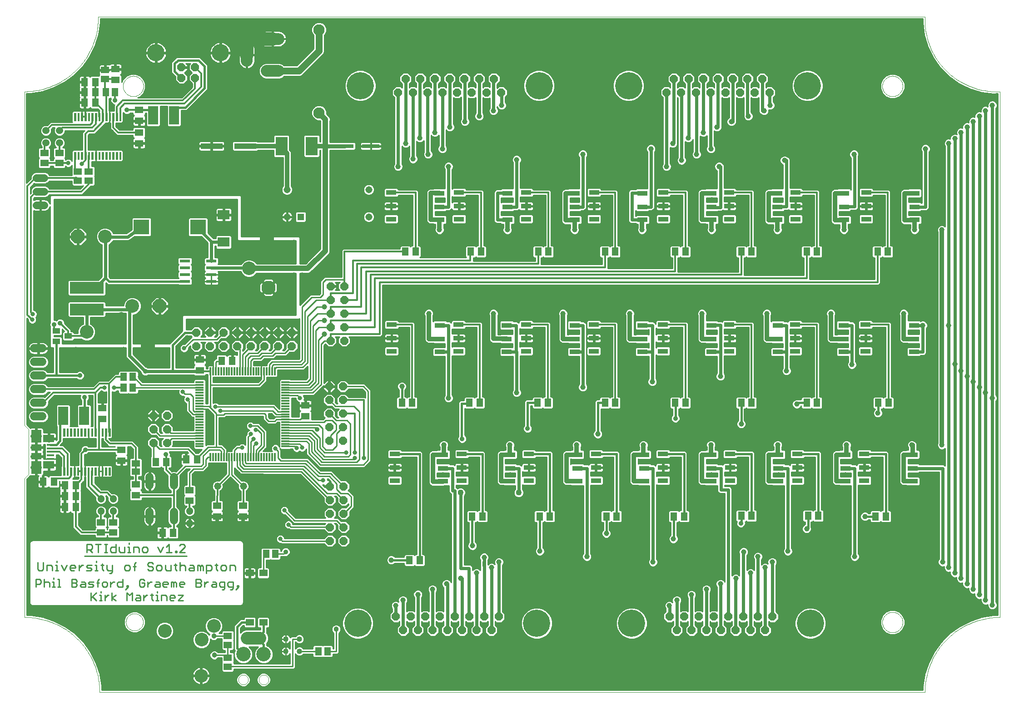
<source format=gtl>
G75*
%MOIN*%
%OFA0B0*%
%FSLAX24Y24*%
%IPPOS*%
%LPD*%
%AMOC8*
5,1,8,0,0,1.08239X$1,22.5*
%
%ADD10C,0.0000*%
%ADD11C,0.0100*%
%ADD12C,0.0090*%
%ADD13OC8,0.0600*%
%ADD14C,0.0600*%
%ADD15C,0.0520*%
%ADD16R,0.0512X0.0630*%
%ADD17R,0.0630X0.0512*%
%ADD18R,0.0591X0.0512*%
%ADD19R,0.0591X0.0118*%
%ADD20R,0.0118X0.0591*%
%ADD21R,0.0512X0.0591*%
%ADD22C,0.0450*%
%ADD23C,0.0030*%
%ADD24OC8,0.0574*%
%ADD25C,0.1266*%
%ADD26R,0.0748X0.1339*%
%ADD27C,0.2000*%
%ADD28C,0.0860*%
%ADD29R,0.0760X0.0380*%
%ADD30C,0.1063*%
%ADD31C,0.0945*%
%ADD32C,0.1000*%
%ADD33R,0.0780X0.0220*%
%ADD34C,0.0200*%
%ADD35C,0.0400*%
%ADD36C,0.0827*%
%ADD37C,0.0560*%
%ADD38R,0.0551X0.0394*%
%ADD39R,0.0543X0.0177*%
%ADD40R,0.0827X0.0581*%
%ADD41R,0.0748X0.0935*%
%ADD42R,0.0748X0.0463*%
%ADD43R,0.0630X0.0460*%
%ADD44R,0.0866X0.0709*%
%ADD45R,0.1150X0.1098*%
%ADD46OC8,0.1000*%
%ADD47R,0.2480X0.0866*%
%ADD48R,0.0515X0.0515*%
%ADD49C,0.0515*%
%ADD50R,0.0890X0.1380*%
%ADD51R,0.1600X0.0430*%
%ADD52R,0.1280X0.0300*%
%ADD53C,0.0380*%
%ADD54C,0.0240*%
%ADD55C,0.0140*%
%ADD56C,0.0320*%
%ADD57C,0.0360*%
%ADD58C,0.0120*%
%ADD59C,0.0160*%
%ADD60C,0.0390*%
%ADD61C,0.1000*%
%ADD62C,0.0436*%
%ADD63C,0.1020*%
%ADD64C,0.0400*%
%ADD65C,0.0300*%
%ADD66C,0.0320*%
%ADD67C,0.0500*%
D10*
X007949Y012893D02*
X007947Y013039D01*
X007941Y013186D01*
X007931Y013332D01*
X007918Y013478D01*
X007900Y013623D01*
X007879Y013768D01*
X007854Y013912D01*
X007825Y014056D01*
X007792Y014198D01*
X007755Y014340D01*
X007715Y014481D01*
X007671Y014620D01*
X007623Y014759D01*
X007571Y014896D01*
X007516Y015032D01*
X007457Y015166D01*
X007395Y015298D01*
X007329Y015429D01*
X007260Y015558D01*
X007188Y015685D01*
X007112Y015810D01*
X007032Y015933D01*
X006950Y016054D01*
X006864Y016173D01*
X006775Y016289D01*
X006683Y016403D01*
X006588Y016515D01*
X006490Y016624D01*
X006390Y016730D01*
X006286Y016834D01*
X006180Y016934D01*
X006071Y017032D01*
X005959Y017127D01*
X005845Y017219D01*
X005729Y017308D01*
X005610Y017394D01*
X005489Y017476D01*
X005366Y017556D01*
X005241Y017632D01*
X005114Y017704D01*
X004985Y017773D01*
X004854Y017839D01*
X004722Y017901D01*
X004588Y017960D01*
X004452Y018015D01*
X004315Y018067D01*
X004176Y018115D01*
X004037Y018159D01*
X003896Y018199D01*
X003754Y018236D01*
X003612Y018269D01*
X003468Y018298D01*
X003324Y018323D01*
X003179Y018344D01*
X003034Y018362D01*
X002888Y018375D01*
X002742Y018385D01*
X002595Y018391D01*
X002449Y018393D01*
X002449Y028593D01*
X002749Y028893D01*
X002749Y032193D01*
X002449Y032493D01*
X002428Y056993D01*
X002428Y056994D02*
X002573Y056997D01*
X002718Y057004D01*
X002863Y057015D01*
X003008Y057029D01*
X003152Y057048D01*
X003296Y057070D01*
X003439Y057096D01*
X003581Y057126D01*
X003722Y057160D01*
X003863Y057197D01*
X004002Y057238D01*
X004141Y057283D01*
X004278Y057331D01*
X004413Y057384D01*
X004548Y057439D01*
X004680Y057498D01*
X004811Y057561D01*
X004941Y057628D01*
X005068Y057697D01*
X005194Y057770D01*
X005318Y057847D01*
X005439Y057926D01*
X005559Y058009D01*
X005676Y058095D01*
X005791Y058184D01*
X005903Y058276D01*
X006013Y058371D01*
X006121Y058469D01*
X006225Y058570D01*
X006327Y058674D01*
X006427Y058780D01*
X006523Y058889D01*
X006617Y059000D01*
X006707Y059114D01*
X006794Y059230D01*
X006879Y059348D01*
X006960Y059469D01*
X007038Y059592D01*
X007112Y059716D01*
X007183Y059843D01*
X007251Y059972D01*
X007316Y060102D01*
X007376Y060234D01*
X007434Y060368D01*
X007487Y060503D01*
X007538Y060639D01*
X007584Y060777D01*
X007627Y060916D01*
X007666Y061056D01*
X007701Y061197D01*
X007733Y061339D01*
X007761Y061481D01*
X007785Y061625D01*
X007805Y061769D01*
X007821Y061913D01*
X007834Y062058D01*
X007842Y062203D01*
X007847Y062348D01*
X007848Y062494D01*
X007849Y062493D02*
X068499Y062493D01*
X068499Y062494D02*
X068495Y062350D01*
X068494Y062207D01*
X068498Y062064D01*
X068506Y061921D01*
X068517Y061778D01*
X068533Y061635D01*
X068552Y061493D01*
X068575Y061352D01*
X068602Y061211D01*
X068633Y061071D01*
X068667Y060932D01*
X068705Y060794D01*
X068747Y060657D01*
X068793Y060521D01*
X068842Y060387D01*
X068895Y060254D01*
X068952Y060122D01*
X069012Y059992D01*
X069076Y059864D01*
X069143Y059737D01*
X069213Y059612D01*
X069287Y059489D01*
X069364Y059369D01*
X069445Y059250D01*
X069528Y059134D01*
X069615Y059020D01*
X069705Y058908D01*
X069797Y058799D01*
X069893Y058692D01*
X069992Y058588D01*
X070093Y058487D01*
X070197Y058388D01*
X070304Y058292D01*
X070413Y058200D01*
X070525Y058110D01*
X070639Y058023D01*
X070755Y057940D01*
X070874Y057859D01*
X070994Y057782D01*
X071117Y057708D01*
X071242Y057638D01*
X071369Y057571D01*
X071497Y057507D01*
X071627Y057447D01*
X071759Y057390D01*
X071892Y057337D01*
X072026Y057288D01*
X072162Y057242D01*
X072299Y057200D01*
X072437Y057162D01*
X072576Y057128D01*
X072716Y057097D01*
X072857Y057070D01*
X072998Y057047D01*
X073140Y057028D01*
X073283Y057012D01*
X073426Y057001D01*
X073569Y056993D01*
X073712Y056989D01*
X073855Y056990D01*
X073999Y056994D01*
X073999Y056993D02*
X073999Y018393D01*
X073853Y018391D01*
X073706Y018385D01*
X073560Y018375D01*
X073414Y018362D01*
X073269Y018344D01*
X073124Y018323D01*
X072980Y018298D01*
X072836Y018269D01*
X072694Y018236D01*
X072552Y018199D01*
X072411Y018159D01*
X072272Y018115D01*
X072133Y018067D01*
X071996Y018015D01*
X071860Y017960D01*
X071726Y017901D01*
X071594Y017839D01*
X071463Y017773D01*
X071334Y017704D01*
X071207Y017632D01*
X071082Y017556D01*
X070959Y017476D01*
X070838Y017394D01*
X070719Y017308D01*
X070603Y017219D01*
X070489Y017127D01*
X070377Y017032D01*
X070268Y016934D01*
X070162Y016834D01*
X070058Y016730D01*
X069958Y016624D01*
X069860Y016515D01*
X069765Y016403D01*
X069673Y016289D01*
X069584Y016173D01*
X069498Y016054D01*
X069416Y015933D01*
X069336Y015810D01*
X069260Y015685D01*
X069188Y015558D01*
X069119Y015429D01*
X069053Y015298D01*
X068991Y015166D01*
X068932Y015032D01*
X068877Y014896D01*
X068825Y014759D01*
X068777Y014620D01*
X068733Y014481D01*
X068693Y014340D01*
X068656Y014198D01*
X068623Y014056D01*
X068594Y013912D01*
X068569Y013768D01*
X068548Y013623D01*
X068530Y013478D01*
X068517Y013332D01*
X068507Y013186D01*
X068501Y013039D01*
X068499Y012893D01*
X007949Y012893D01*
X009881Y018037D02*
X009883Y018087D01*
X009889Y018137D01*
X009899Y018186D01*
X009913Y018234D01*
X009930Y018281D01*
X009951Y018326D01*
X009976Y018370D01*
X010004Y018411D01*
X010036Y018450D01*
X010070Y018487D01*
X010107Y018521D01*
X010147Y018551D01*
X010189Y018578D01*
X010233Y018602D01*
X010279Y018623D01*
X010326Y018639D01*
X010374Y018652D01*
X010424Y018661D01*
X010473Y018666D01*
X010524Y018667D01*
X010574Y018664D01*
X010623Y018657D01*
X010672Y018646D01*
X010720Y018631D01*
X010766Y018613D01*
X010811Y018591D01*
X010854Y018565D01*
X010895Y018536D01*
X010934Y018504D01*
X010970Y018469D01*
X011002Y018431D01*
X011032Y018391D01*
X011059Y018348D01*
X011082Y018304D01*
X011101Y018258D01*
X011117Y018210D01*
X011129Y018161D01*
X011137Y018112D01*
X011141Y018062D01*
X011141Y018012D01*
X011137Y017962D01*
X011129Y017913D01*
X011117Y017864D01*
X011101Y017816D01*
X011082Y017770D01*
X011059Y017726D01*
X011032Y017683D01*
X011002Y017643D01*
X010970Y017605D01*
X010934Y017570D01*
X010895Y017538D01*
X010854Y017509D01*
X010811Y017483D01*
X010766Y017461D01*
X010720Y017443D01*
X010672Y017428D01*
X010623Y017417D01*
X010574Y017410D01*
X010524Y017407D01*
X010473Y017408D01*
X010424Y017413D01*
X010374Y017422D01*
X010326Y017435D01*
X010279Y017451D01*
X010233Y017472D01*
X010189Y017496D01*
X010147Y017523D01*
X010107Y017553D01*
X010070Y017587D01*
X010036Y017624D01*
X010004Y017663D01*
X009976Y017704D01*
X009951Y017748D01*
X009930Y017793D01*
X009913Y017840D01*
X009899Y017888D01*
X009889Y017937D01*
X009883Y017987D01*
X009881Y018037D01*
X018137Y013802D02*
X018139Y013839D01*
X018145Y013876D01*
X018154Y013911D01*
X018168Y013946D01*
X018184Y013979D01*
X018205Y014010D01*
X018228Y014039D01*
X018254Y014065D01*
X018283Y014088D01*
X018314Y014109D01*
X018347Y014125D01*
X018382Y014139D01*
X018417Y014148D01*
X018454Y014154D01*
X018491Y014156D01*
X018528Y014154D01*
X018565Y014148D01*
X018600Y014139D01*
X018635Y014125D01*
X018668Y014109D01*
X018699Y014088D01*
X018728Y014065D01*
X018754Y014039D01*
X018777Y014010D01*
X018798Y013979D01*
X018814Y013946D01*
X018828Y013911D01*
X018837Y013876D01*
X018843Y013839D01*
X018845Y013802D01*
X018843Y013765D01*
X018837Y013728D01*
X018828Y013693D01*
X018814Y013658D01*
X018798Y013625D01*
X018777Y013594D01*
X018754Y013565D01*
X018728Y013539D01*
X018699Y013516D01*
X018668Y013495D01*
X018635Y013479D01*
X018600Y013465D01*
X018565Y013456D01*
X018528Y013450D01*
X018491Y013448D01*
X018454Y013450D01*
X018417Y013456D01*
X018382Y013465D01*
X018347Y013479D01*
X018314Y013495D01*
X018283Y013516D01*
X018254Y013539D01*
X018228Y013565D01*
X018205Y013594D01*
X018184Y013625D01*
X018168Y013658D01*
X018154Y013693D01*
X018145Y013728D01*
X018139Y013765D01*
X018137Y013802D01*
X019633Y013802D02*
X019635Y013839D01*
X019641Y013876D01*
X019650Y013911D01*
X019664Y013946D01*
X019680Y013979D01*
X019701Y014010D01*
X019724Y014039D01*
X019750Y014065D01*
X019779Y014088D01*
X019810Y014109D01*
X019843Y014125D01*
X019878Y014139D01*
X019913Y014148D01*
X019950Y014154D01*
X019987Y014156D01*
X020024Y014154D01*
X020061Y014148D01*
X020096Y014139D01*
X020131Y014125D01*
X020164Y014109D01*
X020195Y014088D01*
X020224Y014065D01*
X020250Y014039D01*
X020273Y014010D01*
X020294Y013979D01*
X020310Y013946D01*
X020324Y013911D01*
X020333Y013876D01*
X020339Y013839D01*
X020341Y013802D01*
X020339Y013765D01*
X020333Y013728D01*
X020324Y013693D01*
X020310Y013658D01*
X020294Y013625D01*
X020273Y013594D01*
X020250Y013565D01*
X020224Y013539D01*
X020195Y013516D01*
X020164Y013495D01*
X020131Y013479D01*
X020096Y013465D01*
X020061Y013456D01*
X020024Y013450D01*
X019987Y013448D01*
X019950Y013450D01*
X019913Y013456D01*
X019878Y013465D01*
X019843Y013479D01*
X019810Y013495D01*
X019779Y013516D01*
X019750Y013539D01*
X019724Y013565D01*
X019701Y013594D01*
X019680Y013625D01*
X019664Y013658D01*
X019650Y013693D01*
X019641Y013728D01*
X019635Y013765D01*
X019633Y013802D01*
X065377Y018021D02*
X065379Y018076D01*
X065385Y018130D01*
X065395Y018184D01*
X065409Y018236D01*
X065426Y018288D01*
X065448Y018338D01*
X065473Y018387D01*
X065501Y018434D01*
X065533Y018478D01*
X065568Y018520D01*
X065606Y018559D01*
X065647Y018596D01*
X065690Y018629D01*
X065735Y018659D01*
X065783Y018686D01*
X065832Y018709D01*
X065883Y018729D01*
X065936Y018745D01*
X065989Y018757D01*
X066043Y018765D01*
X066098Y018769D01*
X066152Y018769D01*
X066207Y018765D01*
X066261Y018757D01*
X066314Y018745D01*
X066367Y018729D01*
X066418Y018709D01*
X066467Y018686D01*
X066515Y018659D01*
X066560Y018629D01*
X066603Y018596D01*
X066644Y018559D01*
X066682Y018520D01*
X066717Y018478D01*
X066749Y018434D01*
X066777Y018387D01*
X066802Y018338D01*
X066824Y018288D01*
X066841Y018236D01*
X066855Y018184D01*
X066865Y018130D01*
X066871Y018076D01*
X066873Y018021D01*
X066871Y017966D01*
X066865Y017912D01*
X066855Y017858D01*
X066841Y017806D01*
X066824Y017754D01*
X066802Y017704D01*
X066777Y017655D01*
X066749Y017608D01*
X066717Y017564D01*
X066682Y017522D01*
X066644Y017483D01*
X066603Y017446D01*
X066560Y017413D01*
X066515Y017383D01*
X066467Y017356D01*
X066418Y017333D01*
X066367Y017313D01*
X066314Y017297D01*
X066261Y017285D01*
X066207Y017277D01*
X066152Y017273D01*
X066098Y017273D01*
X066043Y017277D01*
X065989Y017285D01*
X065936Y017297D01*
X065883Y017313D01*
X065832Y017333D01*
X065783Y017356D01*
X065735Y017383D01*
X065690Y017413D01*
X065647Y017446D01*
X065606Y017483D01*
X065568Y017522D01*
X065533Y017564D01*
X065501Y017608D01*
X065473Y017655D01*
X065448Y017704D01*
X065426Y017754D01*
X065409Y017806D01*
X065395Y017858D01*
X065385Y017912D01*
X065379Y017966D01*
X065377Y018021D01*
X065377Y057391D02*
X065379Y057446D01*
X065385Y057500D01*
X065395Y057554D01*
X065409Y057606D01*
X065426Y057658D01*
X065448Y057708D01*
X065473Y057757D01*
X065501Y057804D01*
X065533Y057848D01*
X065568Y057890D01*
X065606Y057929D01*
X065647Y057966D01*
X065690Y057999D01*
X065735Y058029D01*
X065783Y058056D01*
X065832Y058079D01*
X065883Y058099D01*
X065936Y058115D01*
X065989Y058127D01*
X066043Y058135D01*
X066098Y058139D01*
X066152Y058139D01*
X066207Y058135D01*
X066261Y058127D01*
X066314Y058115D01*
X066367Y058099D01*
X066418Y058079D01*
X066467Y058056D01*
X066515Y058029D01*
X066560Y057999D01*
X066603Y057966D01*
X066644Y057929D01*
X066682Y057890D01*
X066717Y057848D01*
X066749Y057804D01*
X066777Y057757D01*
X066802Y057708D01*
X066824Y057658D01*
X066841Y057606D01*
X066855Y057554D01*
X066865Y057500D01*
X066871Y057446D01*
X066873Y057391D01*
X066871Y057336D01*
X066865Y057282D01*
X066855Y057228D01*
X066841Y057176D01*
X066824Y057124D01*
X066802Y057074D01*
X066777Y057025D01*
X066749Y056978D01*
X066717Y056934D01*
X066682Y056892D01*
X066644Y056853D01*
X066603Y056816D01*
X066560Y056783D01*
X066515Y056753D01*
X066467Y056726D01*
X066418Y056703D01*
X066367Y056683D01*
X066314Y056667D01*
X066261Y056655D01*
X066207Y056647D01*
X066152Y056643D01*
X066098Y056643D01*
X066043Y056647D01*
X065989Y056655D01*
X065936Y056667D01*
X065883Y056683D01*
X065832Y056703D01*
X065783Y056726D01*
X065735Y056753D01*
X065690Y056783D01*
X065647Y056816D01*
X065606Y056853D01*
X065568Y056892D01*
X065533Y056934D01*
X065501Y056978D01*
X065473Y057025D01*
X065448Y057074D01*
X065426Y057124D01*
X065409Y057176D01*
X065395Y057228D01*
X065385Y057282D01*
X065379Y057336D01*
X065377Y057391D01*
X009668Y057391D02*
X009670Y057446D01*
X009676Y057500D01*
X009686Y057554D01*
X009700Y057606D01*
X009717Y057658D01*
X009739Y057708D01*
X009764Y057757D01*
X009792Y057804D01*
X009824Y057848D01*
X009859Y057890D01*
X009897Y057929D01*
X009938Y057966D01*
X009981Y057999D01*
X010026Y058029D01*
X010074Y058056D01*
X010123Y058079D01*
X010174Y058099D01*
X010227Y058115D01*
X010280Y058127D01*
X010334Y058135D01*
X010389Y058139D01*
X010443Y058139D01*
X010498Y058135D01*
X010552Y058127D01*
X010605Y058115D01*
X010658Y058099D01*
X010709Y058079D01*
X010758Y058056D01*
X010806Y058029D01*
X010851Y057999D01*
X010894Y057966D01*
X010935Y057929D01*
X010973Y057890D01*
X011008Y057848D01*
X011040Y057804D01*
X011068Y057757D01*
X011093Y057708D01*
X011115Y057658D01*
X011132Y057606D01*
X011146Y057554D01*
X011156Y057500D01*
X011162Y057446D01*
X011164Y057391D01*
X011162Y057336D01*
X011156Y057282D01*
X011146Y057228D01*
X011132Y057176D01*
X011115Y057124D01*
X011093Y057074D01*
X011068Y057025D01*
X011040Y056978D01*
X011008Y056934D01*
X010973Y056892D01*
X010935Y056853D01*
X010894Y056816D01*
X010851Y056783D01*
X010806Y056753D01*
X010758Y056726D01*
X010709Y056703D01*
X010658Y056683D01*
X010605Y056667D01*
X010552Y056655D01*
X010498Y056647D01*
X010443Y056643D01*
X010389Y056643D01*
X010334Y056647D01*
X010280Y056655D01*
X010227Y056667D01*
X010174Y056683D01*
X010123Y056703D01*
X010074Y056726D01*
X010026Y056753D01*
X009981Y056783D01*
X009938Y056816D01*
X009897Y056853D01*
X009859Y056892D01*
X009824Y056934D01*
X009792Y056978D01*
X009764Y057025D01*
X009739Y057074D01*
X009717Y057124D01*
X009700Y057176D01*
X009686Y057228D01*
X009676Y057282D01*
X009670Y057336D01*
X009668Y057391D01*
D11*
X009563Y057679D02*
X009563Y058168D01*
X009483Y058248D01*
X009506Y058261D01*
X009533Y058289D01*
X009553Y058323D01*
X009563Y058361D01*
X009563Y058587D01*
X009149Y058587D01*
X009149Y058687D01*
X009563Y058687D01*
X009563Y058913D01*
X009553Y058951D01*
X009533Y058985D01*
X009506Y059013D01*
X009471Y059033D01*
X009433Y059043D01*
X009149Y059043D01*
X009149Y058687D01*
X009049Y058687D01*
X009049Y059043D01*
X008764Y059043D01*
X008726Y059033D01*
X008691Y059013D01*
X008664Y058985D01*
X008663Y058984D01*
X008399Y058984D01*
X008399Y058628D01*
X008794Y058628D01*
X008794Y058687D01*
X009048Y058687D01*
X009048Y058587D01*
X008634Y058587D01*
X008634Y058528D01*
X008399Y058528D01*
X008399Y058628D01*
X008299Y058628D01*
X008299Y058984D01*
X008033Y058984D01*
X007995Y058974D01*
X007961Y058954D01*
X007933Y058926D01*
X007913Y058892D01*
X007903Y058854D01*
X007903Y058628D01*
X008298Y058628D01*
X008298Y058528D01*
X007903Y058528D01*
X007903Y058302D01*
X006174Y058302D01*
X006271Y058400D02*
X007903Y058400D01*
X007903Y058302D02*
X007913Y058264D01*
X007923Y058247D01*
X007903Y058227D01*
X007903Y058158D01*
X007324Y058158D01*
X007244Y058078D01*
X007231Y058100D01*
X007203Y058128D01*
X007169Y058148D01*
X007130Y058158D01*
X006905Y058158D01*
X006905Y057743D01*
X006805Y057743D01*
X006805Y057643D01*
X006905Y057643D01*
X006905Y056993D01*
X006805Y056993D01*
X006805Y056893D01*
X006905Y056893D01*
X006905Y056243D01*
X006805Y056243D01*
X006805Y056143D01*
X006905Y056143D01*
X006905Y055728D01*
X007130Y055728D01*
X007169Y055739D01*
X007203Y055758D01*
X007231Y055786D01*
X007244Y055809D01*
X007324Y055728D01*
X007796Y055728D01*
X007938Y055587D01*
X007921Y055587D01*
X007921Y055142D01*
X007921Y055142D01*
X007921Y055587D01*
X007839Y055587D01*
X007803Y055577D01*
X007793Y055587D01*
X007025Y055587D01*
X007015Y055577D01*
X006979Y055587D01*
X006897Y055587D01*
X006815Y055587D01*
X006773Y055575D01*
X006769Y055573D01*
X006765Y055575D01*
X006723Y055587D01*
X006641Y055587D01*
X006559Y055587D01*
X006523Y055577D01*
X006514Y055587D01*
X006001Y055587D01*
X005904Y055490D01*
X005904Y054793D01*
X005934Y054763D01*
X004337Y054763D01*
X004102Y054528D01*
X004099Y054529D01*
X003900Y054529D01*
X003762Y054472D01*
X003657Y054367D01*
X003600Y054229D01*
X003600Y054030D01*
X003657Y053892D01*
X003762Y053786D01*
X003900Y053729D01*
X004099Y053729D01*
X004237Y053786D01*
X004343Y053892D01*
X004400Y054030D01*
X004400Y054229D01*
X004399Y054231D01*
X004511Y054343D01*
X004647Y054343D01*
X004600Y054229D01*
X004600Y054030D01*
X004657Y053892D01*
X004762Y053786D01*
X004900Y053729D01*
X005099Y053729D01*
X005237Y053786D01*
X005343Y053892D01*
X005400Y054030D01*
X005400Y054133D01*
X006827Y054133D01*
X006806Y054112D01*
X006677Y053983D01*
X006677Y052732D01*
X006001Y052732D01*
X005904Y052636D01*
X005904Y052388D01*
X005899Y052383D01*
X005899Y052192D01*
X005904Y052187D01*
X005904Y051939D01*
X005919Y051924D01*
X005919Y051900D01*
X005911Y051919D01*
X005824Y052006D01*
X005710Y052053D01*
X005587Y052053D01*
X005473Y052006D01*
X005445Y051978D01*
X005445Y052063D01*
X005389Y052119D01*
X005445Y052175D01*
X005445Y052811D01*
X005357Y052899D01*
X005250Y052899D01*
X005343Y052992D01*
X005400Y053130D01*
X005400Y053329D01*
X005343Y053467D01*
X005237Y053572D01*
X005099Y053629D01*
X004900Y053629D01*
X004762Y053572D01*
X004657Y053467D01*
X004600Y053329D01*
X004600Y053130D01*
X004657Y052992D01*
X004750Y052899D01*
X004642Y052899D01*
X004554Y052811D01*
X004554Y052175D01*
X004610Y052119D01*
X004554Y052063D01*
X004554Y051955D01*
X004345Y051955D01*
X004345Y052063D01*
X004289Y052119D01*
X004345Y052175D01*
X004345Y052811D01*
X004257Y052899D01*
X004250Y052899D01*
X004343Y052992D01*
X004400Y053130D01*
X004400Y053329D01*
X004343Y053467D01*
X004237Y053572D01*
X004099Y053629D01*
X003900Y053629D01*
X003762Y053572D01*
X003657Y053467D01*
X003600Y053329D01*
X003600Y053130D01*
X003657Y052992D01*
X003690Y052959D01*
X003690Y052899D01*
X003542Y052899D01*
X003454Y052811D01*
X003454Y052175D01*
X003510Y052119D01*
X003454Y052063D01*
X003454Y051427D01*
X003542Y051339D01*
X004257Y051339D01*
X004345Y051427D01*
X004345Y051535D01*
X004554Y051535D01*
X004554Y051427D01*
X004642Y051339D01*
X005357Y051339D01*
X005445Y051427D01*
X005445Y051508D01*
X005473Y051481D01*
X005587Y051433D01*
X005710Y051433D01*
X005824Y051481D01*
X005911Y051568D01*
X005919Y051587D01*
X005919Y051462D01*
X005903Y051446D01*
X005903Y050853D01*
X004257Y050853D01*
X004243Y050887D01*
X004122Y051008D01*
X003964Y051073D01*
X003233Y051073D01*
X003075Y051008D01*
X002954Y050887D01*
X002889Y050729D01*
X002889Y050580D01*
X002584Y050275D01*
X002578Y056844D01*
X002871Y056847D01*
X003742Y056991D01*
X004580Y057270D01*
X005364Y057677D01*
X006074Y058201D01*
X006074Y058201D01*
X006694Y058830D01*
X007208Y059548D01*
X007208Y059548D01*
X007603Y060338D01*
X007870Y061180D01*
X008002Y062053D01*
X008000Y062343D01*
X068342Y062343D01*
X068330Y062049D01*
X068441Y061155D01*
X068698Y060292D01*
X068698Y060292D01*
X069094Y059482D01*
X069617Y058749D01*
X070254Y058112D01*
X070254Y058112D01*
X070988Y057589D01*
X071797Y057193D01*
X072661Y056936D01*
X073555Y056825D01*
X073849Y056837D01*
X073849Y018543D01*
X073554Y018543D01*
X072675Y018404D01*
X071830Y018129D01*
X071037Y017726D01*
X070318Y017203D01*
X069689Y016574D01*
X069689Y016574D01*
X069166Y015855D01*
X068762Y015062D01*
X068488Y014216D01*
X068349Y013338D01*
X068349Y013043D01*
X008099Y013043D01*
X008099Y013338D01*
X007959Y014216D01*
X007685Y015062D01*
X007281Y015855D01*
X006758Y016574D01*
X006129Y017203D01*
X005410Y017726D01*
X004617Y018129D01*
X003772Y018404D01*
X003772Y018404D01*
X002893Y018543D01*
X002599Y018543D01*
X002599Y028531D01*
X002811Y028743D01*
X002861Y028794D01*
X002869Y028789D01*
X002907Y028779D01*
X003251Y028779D01*
X003251Y029347D01*
X002899Y029347D01*
X002899Y029447D01*
X003251Y029447D01*
X003251Y030159D01*
X002899Y030159D01*
X002899Y030259D01*
X003251Y030259D01*
X003251Y030590D01*
X003251Y030816D01*
X002899Y030816D01*
X002899Y030916D01*
X003251Y030916D01*
X003251Y030816D01*
X003351Y030816D01*
X003351Y030259D01*
X003251Y030259D01*
X003251Y030159D01*
X003351Y030159D01*
X003351Y030259D01*
X003825Y030259D01*
X003825Y030460D01*
X003815Y030498D01*
X003795Y030532D01*
X003790Y030537D01*
X003795Y030543D01*
X003815Y030577D01*
X003825Y030615D01*
X003825Y030816D01*
X003351Y030816D01*
X003351Y030916D01*
X003251Y030916D01*
X003251Y031247D01*
X003251Y031640D01*
X002899Y031640D01*
X002899Y031740D01*
X003251Y031740D01*
X003251Y031640D01*
X003351Y031640D01*
X003351Y030916D01*
X003825Y030916D01*
X003825Y031072D01*
X003927Y031072D01*
X003927Y030032D01*
X003825Y030032D01*
X003825Y030014D02*
X003825Y030159D01*
X003351Y030159D01*
X003351Y030014D01*
X003351Y029447D01*
X003251Y029447D01*
X003251Y029347D01*
X003351Y029347D01*
X003351Y028779D01*
X003458Y028779D01*
X003457Y028778D01*
X003429Y028750D01*
X003409Y028716D01*
X003399Y028678D01*
X003399Y028393D01*
X003755Y028393D01*
X003755Y028293D01*
X003855Y028293D01*
X003855Y027878D01*
X004080Y027878D01*
X004119Y027889D01*
X004153Y027908D01*
X004181Y027936D01*
X004194Y027959D01*
X004274Y027878D01*
X004910Y027878D01*
X004998Y027966D01*
X004998Y028383D01*
X004999Y028383D01*
X004999Y028143D01*
X005355Y028143D01*
X005355Y028043D01*
X005455Y028043D01*
X005455Y027628D01*
X005455Y027343D01*
X005355Y027343D01*
X005355Y027243D01*
X005455Y027243D01*
X005455Y026828D01*
X005455Y026543D01*
X005355Y026543D01*
X005355Y026443D01*
X005455Y026443D01*
X005455Y026028D01*
X005680Y026028D01*
X005719Y026039D01*
X005753Y026058D01*
X005781Y026086D01*
X005794Y026109D01*
X005874Y026028D01*
X005982Y026028D01*
X005982Y024963D01*
X006413Y024532D01*
X006536Y024409D01*
X007603Y024409D01*
X007603Y024301D01*
X007691Y024213D01*
X008406Y024213D01*
X008494Y024301D01*
X008494Y024409D01*
X008503Y024409D01*
X008503Y024301D01*
X008591Y024213D01*
X009306Y024213D01*
X009394Y024301D01*
X009394Y024937D01*
X009338Y024993D01*
X009394Y025049D01*
X009394Y025685D01*
X009306Y025773D01*
X009159Y025773D01*
X009159Y025839D01*
X009186Y025850D01*
X009291Y025956D01*
X009349Y026094D01*
X009349Y026293D01*
X009291Y026431D01*
X009186Y026536D01*
X009048Y026593D01*
X008849Y026593D01*
X008711Y026536D01*
X008606Y026431D01*
X008549Y026293D01*
X008549Y026094D01*
X008606Y025956D01*
X008711Y025850D01*
X008739Y025839D01*
X008739Y025773D01*
X008591Y025773D01*
X008503Y025685D01*
X008503Y025049D01*
X008559Y024993D01*
X008503Y024937D01*
X008503Y024829D01*
X008494Y024829D01*
X008494Y024937D01*
X008438Y024993D01*
X008494Y025049D01*
X008494Y025685D01*
X008406Y025773D01*
X008259Y025773D01*
X008259Y025839D01*
X008286Y025850D01*
X008391Y025956D01*
X008449Y026094D01*
X008449Y026293D01*
X008391Y026431D01*
X008286Y026536D01*
X008148Y026593D01*
X007949Y026593D01*
X007811Y026536D01*
X007706Y026431D01*
X007649Y026293D01*
X007649Y026094D01*
X007706Y025956D01*
X007811Y025850D01*
X007839Y025839D01*
X007839Y025773D01*
X007691Y025773D01*
X007603Y025685D01*
X007603Y025049D01*
X007659Y024993D01*
X007603Y024937D01*
X007603Y024829D01*
X006710Y024829D01*
X006402Y025137D01*
X006402Y026028D01*
X006510Y026028D01*
X006598Y026116D01*
X006598Y026870D01*
X006575Y026893D01*
X006598Y026916D01*
X006598Y027670D01*
X006575Y027693D01*
X006598Y027716D01*
X006598Y028202D01*
X006702Y028306D01*
X006825Y028429D01*
X006825Y028671D01*
X006871Y028671D01*
X006916Y028671D01*
X006916Y027928D01*
X007650Y027195D01*
X007649Y027193D01*
X007649Y026994D01*
X007706Y026856D01*
X007811Y026750D01*
X007949Y026693D01*
X008148Y026693D01*
X008286Y026750D01*
X008391Y026856D01*
X008449Y026994D01*
X008449Y027193D01*
X008391Y027331D01*
X008389Y027333D01*
X008412Y027333D01*
X008550Y027195D01*
X008549Y027193D01*
X008549Y026994D01*
X008606Y026856D01*
X008711Y026750D01*
X008849Y026693D01*
X009048Y026693D01*
X009186Y026750D01*
X009291Y026856D01*
X009349Y026994D01*
X009349Y027193D01*
X009291Y027331D01*
X009186Y027436D01*
X009048Y027493D01*
X008849Y027493D01*
X008846Y027492D01*
X008585Y027753D01*
X008085Y027753D01*
X007592Y028246D01*
X007592Y028671D01*
X007767Y028671D01*
X007776Y028681D01*
X007812Y028671D01*
X007894Y028671D01*
X007894Y029116D01*
X007894Y029116D01*
X007894Y028671D01*
X007976Y028671D01*
X008018Y028682D01*
X008022Y028685D01*
X008026Y028682D01*
X008068Y028671D01*
X008150Y028671D01*
X008150Y029116D01*
X008150Y029116D01*
X007925Y029116D01*
X007894Y029116D01*
X007894Y029561D01*
X007812Y029561D01*
X007776Y029551D01*
X007767Y029561D01*
X006998Y029561D01*
X006988Y029551D01*
X006952Y029561D01*
X006871Y029561D01*
X006871Y029116D01*
X006871Y028671D01*
X006871Y029116D01*
X006871Y029116D01*
X006871Y029116D01*
X006871Y029561D01*
X006825Y029561D01*
X006825Y030322D01*
X006865Y030363D01*
X006964Y030363D01*
X007085Y030414D01*
X007155Y030483D01*
X007823Y030483D01*
X007832Y030476D01*
X007908Y030483D01*
X009084Y030483D01*
X009084Y030369D01*
X009164Y030289D01*
X009141Y030276D01*
X009114Y030248D01*
X009094Y030213D01*
X009084Y030175D01*
X009084Y029950D01*
X009498Y029950D01*
X009498Y029850D01*
X009084Y029850D01*
X009084Y029624D01*
X009094Y029586D01*
X009114Y029552D01*
X009141Y029524D01*
X009176Y029504D01*
X009214Y029494D01*
X009499Y029494D01*
X009499Y029850D01*
X009599Y029850D01*
X009599Y029950D01*
X010013Y029950D01*
X010013Y030175D01*
X010003Y030213D01*
X009983Y030248D01*
X009956Y030276D01*
X009933Y030289D01*
X010013Y030369D01*
X010013Y030933D01*
X010212Y030933D01*
X010389Y030756D01*
X010389Y030073D01*
X010221Y030073D01*
X010134Y029985D01*
X010134Y029401D01*
X010141Y029393D01*
X010134Y029385D01*
X010134Y028801D01*
X010221Y028713D01*
X010389Y028713D01*
X010389Y028543D01*
X010221Y028543D01*
X010134Y028455D01*
X010134Y027819D01*
X010209Y027743D01*
X010134Y027668D01*
X008670Y027668D01*
X008769Y027570D02*
X010134Y027570D01*
X010134Y027668D02*
X010134Y027032D01*
X010221Y026944D01*
X010976Y026944D01*
X011063Y027032D01*
X011063Y027140D01*
X013179Y027140D01*
X013179Y026513D01*
X013134Y026495D01*
X013007Y026368D01*
X012939Y026203D01*
X012939Y025424D01*
X013007Y025258D01*
X013134Y025132D01*
X013179Y025113D01*
X013179Y025067D01*
X013030Y025067D01*
X012950Y024987D01*
X012937Y025009D01*
X012972Y025009D01*
X012937Y025009D02*
X012909Y025037D01*
X012874Y025057D01*
X012836Y025067D01*
X012611Y025067D01*
X012611Y024652D01*
X012511Y024652D01*
X012511Y025067D01*
X012285Y025067D01*
X012247Y025057D01*
X012213Y025037D01*
X012185Y025009D01*
X012165Y024975D01*
X012155Y024937D01*
X012155Y024652D01*
X012511Y024652D01*
X012511Y024552D01*
X012611Y024552D01*
X012611Y024137D01*
X012836Y024137D01*
X012874Y024147D01*
X012909Y024167D01*
X012937Y024195D01*
X012950Y024218D01*
X013030Y024137D01*
X013666Y024137D01*
X013754Y024225D01*
X013754Y024979D01*
X013666Y025067D01*
X013599Y025067D01*
X013599Y025113D01*
X013643Y025132D01*
X013770Y025258D01*
X013839Y025424D01*
X013839Y026203D01*
X013770Y026368D01*
X013643Y026495D01*
X013599Y026513D01*
X013599Y027673D01*
X013643Y027692D01*
X013770Y027818D01*
X013839Y027984D01*
X013839Y028763D01*
X013822Y028804D01*
X014311Y029293D01*
X014566Y029293D01*
X014466Y029193D01*
X014349Y029076D01*
X014349Y028123D01*
X014191Y028123D01*
X014103Y028035D01*
X014103Y027399D01*
X014159Y027343D01*
X014103Y027287D01*
X014103Y026651D01*
X014191Y026563D01*
X014339Y026563D01*
X014339Y026548D01*
X014311Y026536D01*
X014206Y026431D01*
X014149Y026293D01*
X014149Y026094D01*
X014206Y025956D01*
X014311Y025850D01*
X014449Y025793D01*
X014648Y025793D01*
X014786Y025850D01*
X014891Y025956D01*
X014949Y026094D01*
X014949Y026293D01*
X014891Y026431D01*
X014786Y026536D01*
X014759Y026548D01*
X014759Y026563D01*
X014906Y026563D01*
X014994Y026651D01*
X014994Y027287D01*
X014938Y027343D01*
X014994Y027399D01*
X014994Y028035D01*
X014906Y028123D01*
X014749Y028123D01*
X014749Y028910D01*
X014931Y029093D01*
X015581Y029093D01*
X015699Y029210D01*
X015949Y029460D01*
X015949Y029710D01*
X015954Y029705D01*
X017178Y029705D01*
X017253Y029705D01*
X017253Y028942D01*
X016716Y028404D01*
X016684Y028417D01*
X016521Y028417D01*
X016370Y028355D01*
X016255Y028240D01*
X016192Y028089D01*
X016192Y027926D01*
X016255Y027775D01*
X016370Y027660D01*
X016386Y027653D01*
X016374Y026982D01*
X016200Y026982D01*
X016112Y026894D01*
X016112Y026258D01*
X016193Y026178D01*
X016170Y026165D01*
X016142Y026137D01*
X016123Y026103D01*
X016112Y026064D01*
X016112Y025839D01*
X016527Y025839D01*
X016527Y025739D01*
X016112Y025739D01*
X016112Y025513D01*
X016123Y025475D01*
X016142Y025441D01*
X016170Y025413D01*
X016204Y025393D01*
X016243Y025383D01*
X016527Y025383D01*
X016527Y025739D01*
X016627Y025739D01*
X016627Y025383D01*
X016912Y025383D01*
X016950Y025393D01*
X016984Y025413D01*
X017012Y025441D01*
X017032Y025475D01*
X017042Y025513D01*
X017042Y025739D01*
X016627Y025739D01*
X016627Y025839D01*
X017042Y025839D01*
X017042Y026064D01*
X017032Y026103D01*
X017012Y026137D01*
X016984Y026165D01*
X016962Y026178D01*
X017042Y026258D01*
X017042Y026894D01*
X016954Y026982D01*
X016794Y026982D01*
X016806Y027648D01*
X016834Y027660D01*
X016950Y027775D01*
X017012Y027926D01*
X017012Y028089D01*
X016999Y028121D01*
X017536Y028659D01*
X017552Y028675D01*
X017567Y028659D01*
X018106Y028121D01*
X018092Y028089D01*
X018092Y027926D01*
X018155Y027775D01*
X018270Y027660D01*
X018292Y027651D01*
X018292Y026982D01*
X018100Y026982D01*
X018012Y026894D01*
X018012Y026258D01*
X018093Y026178D01*
X018070Y026165D01*
X018042Y026137D01*
X018023Y026103D01*
X018012Y026064D01*
X018012Y025839D01*
X018427Y025839D01*
X018427Y025739D01*
X018012Y025739D01*
X018012Y025513D01*
X018023Y025475D01*
X018042Y025441D01*
X018070Y025413D01*
X018104Y025393D01*
X018143Y025383D01*
X018427Y025383D01*
X018427Y025739D01*
X018527Y025739D01*
X018527Y025383D01*
X018812Y025383D01*
X018850Y025393D01*
X018884Y025413D01*
X018912Y025441D01*
X018932Y025475D01*
X018942Y025513D01*
X018942Y025739D01*
X018527Y025739D01*
X018527Y025839D01*
X018942Y025839D01*
X018942Y026064D01*
X018932Y026103D01*
X018912Y026137D01*
X018884Y026165D01*
X018862Y026178D01*
X018942Y026258D01*
X018942Y026894D01*
X018854Y026982D01*
X018712Y026982D01*
X018712Y027651D01*
X018734Y027660D01*
X018850Y027775D01*
X018912Y027926D01*
X018912Y028089D01*
X018850Y028240D01*
X018734Y028355D01*
X018584Y028417D01*
X018421Y028417D01*
X018388Y028404D01*
X017850Y028942D01*
X017850Y029359D01*
X018199Y029010D01*
X018316Y028893D01*
X022666Y028893D01*
X024399Y027160D01*
X024399Y026807D01*
X024662Y026543D01*
X025035Y026543D01*
X025299Y026807D01*
X025299Y027180D01*
X025185Y027293D01*
X025266Y027293D01*
X025399Y027160D01*
X025399Y026807D01*
X025662Y026543D01*
X026035Y026543D01*
X026199Y026707D01*
X026199Y026626D01*
X026016Y026443D01*
X025662Y026443D01*
X025399Y026180D01*
X025399Y025807D01*
X025662Y025543D01*
X026035Y025543D01*
X026299Y025807D01*
X026299Y026160D01*
X026599Y026460D01*
X026599Y027326D01*
X026481Y027443D01*
X026231Y027693D01*
X026185Y027693D01*
X026299Y027807D01*
X026299Y028180D01*
X026035Y028443D01*
X025681Y028443D01*
X025099Y029026D01*
X024981Y029143D01*
X024181Y029143D01*
X023231Y030093D01*
X021331Y030093D01*
X021249Y030176D01*
X021249Y030676D01*
X021159Y030766D01*
X021159Y030800D01*
X021230Y030728D01*
X021945Y030728D01*
X021954Y030737D01*
X022090Y030737D01*
X022136Y030628D01*
X022223Y030541D01*
X022337Y030493D01*
X022460Y030493D01*
X022574Y030541D01*
X022619Y030585D01*
X022623Y030581D01*
X022737Y030533D01*
X022860Y030533D01*
X022974Y030581D01*
X023061Y030668D01*
X023099Y030758D01*
X023099Y030360D01*
X023949Y029510D01*
X024066Y029393D01*
X027381Y029393D01*
X027731Y029743D01*
X027849Y029860D01*
X027849Y035076D01*
X027499Y035426D01*
X027381Y035543D01*
X026235Y035543D01*
X025985Y035793D01*
X025612Y035793D01*
X025349Y035530D01*
X025349Y035157D01*
X025612Y034893D01*
X025985Y034893D01*
X026235Y035143D01*
X027216Y035143D01*
X027449Y034910D01*
X027449Y034515D01*
X027410Y034553D01*
X026225Y034553D01*
X025985Y034793D01*
X025612Y034793D01*
X025349Y034530D01*
X025349Y034157D01*
X025412Y034093D01*
X025331Y034093D01*
X025249Y034176D01*
X025249Y034530D01*
X024985Y034793D01*
X024612Y034793D01*
X024349Y034530D01*
X024349Y034157D01*
X024612Y033893D01*
X024966Y033893D01*
X025166Y033693D01*
X025512Y033693D01*
X025349Y033530D01*
X025349Y033157D01*
X025462Y033043D01*
X025381Y033043D01*
X025249Y033176D01*
X025249Y033530D01*
X024985Y033793D01*
X024612Y033793D01*
X024349Y033530D01*
X024349Y033157D01*
X024464Y033042D01*
X024349Y032926D01*
X024331Y032909D01*
X023513Y032909D01*
X023513Y033468D01*
X023433Y033548D01*
X023456Y033561D01*
X023483Y033589D01*
X023503Y033623D01*
X023513Y033661D01*
X023513Y033887D01*
X023099Y033887D01*
X023099Y033987D01*
X023513Y033987D01*
X023513Y034213D01*
X023503Y034251D01*
X023483Y034285D01*
X023456Y034313D01*
X023421Y034333D01*
X023383Y034343D01*
X023099Y034343D01*
X023099Y033987D01*
X022999Y033987D01*
X022999Y034343D01*
X022922Y034343D01*
X022959Y034432D01*
X022959Y034555D01*
X022911Y034669D01*
X022906Y034674D01*
X023662Y034674D01*
X024281Y035293D01*
X024381Y035393D01*
X024748Y035393D01*
X024748Y035293D01*
X024349Y035293D01*
X024349Y035157D01*
X024612Y034893D01*
X024749Y034893D01*
X024749Y035293D01*
X024849Y035293D01*
X024849Y035393D01*
X025249Y035393D01*
X025249Y035530D01*
X024985Y035793D01*
X024849Y035793D01*
X024849Y035393D01*
X024749Y035393D01*
X024749Y035793D01*
X024612Y035793D01*
X024399Y035580D01*
X024399Y038360D01*
X024497Y038459D01*
X024712Y038243D01*
X025085Y038243D01*
X025349Y038507D01*
X025349Y038880D01*
X025245Y038983D01*
X025552Y038983D01*
X025449Y038880D01*
X025449Y038507D01*
X025712Y038243D01*
X026085Y038243D01*
X026349Y038507D01*
X026349Y038880D01*
X026245Y038983D01*
X028585Y038983D01*
X028709Y039106D01*
X028709Y042783D01*
X065111Y042783D01*
X065234Y042906D01*
X065234Y044798D01*
X065343Y044798D01*
X065399Y044854D01*
X065454Y044798D01*
X066091Y044798D01*
X066178Y044886D01*
X066178Y045601D01*
X066091Y045689D01*
X065983Y045689D01*
X065983Y049670D01*
X065860Y049793D01*
X064719Y049793D01*
X064719Y049836D01*
X064631Y049923D01*
X063747Y049923D01*
X063659Y049836D01*
X063659Y049331D01*
X063747Y049243D01*
X064631Y049243D01*
X064719Y049331D01*
X064719Y049373D01*
X065563Y049373D01*
X065563Y045689D01*
X065454Y045689D01*
X065399Y045633D01*
X065343Y045689D01*
X064706Y045689D01*
X064619Y045601D01*
X064619Y044886D01*
X064706Y044798D01*
X064814Y044798D01*
X064814Y043203D01*
X060031Y043203D01*
X060034Y043206D01*
X060034Y044798D01*
X060143Y044798D01*
X060199Y044854D01*
X060254Y044798D01*
X060891Y044798D01*
X060978Y044886D01*
X060978Y045601D01*
X060891Y045689D01*
X060783Y045689D01*
X060783Y049670D01*
X060660Y049793D01*
X059540Y049793D01*
X059540Y049836D01*
X059452Y049923D01*
X058619Y049923D01*
X058619Y051997D01*
X058577Y052096D01*
X058501Y052172D01*
X058426Y052203D01*
X058394Y052236D01*
X058267Y052288D01*
X058130Y052288D01*
X058003Y052236D01*
X057906Y052139D01*
X057854Y052012D01*
X057854Y051875D01*
X057906Y051748D01*
X058003Y051651D01*
X058079Y051620D01*
X058079Y049873D01*
X057239Y049873D01*
X057209Y049843D01*
X056987Y049843D01*
X056873Y049796D01*
X056786Y049709D01*
X056739Y049595D01*
X056739Y047482D01*
X056786Y047368D01*
X056873Y047281D01*
X056987Y047233D01*
X057371Y047233D01*
X057371Y046996D01*
X057336Y046912D01*
X057336Y046775D01*
X057389Y046648D01*
X057486Y046551D01*
X057613Y046498D01*
X057750Y046498D01*
X057877Y046551D01*
X057974Y046648D01*
X058026Y046775D01*
X058026Y046912D01*
X057991Y046996D01*
X057991Y047243D01*
X058123Y047243D01*
X058211Y047331D01*
X058211Y047836D01*
X058123Y047923D01*
X057359Y047923D01*
X057359Y048193D01*
X058123Y048193D01*
X058203Y048273D01*
X058402Y048273D01*
X058501Y048314D01*
X058502Y048315D01*
X058510Y048301D01*
X058538Y048273D01*
X058572Y048254D01*
X058610Y048243D01*
X058965Y048243D01*
X058965Y048538D01*
X059055Y048538D01*
X059055Y048243D01*
X059410Y048243D01*
X059448Y048254D01*
X059482Y048273D01*
X059510Y048301D01*
X059530Y048336D01*
X059540Y048374D01*
X059540Y048538D01*
X059055Y048538D01*
X059055Y048628D01*
X059540Y048628D01*
X059540Y048793D01*
X059530Y048831D01*
X059510Y048866D01*
X059482Y048893D01*
X059448Y048913D01*
X059410Y048923D01*
X059055Y048923D01*
X059055Y048628D01*
X058965Y048628D01*
X058965Y048923D01*
X058619Y048923D01*
X058619Y049243D01*
X059452Y049243D01*
X059540Y049331D01*
X059540Y049373D01*
X060363Y049373D01*
X060363Y045689D01*
X060254Y045689D01*
X060199Y045633D01*
X060143Y045689D01*
X059506Y045689D01*
X059419Y045601D01*
X059419Y044886D01*
X059506Y044798D01*
X059614Y044798D01*
X059614Y043503D01*
X055234Y043503D01*
X055234Y044798D01*
X055343Y044798D01*
X055399Y044854D01*
X055454Y044798D01*
X056091Y044798D01*
X056178Y044886D01*
X056178Y045601D01*
X056091Y045689D01*
X055983Y045689D01*
X055983Y049670D01*
X055860Y049793D01*
X054661Y049793D01*
X054661Y049836D01*
X054573Y049923D01*
X053769Y049923D01*
X053769Y051547D01*
X053727Y051646D01*
X053695Y051678D01*
X053691Y051689D01*
X053594Y051786D01*
X053467Y051838D01*
X053330Y051838D01*
X053203Y051786D01*
X053106Y051689D01*
X053054Y051562D01*
X053054Y051425D01*
X053106Y051298D01*
X053203Y051201D01*
X053229Y051190D01*
X053229Y049873D01*
X052410Y049873D01*
X052380Y049843D01*
X052087Y049843D01*
X051973Y049796D01*
X051886Y049709D01*
X051839Y049595D01*
X051839Y047532D01*
X051886Y047418D01*
X051973Y047331D01*
X052087Y047283D01*
X052370Y047283D01*
X052410Y047243D01*
X052542Y047243D01*
X052542Y046996D01*
X052507Y046912D01*
X052507Y046775D01*
X052560Y046648D01*
X052657Y046551D01*
X052784Y046498D01*
X052921Y046498D01*
X053048Y046551D01*
X053145Y046648D01*
X053197Y046775D01*
X053197Y046912D01*
X053162Y046996D01*
X053162Y047243D01*
X053295Y047243D01*
X053382Y047331D01*
X053382Y047836D01*
X053295Y047923D01*
X052459Y047923D01*
X052459Y048193D01*
X053295Y048193D01*
X053324Y048223D01*
X053552Y048223D01*
X053651Y048264D01*
X053660Y048273D01*
X053693Y048254D01*
X053731Y048243D01*
X054086Y048243D01*
X054086Y048538D01*
X054176Y048538D01*
X054176Y048243D01*
X054531Y048243D01*
X054569Y048254D01*
X054603Y048273D01*
X054631Y048301D01*
X054651Y048336D01*
X054661Y048374D01*
X054661Y048538D01*
X054176Y048538D01*
X054176Y048628D01*
X054661Y048628D01*
X054661Y048793D01*
X054651Y048831D01*
X054631Y048866D01*
X054603Y048893D01*
X054569Y048913D01*
X054531Y048923D01*
X054176Y048923D01*
X054176Y048628D01*
X054086Y048628D01*
X054086Y048923D01*
X053769Y048923D01*
X053769Y049243D01*
X054573Y049243D01*
X054661Y049331D01*
X054661Y049373D01*
X055563Y049373D01*
X055563Y045689D01*
X055454Y045689D01*
X055399Y045633D01*
X055343Y045689D01*
X054706Y045689D01*
X054619Y045601D01*
X054619Y044886D01*
X054706Y044798D01*
X054814Y044798D01*
X054814Y043753D01*
X050384Y043753D01*
X050384Y044798D01*
X050493Y044798D01*
X050549Y044854D01*
X050604Y044798D01*
X051241Y044798D01*
X051328Y044886D01*
X051328Y045601D01*
X051241Y045689D01*
X051133Y045689D01*
X051133Y049670D01*
X051010Y049793D01*
X049832Y049793D01*
X049832Y049836D01*
X049745Y049923D01*
X048860Y049923D01*
X048772Y049836D01*
X048772Y049331D01*
X048860Y049243D01*
X049745Y049243D01*
X049832Y049331D01*
X049832Y049373D01*
X050713Y049373D01*
X050713Y045689D01*
X050604Y045689D01*
X050549Y045633D01*
X050493Y045689D01*
X049856Y045689D01*
X049769Y045601D01*
X049769Y044886D01*
X049856Y044798D01*
X049964Y044798D01*
X049964Y044003D01*
X045231Y044003D01*
X045234Y044006D01*
X045234Y044798D01*
X045343Y044798D01*
X045399Y044854D01*
X045454Y044798D01*
X046091Y044798D01*
X046178Y044886D01*
X046178Y045601D01*
X046091Y045689D01*
X045983Y045689D01*
X045983Y049670D01*
X045860Y049793D01*
X044754Y049793D01*
X044754Y049836D01*
X044666Y049923D01*
X043782Y049923D01*
X043694Y049836D01*
X043694Y049331D01*
X043782Y049243D01*
X044666Y049243D01*
X044754Y049331D01*
X044754Y049373D01*
X045563Y049373D01*
X045563Y045689D01*
X045454Y045689D01*
X045399Y045633D01*
X045343Y045689D01*
X044706Y045689D01*
X044619Y045601D01*
X044619Y044886D01*
X044706Y044798D01*
X044814Y044798D01*
X044814Y044303D01*
X040334Y044303D01*
X040334Y044798D01*
X040443Y044798D01*
X040499Y044854D01*
X040554Y044798D01*
X041191Y044798D01*
X041278Y044886D01*
X041278Y045601D01*
X041191Y045689D01*
X041083Y045689D01*
X041083Y049670D01*
X040960Y049793D01*
X039775Y049793D01*
X039775Y049836D01*
X039687Y049923D01*
X038819Y049923D01*
X038819Y051775D01*
X038841Y051798D01*
X038894Y051925D01*
X038894Y052062D01*
X038841Y052189D01*
X038744Y052286D01*
X038617Y052338D01*
X038480Y052338D01*
X038353Y052286D01*
X038256Y052189D01*
X038204Y052062D01*
X038204Y051925D01*
X038256Y051798D01*
X038279Y051775D01*
X038279Y049873D01*
X037424Y049873D01*
X037364Y049813D01*
X037095Y049813D01*
X036996Y049772D01*
X036920Y049696D01*
X036879Y049597D01*
X036879Y047530D01*
X036920Y047431D01*
X036996Y047355D01*
X037095Y047313D01*
X037354Y047313D01*
X037424Y047243D01*
X037556Y047243D01*
X037556Y046996D01*
X037521Y046912D01*
X037521Y046775D01*
X037574Y046648D01*
X037671Y046551D01*
X037798Y046498D01*
X037935Y046498D01*
X038062Y046551D01*
X038159Y046648D01*
X038211Y046775D01*
X038211Y046912D01*
X038176Y046996D01*
X038176Y047243D01*
X038308Y047243D01*
X038396Y047331D01*
X038396Y047836D01*
X038308Y047923D01*
X037424Y047923D01*
X037419Y047918D01*
X037419Y048199D01*
X037424Y048193D01*
X038308Y048193D01*
X038378Y048263D01*
X038602Y048263D01*
X038701Y048305D01*
X038728Y048331D01*
X038745Y048301D01*
X038773Y048273D01*
X038807Y048254D01*
X038845Y048243D01*
X039200Y048243D01*
X039200Y048538D01*
X039290Y048538D01*
X039290Y048243D01*
X039645Y048243D01*
X039683Y048254D01*
X039717Y048273D01*
X039745Y048301D01*
X039765Y048336D01*
X039775Y048374D01*
X039775Y048538D01*
X039290Y048538D01*
X039290Y048628D01*
X039775Y048628D01*
X039775Y048793D01*
X039765Y048831D01*
X039745Y048866D01*
X039717Y048893D01*
X039683Y048913D01*
X039645Y048923D01*
X039290Y048923D01*
X039290Y048628D01*
X039200Y048628D01*
X039200Y048923D01*
X038845Y048923D01*
X038819Y048916D01*
X038819Y049243D01*
X039687Y049243D01*
X039775Y049331D01*
X039775Y049373D01*
X040663Y049373D01*
X040663Y045689D01*
X040554Y045689D01*
X040499Y045633D01*
X040443Y045689D01*
X039806Y045689D01*
X039719Y045601D01*
X039719Y044886D01*
X039806Y044798D01*
X039914Y044798D01*
X039914Y044553D01*
X035359Y044553D01*
X035359Y044798D01*
X035493Y044798D01*
X035549Y044854D01*
X035604Y044798D01*
X036241Y044798D01*
X036328Y044886D01*
X036328Y045601D01*
X036241Y045689D01*
X036133Y045689D01*
X036133Y049670D01*
X036010Y049793D01*
X034846Y049793D01*
X034846Y049836D01*
X034758Y049923D01*
X033874Y049923D01*
X033819Y049868D01*
X033819Y051275D01*
X033841Y051298D01*
X033894Y051425D01*
X033894Y051562D01*
X033841Y051689D01*
X033744Y051786D01*
X033617Y051838D01*
X033480Y051838D01*
X033353Y051786D01*
X033256Y051689D01*
X033204Y051562D01*
X033204Y051425D01*
X033256Y051298D01*
X033279Y051275D01*
X033279Y049873D01*
X032445Y049873D01*
X032425Y049853D01*
X032187Y049853D01*
X032073Y049806D01*
X031986Y049719D01*
X031939Y049605D01*
X031939Y047522D01*
X031986Y047408D01*
X032073Y047321D01*
X032187Y047273D01*
X032415Y047273D01*
X032445Y047243D01*
X032577Y047243D01*
X032577Y046996D01*
X032542Y046912D01*
X032542Y046775D01*
X032595Y046648D01*
X032692Y046551D01*
X032819Y046498D01*
X032956Y046498D01*
X033083Y046551D01*
X033180Y046648D01*
X033232Y046775D01*
X033232Y046912D01*
X033197Y046996D01*
X033197Y047243D01*
X033330Y047243D01*
X033417Y047331D01*
X033417Y047836D01*
X033330Y047923D01*
X032559Y047923D01*
X032559Y048193D01*
X033330Y048193D01*
X033400Y048263D01*
X033602Y048263D01*
X033701Y048305D01*
X033777Y048381D01*
X033786Y048402D01*
X033786Y048374D01*
X033796Y048336D01*
X033816Y048301D01*
X033844Y048273D01*
X033878Y048254D01*
X033916Y048243D01*
X034271Y048243D01*
X034271Y048538D01*
X034361Y048538D01*
X034361Y048243D01*
X034716Y048243D01*
X034754Y048254D01*
X034788Y048273D01*
X034816Y048301D01*
X034836Y048336D01*
X034846Y048374D01*
X034846Y048538D01*
X034361Y048538D01*
X034361Y048628D01*
X034846Y048628D01*
X034846Y048793D01*
X034836Y048831D01*
X034816Y048866D01*
X034788Y048893D01*
X034754Y048913D01*
X034716Y048923D01*
X034361Y048923D01*
X034361Y048628D01*
X034271Y048628D01*
X034271Y048923D01*
X033916Y048923D01*
X033878Y048913D01*
X033844Y048893D01*
X033819Y048868D01*
X033819Y049299D01*
X033874Y049243D01*
X034758Y049243D01*
X034846Y049331D01*
X034846Y049373D01*
X035713Y049373D01*
X035713Y045689D01*
X035604Y045689D01*
X035549Y045633D01*
X035493Y045689D01*
X034856Y045689D01*
X034769Y045601D01*
X034769Y044886D01*
X034851Y044803D01*
X031446Y044803D01*
X031528Y044886D01*
X031528Y045601D01*
X031441Y045689D01*
X031333Y045689D01*
X031333Y049670D01*
X031210Y049793D01*
X029867Y049793D01*
X029867Y049836D01*
X029780Y049923D01*
X028895Y049923D01*
X028807Y049836D01*
X028807Y049331D01*
X028895Y049243D01*
X029780Y049243D01*
X029867Y049331D01*
X029867Y049373D01*
X030913Y049373D01*
X030913Y045689D01*
X030804Y045689D01*
X030749Y045633D01*
X030693Y045689D01*
X030056Y045689D01*
X029969Y045601D01*
X029969Y045453D01*
X025812Y045453D01*
X025689Y045330D01*
X025689Y043393D01*
X024466Y043393D01*
X024349Y043276D01*
X024149Y043076D01*
X024149Y042176D01*
X024066Y042093D01*
X023416Y042093D01*
X023299Y041976D01*
X022649Y041326D01*
X022649Y043663D01*
X023287Y043663D01*
X023416Y043716D01*
X024697Y044997D01*
X024795Y045095D01*
X024849Y045224D01*
X024849Y052693D01*
X026651Y052693D01*
X026739Y052781D01*
X026739Y053205D01*
X026651Y053293D01*
X024849Y053293D01*
X024849Y054869D01*
X024859Y054894D01*
X024859Y055033D01*
X024805Y055161D01*
X024707Y055260D01*
X024606Y055360D01*
X024606Y055541D01*
X024520Y055748D01*
X024362Y055907D01*
X024155Y055992D01*
X023931Y055992D01*
X023724Y055907D01*
X023565Y055748D01*
X023479Y055541D01*
X023479Y055317D01*
X023565Y055110D01*
X023724Y054951D01*
X023931Y054866D01*
X024111Y054866D01*
X024149Y054828D01*
X024149Y053303D01*
X024104Y053303D01*
X024104Y053745D01*
X024016Y053833D01*
X023001Y053833D01*
X022914Y053745D01*
X022914Y052241D01*
X023001Y052153D01*
X024016Y052153D01*
X024104Y052241D01*
X024104Y052683D01*
X024149Y052683D01*
X024149Y045438D01*
X023073Y044363D01*
X022649Y044363D01*
X022649Y046255D01*
X022561Y046343D01*
X018349Y046343D01*
X018349Y049305D01*
X018261Y049393D01*
X004386Y049393D01*
X004299Y049305D01*
X004299Y048740D01*
X004298Y048744D01*
X004277Y048808D01*
X004246Y048869D01*
X004206Y048923D01*
X004159Y048971D01*
X004104Y049011D01*
X004044Y049042D01*
X003979Y049063D01*
X003912Y049073D01*
X003639Y049073D01*
X003639Y048683D01*
X003559Y048683D01*
X003559Y049073D01*
X003285Y049073D01*
X003218Y049063D01*
X003153Y049042D01*
X003109Y049019D01*
X003109Y049156D01*
X003185Y049233D01*
X003233Y049213D01*
X003964Y049213D01*
X004122Y049279D01*
X004243Y049400D01*
X004257Y049433D01*
X006685Y049433D01*
X006809Y049556D01*
X007305Y050053D01*
X007506Y050053D01*
X007594Y050141D01*
X007594Y050777D01*
X007577Y050793D01*
X007594Y050810D01*
X007594Y051446D01*
X007506Y051534D01*
X007363Y051534D01*
X007363Y051842D01*
X007537Y051842D01*
X007547Y051852D01*
X007583Y051842D01*
X007665Y051842D01*
X007746Y051842D01*
X007783Y051852D01*
X007792Y051842D01*
X009584Y051842D01*
X009681Y051939D01*
X009681Y052636D01*
X009584Y052732D01*
X007792Y052732D01*
X007783Y052723D01*
X007746Y052732D01*
X007665Y052732D01*
X007665Y052287D01*
X007665Y051842D01*
X007665Y052287D01*
X007665Y052287D01*
X007665Y052287D01*
X007665Y052732D01*
X007583Y052732D01*
X007547Y052723D01*
X007537Y052732D01*
X007117Y052732D01*
X007117Y053801D01*
X007190Y053873D01*
X007590Y053873D01*
X007719Y054002D01*
X008397Y054680D01*
X008397Y054697D01*
X008561Y054697D01*
X008570Y054706D01*
X008607Y054697D01*
X008688Y054697D01*
X008688Y055142D01*
X008688Y055587D01*
X008642Y055587D01*
X008642Y056498D01*
X008732Y056498D01*
X008749Y056515D01*
X008765Y056498D01*
X008784Y056498D01*
X008753Y056424D01*
X008753Y056293D01*
X008803Y056172D01*
X008896Y056079D01*
X009018Y056029D01*
X009037Y056029D01*
X008990Y055982D01*
X008990Y055587D01*
X008816Y055587D01*
X008806Y055577D01*
X008770Y055587D01*
X008688Y055587D01*
X008688Y055142D01*
X008688Y055142D01*
X008688Y055142D01*
X008688Y054697D01*
X008734Y054697D01*
X008734Y054261D01*
X008857Y054138D01*
X009218Y053777D01*
X010384Y053777D01*
X010384Y053669D01*
X010464Y053589D01*
X010441Y053576D01*
X010414Y053548D01*
X010394Y053513D01*
X010384Y053475D01*
X010384Y053250D01*
X010798Y053250D01*
X010798Y053150D01*
X010384Y053150D01*
X010384Y052924D01*
X010394Y052886D01*
X010414Y052852D01*
X010441Y052824D01*
X010476Y052804D01*
X010514Y052794D01*
X010799Y052794D01*
X010799Y053150D01*
X010899Y053150D01*
X010899Y053250D01*
X011313Y053250D01*
X011313Y053475D01*
X011303Y053513D01*
X011283Y053548D01*
X011256Y053576D01*
X011233Y053589D01*
X011313Y053669D01*
X011313Y054305D01*
X011226Y054393D01*
X010471Y054393D01*
X010384Y054305D01*
X010384Y054197D01*
X009392Y054197D01*
X009154Y054435D01*
X009154Y054697D01*
X009584Y054697D01*
X009681Y054793D01*
X009681Y055444D01*
X009762Y055364D01*
X009883Y055313D01*
X010014Y055313D01*
X010135Y055364D01*
X010195Y055423D01*
X010384Y055423D01*
X010384Y055319D01*
X010464Y055239D01*
X010441Y055226D01*
X010414Y055198D01*
X010394Y055163D01*
X010384Y055125D01*
X010384Y054900D01*
X010798Y054900D01*
X010798Y054800D01*
X010384Y054800D01*
X010384Y054574D01*
X010394Y054536D01*
X010414Y054502D01*
X010441Y054474D01*
X010476Y054454D01*
X010514Y054444D01*
X010799Y054444D01*
X010799Y054800D01*
X010899Y054800D01*
X010899Y054900D01*
X011313Y054900D01*
X011313Y055125D01*
X011303Y055163D01*
X011283Y055198D01*
X011256Y055226D01*
X011233Y055239D01*
X011313Y055319D01*
X011313Y055407D01*
X011357Y055407D01*
X011357Y054512D01*
X011445Y054424D01*
X012317Y054424D01*
X012405Y054512D01*
X012405Y055913D01*
X012892Y055913D01*
X012892Y054512D01*
X012980Y054424D01*
X013852Y054424D01*
X013940Y054512D01*
X013940Y055603D01*
X014334Y055603D01*
X014469Y055738D01*
X015879Y057148D01*
X015879Y058939D01*
X015429Y059389D01*
X015294Y059523D01*
X013603Y059523D01*
X013353Y059273D01*
X013219Y059139D01*
X013219Y058395D01*
X013516Y058098D01*
X013516Y057805D01*
X013772Y057549D01*
X014134Y057549D01*
X014390Y057805D01*
X014390Y058167D01*
X014177Y058380D01*
X014390Y058593D01*
X014390Y058730D01*
X013996Y058730D01*
X013996Y058817D01*
X014390Y058817D01*
X014390Y058955D01*
X014281Y059063D01*
X014609Y059063D01*
X014500Y058955D01*
X014500Y058593D01*
X014713Y058380D01*
X014500Y058167D01*
X014500Y057805D01*
X014727Y057578D01*
X014727Y057319D01*
X013962Y056553D01*
X010741Y056553D01*
X010925Y056630D01*
X011178Y056882D01*
X011314Y057212D01*
X011314Y057570D01*
X011178Y057900D01*
X010925Y058152D01*
X010595Y058289D01*
X010238Y058289D01*
X009908Y058152D01*
X009655Y057900D01*
X009563Y057679D01*
X009563Y057711D02*
X009577Y057711D01*
X009563Y057809D02*
X009618Y057809D01*
X009663Y057908D02*
X009563Y057908D01*
X009563Y058006D02*
X009762Y058006D01*
X009860Y058105D02*
X009563Y058105D01*
X009528Y058203D02*
X010031Y058203D01*
X009541Y058302D02*
X013312Y058302D01*
X013219Y058400D02*
X009563Y058400D01*
X009563Y058499D02*
X013219Y058499D01*
X013219Y058597D02*
X009149Y058597D01*
X009149Y058696D02*
X009049Y058696D01*
X009049Y058794D02*
X009149Y058794D01*
X009149Y058893D02*
X009049Y058893D01*
X009049Y058991D02*
X009149Y058991D01*
X009527Y058991D02*
X013219Y058991D01*
X013219Y058893D02*
X009563Y058893D01*
X009563Y058794D02*
X013219Y058794D01*
X013219Y058696D02*
X009563Y058696D01*
X009048Y058597D02*
X008399Y058597D01*
X008399Y058696D02*
X008299Y058696D01*
X008299Y058794D02*
X008399Y058794D01*
X008399Y058893D02*
X008299Y058893D01*
X008298Y058597D02*
X006465Y058597D01*
X006368Y058499D02*
X007903Y058499D01*
X007903Y058696D02*
X006562Y058696D01*
X006659Y058794D02*
X007903Y058794D01*
X007914Y058893D02*
X006739Y058893D01*
X006694Y058830D02*
X006694Y058830D01*
X006810Y058991D02*
X008670Y058991D01*
X007903Y058203D02*
X006077Y058203D01*
X005944Y058105D02*
X006483Y058105D01*
X006479Y058100D02*
X006459Y058066D01*
X006449Y058028D01*
X006449Y057743D01*
X006805Y057743D01*
X006805Y058158D01*
X006579Y058158D01*
X006541Y058148D01*
X006507Y058128D01*
X006479Y058100D01*
X006449Y058006D02*
X005811Y058006D01*
X005677Y057908D02*
X006449Y057908D01*
X006449Y057809D02*
X005544Y057809D01*
X005410Y057711D02*
X006805Y057711D01*
X006805Y057643D02*
X006449Y057643D01*
X006449Y057359D01*
X006459Y057320D01*
X006460Y057318D01*
X006459Y057316D01*
X006449Y057278D01*
X006449Y056993D01*
X006805Y056993D01*
X006805Y057408D01*
X006805Y057643D01*
X006805Y057612D02*
X006905Y057612D01*
X006905Y057514D02*
X006805Y057514D01*
X006805Y057415D02*
X006905Y057415D01*
X006905Y057317D02*
X006805Y057317D01*
X006805Y057218D02*
X006905Y057218D01*
X006905Y057120D02*
X006805Y057120D01*
X006805Y057021D02*
X006905Y057021D01*
X006805Y056923D02*
X003331Y056923D01*
X003742Y056991D02*
X003742Y056991D01*
X003833Y057021D02*
X006449Y057021D01*
X006449Y057120D02*
X004129Y057120D01*
X004425Y057218D02*
X006449Y057218D01*
X006460Y057317D02*
X004670Y057317D01*
X004580Y057270D02*
X004580Y057270D01*
X004860Y057415D02*
X006449Y057415D01*
X006449Y057514D02*
X005050Y057514D01*
X005240Y057612D02*
X006449Y057612D01*
X006805Y057809D02*
X006905Y057809D01*
X006905Y057908D02*
X006805Y057908D01*
X006805Y058006D02*
X006905Y058006D01*
X006905Y058105D02*
X006805Y058105D01*
X007226Y058105D02*
X007271Y058105D01*
X006880Y059090D02*
X011859Y059090D01*
X011831Y059097D02*
X011930Y059071D01*
X012031Y059057D01*
X012033Y059057D01*
X012033Y059791D01*
X011300Y059791D01*
X011300Y059789D01*
X011313Y059687D01*
X011340Y059588D01*
X011379Y059493D01*
X011430Y059405D01*
X011493Y059323D01*
X011565Y059251D01*
X011647Y059188D01*
X011736Y059137D01*
X011831Y059097D01*
X012033Y059090D02*
X012133Y059090D01*
X012133Y059057D02*
X012134Y059057D01*
X012236Y059071D01*
X012335Y059097D01*
X012430Y059137D01*
X012519Y059188D01*
X012600Y059251D01*
X012673Y059323D01*
X012735Y059405D01*
X012787Y059493D01*
X012826Y059588D01*
X012852Y059687D01*
X012866Y059789D01*
X012866Y059791D01*
X012133Y059791D01*
X012133Y059891D01*
X012033Y059891D01*
X012033Y060624D01*
X012031Y060624D01*
X011930Y060610D01*
X011831Y060584D01*
X011736Y060544D01*
X011647Y060493D01*
X011565Y060431D01*
X011493Y060358D01*
X011430Y060277D01*
X011379Y060188D01*
X011340Y060093D01*
X011313Y059994D01*
X011300Y059892D01*
X011300Y059891D01*
X012033Y059891D01*
X012033Y059791D01*
X012133Y059791D01*
X012133Y059057D01*
X012133Y059188D02*
X012033Y059188D01*
X012033Y059287D02*
X012133Y059287D01*
X012133Y059385D02*
X012033Y059385D01*
X012033Y059484D02*
X012133Y059484D01*
X012133Y059582D02*
X012033Y059582D01*
X012033Y059681D02*
X012133Y059681D01*
X012133Y059779D02*
X012033Y059779D01*
X012033Y059878D02*
X007373Y059878D01*
X007422Y059976D02*
X011311Y059976D01*
X011335Y060075D02*
X007472Y060075D01*
X007521Y060173D02*
X011373Y060173D01*
X011428Y060272D02*
X007570Y060272D01*
X007603Y060338D02*
X007603Y060338D01*
X007613Y060370D02*
X011505Y060370D01*
X011615Y060469D02*
X007645Y060469D01*
X007676Y060567D02*
X011791Y060567D01*
X012033Y060567D02*
X012133Y060567D01*
X012134Y060624D02*
X012133Y060624D01*
X012133Y059891D01*
X012866Y059891D01*
X012866Y059892D01*
X012852Y059994D01*
X012826Y060093D01*
X012787Y060188D01*
X012735Y060277D01*
X012673Y060358D01*
X012600Y060431D01*
X012519Y060493D01*
X012430Y060544D01*
X012335Y060584D01*
X012236Y060610D01*
X012134Y060624D01*
X012133Y060469D02*
X012033Y060469D01*
X012033Y060370D02*
X012133Y060370D01*
X012133Y060272D02*
X012033Y060272D01*
X012033Y060173D02*
X012133Y060173D01*
X012133Y060075D02*
X012033Y060075D01*
X012033Y059976D02*
X012133Y059976D01*
X012133Y059878D02*
X016757Y059878D01*
X016757Y059891D02*
X016757Y059791D01*
X016024Y059791D01*
X016024Y059789D01*
X016037Y059687D01*
X016064Y059588D01*
X016103Y059493D01*
X016155Y059405D01*
X016217Y059323D01*
X016290Y059251D01*
X016371Y059188D01*
X016460Y059137D01*
X016555Y059097D01*
X016654Y059071D01*
X016756Y059057D01*
X016757Y059057D01*
X016757Y059791D01*
X016857Y059791D01*
X016857Y059891D01*
X016757Y059891D01*
X016757Y060624D01*
X016756Y060624D01*
X016654Y060610D01*
X016555Y060584D01*
X016460Y060544D01*
X016371Y060493D01*
X016290Y060431D01*
X016217Y060358D01*
X016155Y060277D01*
X016103Y060188D01*
X016064Y060093D01*
X016037Y059994D01*
X016024Y059892D01*
X016024Y059891D01*
X016757Y059891D01*
X016757Y059976D02*
X016857Y059976D01*
X016857Y059891D02*
X016857Y060624D01*
X016858Y060624D01*
X016960Y060610D01*
X017059Y060584D01*
X017154Y060544D01*
X017243Y060493D01*
X017325Y060431D01*
X017397Y060358D01*
X017460Y060277D01*
X017511Y060188D01*
X017550Y060093D01*
X017577Y059994D01*
X017590Y059892D01*
X017590Y059891D01*
X016857Y059891D01*
X016857Y059878D02*
X018168Y059878D01*
X018168Y059976D02*
X017579Y059976D01*
X017555Y060075D02*
X018168Y060075D01*
X018168Y060162D02*
X018168Y059715D01*
X018719Y059715D01*
X018719Y059657D01*
X018777Y059657D01*
X018777Y058676D01*
X018794Y058676D01*
X018884Y058691D01*
X018971Y058719D01*
X019052Y058760D01*
X019126Y058814D01*
X019191Y058878D01*
X019244Y058952D01*
X019286Y059034D01*
X019314Y059120D01*
X019328Y059211D01*
X019328Y059657D01*
X018777Y059657D01*
X018777Y059715D01*
X019328Y059715D01*
X019328Y060162D01*
X019314Y060252D01*
X019286Y060339D01*
X019244Y060420D01*
X019191Y060494D01*
X019126Y060559D01*
X019052Y060612D01*
X018971Y060654D01*
X018884Y060682D01*
X018794Y060696D01*
X018777Y060696D01*
X018777Y059715D01*
X018719Y059715D01*
X018719Y060696D01*
X018702Y060696D01*
X018612Y060682D01*
X018525Y060654D01*
X018444Y060612D01*
X018370Y060559D01*
X018306Y060494D01*
X018252Y060420D01*
X018211Y060339D01*
X018182Y060252D01*
X018168Y060162D01*
X018170Y060173D02*
X017517Y060173D01*
X017462Y060272D02*
X018189Y060272D01*
X018227Y060370D02*
X017385Y060370D01*
X017275Y060469D02*
X018287Y060469D01*
X018382Y060567D02*
X017099Y060567D01*
X016857Y060567D02*
X016757Y060567D01*
X016757Y060469D02*
X016857Y060469D01*
X016857Y060370D02*
X016757Y060370D01*
X016757Y060272D02*
X016857Y060272D01*
X016857Y060173D02*
X016757Y060173D01*
X016757Y060075D02*
X016857Y060075D01*
X016857Y059791D02*
X017590Y059791D01*
X017590Y059789D01*
X017577Y059687D01*
X017550Y059588D01*
X017511Y059493D01*
X017460Y059405D01*
X017397Y059323D01*
X017325Y059251D01*
X017243Y059188D01*
X017154Y059137D01*
X017059Y059097D01*
X016960Y059071D01*
X016858Y059057D01*
X016857Y059057D01*
X016857Y059791D01*
X016857Y059779D02*
X016757Y059779D01*
X016757Y059681D02*
X016857Y059681D01*
X016857Y059582D02*
X016757Y059582D01*
X016757Y059484D02*
X016857Y059484D01*
X016857Y059385D02*
X016757Y059385D01*
X016757Y059287D02*
X016857Y059287D01*
X016857Y059188D02*
X016757Y059188D01*
X016757Y059090D02*
X016857Y059090D01*
X017031Y059090D02*
X018192Y059090D01*
X018182Y059120D02*
X018211Y059034D01*
X018252Y058952D01*
X018306Y058878D01*
X018370Y058814D01*
X018444Y058760D01*
X018525Y058719D01*
X018612Y058691D01*
X018702Y058676D01*
X018719Y058676D01*
X018719Y059657D01*
X018168Y059657D01*
X018168Y059211D01*
X018182Y059120D01*
X018172Y059188D02*
X017244Y059188D01*
X017361Y059287D02*
X018168Y059287D01*
X018168Y059385D02*
X017445Y059385D01*
X017505Y059484D02*
X018168Y059484D01*
X018168Y059582D02*
X017548Y059582D01*
X017575Y059681D02*
X018719Y059681D01*
X018777Y059681D02*
X023170Y059681D01*
X023072Y059582D02*
X019328Y059582D01*
X019328Y059484D02*
X022973Y059484D01*
X022875Y059385D02*
X019328Y059385D01*
X019328Y059287D02*
X022776Y059287D01*
X022678Y059188D02*
X019325Y059188D01*
X019304Y059090D02*
X022579Y059090D01*
X022481Y058991D02*
X021402Y058991D01*
X021396Y058997D02*
X021183Y059085D01*
X020093Y059085D01*
X019879Y058997D01*
X019716Y058834D01*
X019628Y058620D01*
X019628Y058390D01*
X019716Y058177D01*
X019879Y058013D01*
X020093Y057925D01*
X021183Y057925D01*
X021396Y058013D01*
X021488Y058105D01*
X026138Y058105D01*
X026153Y058131D02*
X026001Y057868D01*
X025923Y057576D01*
X025923Y057273D01*
X026001Y056981D01*
X026153Y056718D01*
X026367Y056504D01*
X026629Y056353D01*
X026921Y056274D01*
X027224Y056274D01*
X027517Y056353D01*
X027779Y056504D01*
X027993Y056718D01*
X028144Y056981D01*
X028223Y057273D01*
X028223Y057576D01*
X028144Y057868D01*
X027993Y058131D01*
X027779Y058345D01*
X027517Y058496D01*
X027224Y058574D01*
X026921Y058574D01*
X026629Y058496D01*
X026367Y058345D01*
X026153Y058131D01*
X026225Y058203D02*
X022824Y058203D01*
X022787Y058166D02*
X024265Y059644D01*
X024378Y059757D01*
X024439Y059904D01*
X024439Y061130D01*
X024520Y061212D01*
X024606Y061419D01*
X024606Y061643D01*
X024520Y061850D01*
X024362Y062009D01*
X024155Y062095D01*
X023931Y062095D01*
X023724Y062009D01*
X023565Y061850D01*
X023479Y061643D01*
X023479Y061419D01*
X023565Y061212D01*
X023639Y061139D01*
X023639Y060149D01*
X022395Y058905D01*
X021488Y058905D01*
X021396Y058997D01*
X021488Y058105D02*
X022640Y058105D01*
X022787Y058166D01*
X022923Y058302D02*
X026324Y058302D01*
X026463Y058400D02*
X023021Y058400D01*
X023120Y058499D02*
X026640Y058499D01*
X026081Y058006D02*
X021380Y058006D01*
X019896Y058006D02*
X015879Y058006D01*
X015879Y057908D02*
X026024Y057908D01*
X025985Y057809D02*
X015879Y057809D01*
X015879Y057711D02*
X025959Y057711D01*
X025933Y057612D02*
X015879Y057612D01*
X015879Y057514D02*
X025923Y057514D01*
X025923Y057415D02*
X015879Y057415D01*
X015879Y057317D02*
X025923Y057317D01*
X025937Y057218D02*
X015879Y057218D01*
X015850Y057120D02*
X025964Y057120D01*
X025990Y057021D02*
X015752Y057021D01*
X015653Y056923D02*
X026034Y056923D01*
X026091Y056824D02*
X015555Y056824D01*
X015456Y056726D02*
X026148Y056726D01*
X026243Y056627D02*
X015358Y056627D01*
X015259Y056529D02*
X026342Y056529D01*
X026494Y056430D02*
X015161Y056430D01*
X015062Y056332D02*
X026707Y056332D01*
X027439Y056332D02*
X029583Y056332D01*
X029583Y056430D02*
X027651Y056430D01*
X027804Y056529D02*
X029583Y056529D01*
X029583Y056558D02*
X029583Y051715D01*
X029556Y051689D01*
X029504Y051562D01*
X029504Y051425D01*
X029556Y051298D01*
X029653Y051201D01*
X029780Y051148D01*
X029917Y051148D01*
X030044Y051201D01*
X030141Y051298D01*
X030194Y051425D01*
X030194Y051562D01*
X030141Y051689D01*
X030123Y051707D01*
X030123Y052981D01*
X030203Y052901D01*
X030330Y052848D01*
X030467Y052848D01*
X030594Y052901D01*
X030663Y052970D01*
X030663Y052245D01*
X030656Y052239D01*
X030604Y052112D01*
X030604Y051975D01*
X030656Y051848D01*
X030753Y051751D01*
X030880Y051698D01*
X031017Y051698D01*
X031144Y051751D01*
X031241Y051848D01*
X031294Y051975D01*
X031294Y052112D01*
X031241Y052239D01*
X031203Y052277D01*
X031203Y053351D01*
X031253Y053301D01*
X031380Y053248D01*
X031517Y053248D01*
X031644Y053301D01*
X031741Y053398D01*
X031743Y053402D01*
X031743Y052557D01*
X031704Y052462D01*
X031704Y052325D01*
X031756Y052198D01*
X031853Y052101D01*
X031980Y052048D01*
X032117Y052048D01*
X032244Y052101D01*
X032341Y052198D01*
X032394Y052325D01*
X032394Y052462D01*
X032341Y052589D01*
X032815Y052589D01*
X032806Y052598D02*
X032903Y052501D01*
X033030Y052448D01*
X033167Y052448D01*
X033294Y052501D01*
X033391Y052598D01*
X033444Y052725D01*
X033444Y052862D01*
X033391Y052989D01*
X033363Y053017D01*
X033363Y054191D01*
X033453Y054101D01*
X033580Y054048D01*
X033717Y054048D01*
X033844Y054101D01*
X033941Y054198D01*
X033994Y054325D01*
X033994Y054462D01*
X033941Y054589D01*
X033919Y054611D01*
X033919Y056542D01*
X033986Y056474D01*
X034359Y056474D01*
X034479Y056594D01*
X034479Y055011D01*
X034456Y054989D01*
X034404Y054862D01*
X034404Y054725D01*
X034456Y054598D01*
X034553Y054501D01*
X034680Y054448D01*
X034817Y054448D01*
X034944Y054501D01*
X035041Y054598D01*
X035094Y054725D01*
X035094Y054862D01*
X035041Y054989D01*
X035019Y055011D01*
X035019Y056522D01*
X035066Y056474D01*
X035439Y056474D01*
X035529Y056564D01*
X035529Y055411D01*
X035506Y055389D01*
X035454Y055262D01*
X035454Y055125D01*
X035506Y054998D01*
X035603Y054901D01*
X035730Y054848D01*
X035867Y054848D01*
X035994Y054901D01*
X036091Y054998D01*
X036144Y055125D01*
X036144Y055262D01*
X036091Y055389D01*
X036069Y055411D01*
X036069Y056552D01*
X036146Y056474D01*
X036519Y056474D01*
X036579Y056534D01*
X036579Y055811D01*
X036556Y055789D01*
X036504Y055662D01*
X036504Y055525D01*
X036556Y055398D01*
X036653Y055301D01*
X036780Y055248D01*
X036917Y055248D01*
X037044Y055301D01*
X037141Y055398D01*
X037194Y055525D01*
X037194Y055662D01*
X037141Y055789D01*
X037119Y055811D01*
X037119Y055888D01*
X037156Y055798D01*
X037253Y055701D01*
X037380Y055648D01*
X037517Y055648D01*
X037644Y055701D01*
X037741Y055798D01*
X037794Y055925D01*
X037794Y056062D01*
X037741Y056189D01*
X037719Y056211D01*
X037719Y056594D01*
X037863Y056738D01*
X037863Y057111D01*
X037599Y057374D01*
X037226Y057374D01*
X037119Y057267D01*
X037119Y057534D01*
X037323Y057738D01*
X037323Y058111D01*
X037059Y058374D01*
X036686Y058374D01*
X036423Y058111D01*
X036423Y057738D01*
X036579Y057582D01*
X036579Y057315D01*
X036519Y057374D01*
X036146Y057374D01*
X036069Y057297D01*
X036069Y057564D01*
X036243Y057738D01*
X036243Y058111D01*
X035979Y058374D01*
X035606Y058374D01*
X035343Y058111D01*
X035343Y057738D01*
X035529Y057552D01*
X035529Y057285D01*
X035439Y057374D01*
X035066Y057374D01*
X035019Y057327D01*
X035019Y057594D01*
X035163Y057738D01*
X035163Y058111D01*
X034899Y058374D01*
X034526Y058374D01*
X034263Y058111D01*
X034263Y057738D01*
X034479Y057522D01*
X034479Y057255D01*
X034359Y057374D01*
X033986Y057374D01*
X033919Y057307D01*
X033919Y057574D01*
X034083Y057738D01*
X034083Y058111D01*
X033819Y058374D01*
X033446Y058374D01*
X033183Y058111D01*
X033183Y057738D01*
X033379Y057542D01*
X033379Y057275D01*
X033279Y057374D01*
X032906Y057374D01*
X032819Y057287D01*
X032819Y057554D01*
X033003Y057738D01*
X033003Y058111D01*
X032739Y058374D01*
X032366Y058374D01*
X032103Y058111D01*
X032103Y057738D01*
X032279Y057562D01*
X032279Y057295D01*
X032199Y057374D01*
X031826Y057374D01*
X031719Y057267D01*
X031719Y057534D01*
X031923Y057738D01*
X031923Y058111D01*
X031659Y058374D01*
X031286Y058374D01*
X031023Y058111D01*
X031023Y057738D01*
X031179Y057582D01*
X031179Y057315D01*
X031119Y057374D01*
X030746Y057374D01*
X030669Y057297D01*
X030669Y057564D01*
X030843Y057738D01*
X030843Y058111D01*
X030579Y058374D01*
X030206Y058374D01*
X029943Y058111D01*
X029943Y057738D01*
X030129Y057552D01*
X030129Y057285D01*
X030039Y057374D01*
X029666Y057374D01*
X029403Y057111D01*
X029403Y056738D01*
X029583Y056558D01*
X029513Y056627D02*
X027902Y056627D01*
X027997Y056726D02*
X029415Y056726D01*
X029403Y056824D02*
X028054Y056824D01*
X028111Y056923D02*
X029403Y056923D01*
X029403Y057021D02*
X028155Y057021D01*
X028182Y057120D02*
X029412Y057120D01*
X029510Y057218D02*
X028208Y057218D01*
X028223Y057317D02*
X029609Y057317D01*
X030097Y057317D02*
X030129Y057317D01*
X030129Y057415D02*
X028223Y057415D01*
X028223Y057514D02*
X030129Y057514D01*
X030068Y057612D02*
X028213Y057612D01*
X028187Y057711D02*
X029970Y057711D01*
X029943Y057809D02*
X028160Y057809D01*
X028122Y057908D02*
X029943Y057908D01*
X029943Y058006D02*
X028065Y058006D01*
X028008Y058105D02*
X029943Y058105D01*
X030035Y058203D02*
X027920Y058203D01*
X027822Y058302D02*
X030134Y058302D01*
X030652Y058302D02*
X031214Y058302D01*
X031115Y058203D02*
X030750Y058203D01*
X030843Y058105D02*
X031023Y058105D01*
X031023Y058006D02*
X030843Y058006D01*
X030843Y057908D02*
X031023Y057908D01*
X031023Y057809D02*
X030843Y057809D01*
X030816Y057711D02*
X031050Y057711D01*
X031148Y057612D02*
X030717Y057612D01*
X030669Y057514D02*
X031179Y057514D01*
X031179Y057415D02*
X030669Y057415D01*
X030669Y057317D02*
X030689Y057317D01*
X031177Y057317D02*
X031179Y057317D01*
X031719Y057317D02*
X031769Y057317D01*
X031719Y057415D02*
X032279Y057415D01*
X032279Y057317D02*
X032257Y057317D01*
X032279Y057514D02*
X031719Y057514D01*
X031797Y057612D02*
X032228Y057612D01*
X032130Y057711D02*
X031896Y057711D01*
X031923Y057809D02*
X032103Y057809D01*
X032103Y057908D02*
X031923Y057908D01*
X031923Y058006D02*
X032103Y058006D01*
X032103Y058105D02*
X031923Y058105D01*
X031830Y058203D02*
X032195Y058203D01*
X032294Y058302D02*
X031732Y058302D01*
X032812Y058302D02*
X033374Y058302D01*
X033275Y058203D02*
X032910Y058203D01*
X033003Y058105D02*
X033183Y058105D01*
X033183Y058006D02*
X033003Y058006D01*
X033003Y057908D02*
X033183Y057908D01*
X033183Y057809D02*
X033003Y057809D01*
X032976Y057711D02*
X033210Y057711D01*
X033308Y057612D02*
X032877Y057612D01*
X032819Y057514D02*
X033379Y057514D01*
X033379Y057415D02*
X032819Y057415D01*
X032819Y057317D02*
X032849Y057317D01*
X033337Y057317D02*
X033379Y057317D01*
X033919Y057317D02*
X033929Y057317D01*
X033919Y057415D02*
X034479Y057415D01*
X034479Y057317D02*
X034417Y057317D01*
X034479Y057514D02*
X033919Y057514D01*
X033957Y057612D02*
X034388Y057612D01*
X034290Y057711D02*
X034056Y057711D01*
X034083Y057809D02*
X034263Y057809D01*
X034263Y057908D02*
X034083Y057908D01*
X034083Y058006D02*
X034263Y058006D01*
X034263Y058105D02*
X034083Y058105D01*
X033990Y058203D02*
X034355Y058203D01*
X034454Y058302D02*
X033892Y058302D01*
X034972Y058302D02*
X035534Y058302D01*
X035435Y058203D02*
X035070Y058203D01*
X035163Y058105D02*
X035343Y058105D01*
X035343Y058006D02*
X035163Y058006D01*
X035163Y057908D02*
X035343Y057908D01*
X035343Y057809D02*
X035163Y057809D01*
X035136Y057711D02*
X035370Y057711D01*
X035468Y057612D02*
X035037Y057612D01*
X035019Y057514D02*
X035529Y057514D01*
X035529Y057415D02*
X035019Y057415D01*
X035497Y057317D02*
X035529Y057317D01*
X036069Y057317D02*
X036089Y057317D01*
X036069Y057415D02*
X036579Y057415D01*
X036577Y057317D02*
X036579Y057317D01*
X036579Y057514D02*
X036069Y057514D01*
X036117Y057612D02*
X036548Y057612D01*
X036450Y057711D02*
X036216Y057711D01*
X036243Y057809D02*
X036423Y057809D01*
X036423Y057908D02*
X036243Y057908D01*
X036243Y058006D02*
X036423Y058006D01*
X036423Y058105D02*
X036243Y058105D01*
X036150Y058203D02*
X036515Y058203D01*
X036614Y058302D02*
X036052Y058302D01*
X037132Y058302D02*
X039444Y058302D01*
X039487Y058345D02*
X039273Y058131D01*
X039121Y057868D01*
X039043Y057576D01*
X039043Y057273D01*
X039121Y056981D01*
X039273Y056718D01*
X039487Y056504D01*
X039749Y056353D01*
X040041Y056274D01*
X040344Y056274D01*
X040637Y056353D01*
X040899Y056504D01*
X041113Y056718D01*
X041264Y056981D01*
X041343Y057273D01*
X041343Y057576D01*
X041264Y057868D01*
X041113Y058131D01*
X040899Y058345D01*
X040637Y058496D01*
X040344Y058574D01*
X040041Y058574D01*
X039749Y058496D01*
X039487Y058345D01*
X039583Y058400D02*
X027682Y058400D01*
X027506Y058499D02*
X039760Y058499D01*
X039345Y058203D02*
X037230Y058203D01*
X037323Y058105D02*
X039258Y058105D01*
X039201Y058006D02*
X037323Y058006D01*
X037323Y057908D02*
X039144Y057908D01*
X039105Y057809D02*
X037323Y057809D01*
X037296Y057711D02*
X039079Y057711D01*
X039053Y057612D02*
X037197Y057612D01*
X037119Y057514D02*
X039043Y057514D01*
X039043Y057415D02*
X037119Y057415D01*
X037119Y057317D02*
X037169Y057317D01*
X037657Y057317D02*
X039043Y057317D01*
X039057Y057218D02*
X037755Y057218D01*
X037854Y057120D02*
X039084Y057120D01*
X039110Y057021D02*
X037863Y057021D01*
X037863Y056923D02*
X039154Y056923D01*
X039211Y056824D02*
X037863Y056824D01*
X037851Y056726D02*
X039268Y056726D01*
X039363Y056627D02*
X037752Y056627D01*
X037719Y056529D02*
X039462Y056529D01*
X039614Y056430D02*
X037719Y056430D01*
X037719Y056332D02*
X039827Y056332D01*
X040559Y056332D02*
X046394Y056332D01*
X046316Y056353D02*
X046608Y056274D01*
X046911Y056274D01*
X047204Y056353D01*
X047466Y056504D01*
X047680Y056718D01*
X047831Y056981D01*
X047910Y057273D01*
X047910Y057576D01*
X047831Y057868D01*
X047680Y058131D01*
X047466Y058345D01*
X047204Y058496D01*
X046911Y058574D01*
X046608Y058574D01*
X046316Y058496D01*
X046054Y058345D01*
X045840Y058131D01*
X045688Y057868D01*
X045610Y057576D01*
X045610Y057273D01*
X045688Y056981D01*
X045840Y056718D01*
X046054Y056504D01*
X046316Y056353D01*
X046181Y056430D02*
X040771Y056430D01*
X040924Y056529D02*
X046029Y056529D01*
X045930Y056627D02*
X041022Y056627D01*
X041117Y056726D02*
X045835Y056726D01*
X045778Y056824D02*
X041174Y056824D01*
X041231Y056923D02*
X045721Y056923D01*
X045677Y057021D02*
X041275Y057021D01*
X041302Y057120D02*
X045651Y057120D01*
X045624Y057218D02*
X041328Y057218D01*
X041343Y057317D02*
X045610Y057317D01*
X045610Y057415D02*
X041343Y057415D01*
X041343Y057514D02*
X045610Y057514D01*
X045620Y057612D02*
X041333Y057612D01*
X041307Y057711D02*
X045646Y057711D01*
X045672Y057809D02*
X041280Y057809D01*
X041242Y057908D02*
X045711Y057908D01*
X045768Y058006D02*
X041185Y058006D01*
X041128Y058105D02*
X045825Y058105D01*
X045912Y058203D02*
X041040Y058203D01*
X040942Y058302D02*
X046011Y058302D01*
X046150Y058400D02*
X040802Y058400D01*
X040626Y058499D02*
X046327Y058499D01*
X047193Y058499D02*
X059447Y058499D01*
X059436Y058496D02*
X059174Y058345D01*
X058960Y058131D01*
X058808Y057868D01*
X058730Y057576D01*
X058730Y057273D01*
X058808Y056981D01*
X058960Y056718D01*
X059174Y056504D01*
X059436Y056353D01*
X059728Y056274D01*
X060031Y056274D01*
X060324Y056353D01*
X060586Y056504D01*
X060800Y056718D01*
X060951Y056981D01*
X061030Y057273D01*
X061030Y057576D01*
X060951Y057868D01*
X060800Y058131D01*
X060586Y058345D01*
X060324Y058496D01*
X060031Y058574D01*
X059728Y058574D01*
X059436Y058496D01*
X059270Y058400D02*
X047369Y058400D01*
X047509Y058302D02*
X049821Y058302D01*
X049893Y058374D02*
X049630Y058111D01*
X049630Y057738D01*
X049810Y057558D01*
X049810Y057291D01*
X049726Y057374D01*
X049353Y057374D01*
X049090Y057111D01*
X049090Y056738D01*
X049279Y056549D01*
X049279Y051711D01*
X049256Y051689D01*
X049204Y051562D01*
X049204Y051425D01*
X049256Y051298D01*
X049353Y051201D01*
X049480Y051148D01*
X049617Y051148D01*
X049744Y051201D01*
X049841Y051298D01*
X049894Y051425D01*
X049894Y051562D01*
X049841Y051689D01*
X049819Y051711D01*
X049819Y052894D01*
X049930Y052848D01*
X050067Y052848D01*
X050194Y052901D01*
X050291Y052998D01*
X050344Y053125D01*
X050344Y053174D01*
X050350Y053190D01*
X050350Y053212D01*
X050355Y053233D01*
X050350Y053265D01*
X050350Y056558D01*
X050379Y056529D01*
X050350Y056529D01*
X050379Y056529D02*
X050379Y052161D01*
X050356Y052139D01*
X050304Y052012D01*
X050304Y051875D01*
X050356Y051748D01*
X050453Y051651D01*
X050580Y051598D01*
X050717Y051598D01*
X050844Y051651D01*
X050941Y051748D01*
X050994Y051875D01*
X050994Y052012D01*
X050941Y052139D01*
X050919Y052161D01*
X050919Y053335D01*
X050953Y053301D01*
X051080Y053248D01*
X051217Y053248D01*
X051344Y053301D01*
X051441Y053398D01*
X051479Y053488D01*
X051479Y052611D01*
X051456Y052589D01*
X050919Y052589D01*
X050919Y052687D02*
X051479Y052687D01*
X051479Y052786D02*
X050919Y052786D01*
X050919Y052884D02*
X051479Y052884D01*
X051479Y052983D02*
X050919Y052983D01*
X050919Y053081D02*
X051479Y053081D01*
X051479Y053180D02*
X050919Y053180D01*
X050919Y053278D02*
X051007Y053278D01*
X051290Y053278D02*
X051479Y053278D01*
X051479Y053377D02*
X051420Y053377D01*
X051473Y053475D02*
X051479Y053475D01*
X052019Y053475D02*
X052510Y053475D01*
X052510Y053377D02*
X052019Y053377D01*
X052019Y053278D02*
X052510Y053278D01*
X052510Y053180D02*
X052019Y053180D01*
X052019Y053081D02*
X052510Y053081D01*
X052510Y052992D02*
X052506Y052989D01*
X052454Y052862D01*
X052454Y052725D01*
X052506Y052598D01*
X052603Y052501D01*
X052730Y052448D01*
X052867Y052448D01*
X052994Y052501D01*
X053091Y052598D01*
X053144Y052725D01*
X053144Y052862D01*
X053091Y052989D01*
X053050Y053030D01*
X053050Y054104D01*
X053053Y054101D01*
X053180Y054048D01*
X053317Y054048D01*
X053444Y054101D01*
X053541Y054198D01*
X053594Y054325D01*
X053594Y054462D01*
X053590Y054471D01*
X053590Y056558D01*
X053673Y056474D01*
X054046Y056474D01*
X054130Y056558D01*
X054130Y055097D01*
X054103Y055086D01*
X054006Y054989D01*
X053954Y054862D01*
X053954Y054725D01*
X054006Y054598D01*
X054103Y054501D01*
X054230Y054448D01*
X054367Y054448D01*
X054494Y054501D01*
X054591Y054598D01*
X054594Y054606D01*
X054629Y054640D01*
X054670Y054740D01*
X054670Y056558D01*
X054753Y056474D01*
X055126Y056474D01*
X055210Y056558D01*
X055210Y055277D01*
X055204Y055262D01*
X055204Y055125D01*
X055256Y054998D01*
X055353Y054901D01*
X055480Y054848D01*
X055617Y054848D01*
X055744Y054901D01*
X055841Y054998D01*
X055894Y055125D01*
X055894Y055262D01*
X055841Y055389D01*
X055750Y055480D01*
X055750Y056558D01*
X055833Y056474D01*
X056206Y056474D01*
X056290Y056558D01*
X056290Y055540D01*
X056331Y055440D01*
X056407Y055364D01*
X056463Y055341D01*
X056503Y055301D01*
X056630Y055248D01*
X056767Y055248D01*
X056894Y055301D01*
X056991Y055398D01*
X057044Y055525D01*
X057044Y055662D01*
X057043Y055664D01*
X057080Y055648D01*
X057217Y055648D01*
X057344Y055701D01*
X057441Y055798D01*
X057494Y055925D01*
X057494Y056062D01*
X057441Y056189D01*
X057370Y056260D01*
X057370Y056558D01*
X057550Y056738D01*
X057550Y057111D01*
X057286Y057374D01*
X056913Y057374D01*
X056830Y057291D01*
X056830Y057558D01*
X057010Y057738D01*
X057010Y058111D01*
X056746Y058374D01*
X056373Y058374D01*
X056110Y058111D01*
X056110Y057738D01*
X056290Y057558D01*
X056290Y057291D01*
X056206Y057374D01*
X055833Y057374D01*
X055750Y057291D01*
X055750Y057558D01*
X055930Y057738D01*
X055930Y058111D01*
X055666Y058374D01*
X055293Y058374D01*
X055030Y058111D01*
X055030Y057738D01*
X055210Y057558D01*
X055210Y057291D01*
X055126Y057374D01*
X054753Y057374D01*
X054670Y057291D01*
X054670Y057558D01*
X054850Y057738D01*
X054850Y058111D01*
X054586Y058374D01*
X054213Y058374D01*
X053950Y058111D01*
X053950Y057738D01*
X054130Y057558D01*
X054130Y057291D01*
X054046Y057374D01*
X053673Y057374D01*
X053590Y057291D01*
X053590Y057558D01*
X053770Y057738D01*
X053770Y058111D01*
X053506Y058374D01*
X053133Y058374D01*
X052870Y058111D01*
X052870Y057738D01*
X053050Y057558D01*
X053050Y057291D01*
X052966Y057374D01*
X052593Y057374D01*
X052510Y057291D01*
X052510Y057558D01*
X052690Y057738D01*
X052690Y058111D01*
X052426Y058374D01*
X052053Y058374D01*
X051790Y058111D01*
X051790Y057738D01*
X051970Y057558D01*
X051970Y057291D01*
X051886Y057374D01*
X051513Y057374D01*
X051430Y057291D01*
X051430Y057558D01*
X051610Y057738D01*
X051610Y058111D01*
X051346Y058374D01*
X050973Y058374D01*
X050710Y058111D01*
X050710Y057738D01*
X050890Y057558D01*
X050890Y057291D01*
X050806Y057374D01*
X050433Y057374D01*
X050350Y057291D01*
X050350Y057558D01*
X050530Y057738D01*
X050530Y058111D01*
X050266Y058374D01*
X049893Y058374D01*
X049722Y058203D02*
X047607Y058203D01*
X047695Y058105D02*
X049630Y058105D01*
X049630Y058006D02*
X047752Y058006D01*
X047809Y057908D02*
X049630Y057908D01*
X049630Y057809D02*
X047847Y057809D01*
X047874Y057711D02*
X049657Y057711D01*
X049755Y057612D02*
X047900Y057612D01*
X047910Y057514D02*
X049810Y057514D01*
X049810Y057415D02*
X047910Y057415D01*
X047910Y057317D02*
X049296Y057317D01*
X049197Y057218D02*
X047895Y057218D01*
X047869Y057120D02*
X049099Y057120D01*
X049090Y057021D02*
X047842Y057021D01*
X047798Y056923D02*
X049090Y056923D01*
X049090Y056824D02*
X047741Y056824D01*
X047684Y056726D02*
X049102Y056726D01*
X049200Y056627D02*
X047589Y056627D01*
X047491Y056529D02*
X049279Y056529D01*
X049279Y056430D02*
X047338Y056430D01*
X047126Y056332D02*
X049279Y056332D01*
X049279Y056233D02*
X037719Y056233D01*
X037763Y056135D02*
X049279Y056135D01*
X049279Y056036D02*
X037794Y056036D01*
X037794Y055938D02*
X049279Y055938D01*
X049279Y055839D02*
X037758Y055839D01*
X037684Y055741D02*
X049279Y055741D01*
X049279Y055642D02*
X037194Y055642D01*
X037194Y055544D02*
X049279Y055544D01*
X049279Y055445D02*
X037161Y055445D01*
X037090Y055347D02*
X049279Y055347D01*
X049279Y055248D02*
X036917Y055248D01*
X036780Y055248D02*
X036144Y055248D01*
X036144Y055150D02*
X049279Y055150D01*
X049279Y055051D02*
X036113Y055051D01*
X036046Y054953D02*
X049279Y054953D01*
X049279Y054854D02*
X035882Y054854D01*
X035715Y054854D02*
X035094Y054854D01*
X035094Y054756D02*
X049279Y054756D01*
X049279Y054657D02*
X035066Y054657D01*
X035002Y054559D02*
X049279Y054559D01*
X049279Y054460D02*
X034846Y054460D01*
X034651Y054460D02*
X033994Y054460D01*
X033994Y054362D02*
X049279Y054362D01*
X049279Y054263D02*
X033968Y054263D01*
X033908Y054165D02*
X049279Y054165D01*
X049279Y054066D02*
X033761Y054066D01*
X033536Y054066D02*
X033363Y054066D01*
X033363Y053968D02*
X049279Y053968D01*
X049279Y053869D02*
X033363Y053869D01*
X033363Y053771D02*
X049279Y053771D01*
X049279Y053672D02*
X033363Y053672D01*
X033363Y053574D02*
X049279Y053574D01*
X049279Y053475D02*
X033363Y053475D01*
X033363Y053377D02*
X049279Y053377D01*
X049279Y053278D02*
X033363Y053278D01*
X033363Y053180D02*
X049279Y053180D01*
X049279Y053081D02*
X048598Y053081D01*
X048594Y053086D02*
X048467Y053138D01*
X048330Y053138D01*
X048203Y053086D01*
X048106Y052989D01*
X048054Y052862D01*
X048054Y052725D01*
X048106Y052598D01*
X048129Y052575D01*
X048129Y049873D01*
X047332Y049873D01*
X047271Y049813D01*
X046945Y049813D01*
X046846Y049772D01*
X046770Y049696D01*
X046729Y049597D01*
X046729Y047530D01*
X046770Y047431D01*
X046846Y047355D01*
X046945Y047313D01*
X047262Y047313D01*
X047332Y047243D01*
X047439Y047243D01*
X047439Y046996D01*
X047404Y046912D01*
X047404Y046775D01*
X047456Y046648D01*
X047553Y046551D01*
X047680Y046498D01*
X047817Y046498D01*
X047944Y046551D01*
X048041Y046648D01*
X048094Y046775D01*
X048094Y046912D01*
X048059Y046996D01*
X048059Y047243D01*
X048216Y047243D01*
X048304Y047331D01*
X048304Y047836D01*
X048216Y047923D01*
X047332Y047923D01*
X047269Y047860D01*
X047269Y048257D01*
X047332Y048193D01*
X048216Y048193D01*
X048286Y048263D01*
X048452Y048263D01*
X048551Y048305D01*
X048627Y048381D01*
X048669Y048480D01*
X048669Y052575D01*
X048691Y052598D01*
X048744Y052725D01*
X048744Y052862D01*
X048691Y052989D01*
X048594Y053086D01*
X048693Y052983D02*
X049279Y052983D01*
X049279Y052884D02*
X048734Y052884D01*
X048744Y052786D02*
X049279Y052786D01*
X049279Y052687D02*
X048728Y052687D01*
X048682Y052589D02*
X049279Y052589D01*
X049279Y052490D02*
X048669Y052490D01*
X048669Y052392D02*
X049279Y052392D01*
X049279Y052293D02*
X048669Y052293D01*
X048669Y052195D02*
X049279Y052195D01*
X049279Y052096D02*
X048669Y052096D01*
X048669Y051998D02*
X049279Y051998D01*
X049279Y051899D02*
X048669Y051899D01*
X048669Y051801D02*
X049279Y051801D01*
X049270Y051702D02*
X048669Y051702D01*
X048669Y051604D02*
X049221Y051604D01*
X049204Y051505D02*
X048669Y051505D01*
X048669Y051407D02*
X049211Y051407D01*
X049252Y051308D02*
X048669Y051308D01*
X048669Y051210D02*
X049344Y051210D01*
X049753Y051210D02*
X053194Y051210D01*
X053229Y051111D02*
X048669Y051111D01*
X048669Y051013D02*
X053229Y051013D01*
X053229Y050914D02*
X048669Y050914D01*
X048669Y050816D02*
X053229Y050816D01*
X053229Y050717D02*
X048669Y050717D01*
X048669Y050619D02*
X053229Y050619D01*
X053229Y050520D02*
X048669Y050520D01*
X048669Y050422D02*
X053229Y050422D01*
X053229Y050323D02*
X048669Y050323D01*
X048669Y050225D02*
X053229Y050225D01*
X053229Y050126D02*
X048669Y050126D01*
X048669Y050028D02*
X053229Y050028D01*
X053229Y049929D02*
X048669Y049929D01*
X048669Y049831D02*
X048772Y049831D01*
X048772Y049732D02*
X048669Y049732D01*
X048669Y049634D02*
X048772Y049634D01*
X048772Y049535D02*
X048669Y049535D01*
X048669Y049437D02*
X048772Y049437D01*
X048772Y049338D02*
X048669Y049338D01*
X048669Y049240D02*
X050713Y049240D01*
X050713Y049338D02*
X049832Y049338D01*
X049702Y048923D02*
X049347Y048923D01*
X049347Y048628D01*
X049832Y048628D01*
X049832Y048793D01*
X049822Y048831D01*
X049802Y048866D01*
X049775Y048893D01*
X049740Y048913D01*
X049702Y048923D01*
X049814Y048846D02*
X050713Y048846D01*
X050713Y048944D02*
X048669Y048944D01*
X048669Y048846D02*
X048791Y048846D01*
X048783Y048831D02*
X048772Y048793D01*
X048772Y048628D01*
X049257Y048628D01*
X049257Y048538D01*
X049347Y048538D01*
X049347Y048243D01*
X049702Y048243D01*
X049740Y048254D01*
X049775Y048273D01*
X049802Y048301D01*
X049822Y048336D01*
X049832Y048374D01*
X049832Y048538D01*
X049347Y048538D01*
X049347Y048628D01*
X049257Y048628D01*
X049257Y048923D01*
X048903Y048923D01*
X048865Y048913D01*
X048830Y048893D01*
X048802Y048866D01*
X048783Y048831D01*
X048772Y048747D02*
X048669Y048747D01*
X048669Y048649D02*
X048772Y048649D01*
X048772Y048538D02*
X048772Y048374D01*
X048783Y048336D01*
X048802Y048301D01*
X048830Y048273D01*
X048865Y048254D01*
X048903Y048243D01*
X049257Y048243D01*
X049257Y048538D01*
X048772Y048538D01*
X048772Y048452D02*
X048657Y048452D01*
X048669Y048550D02*
X049257Y048550D01*
X049347Y048550D02*
X050713Y048550D01*
X050713Y048452D02*
X049832Y048452D01*
X049827Y048353D02*
X050713Y048353D01*
X050713Y048255D02*
X049742Y048255D01*
X049745Y047973D02*
X048860Y047973D01*
X048772Y047886D01*
X048772Y047381D01*
X048860Y047293D01*
X049745Y047293D01*
X049832Y047381D01*
X049832Y047886D01*
X049745Y047973D01*
X049759Y047959D02*
X050713Y047959D01*
X050713Y047861D02*
X049832Y047861D01*
X049832Y047762D02*
X050713Y047762D01*
X050713Y047664D02*
X049832Y047664D01*
X049832Y047565D02*
X050713Y047565D01*
X050713Y047467D02*
X049832Y047467D01*
X049820Y047368D02*
X050713Y047368D01*
X050713Y047270D02*
X048242Y047270D01*
X048304Y047368D02*
X048785Y047368D01*
X048772Y047467D02*
X048304Y047467D01*
X048304Y047565D02*
X048772Y047565D01*
X048772Y047664D02*
X048304Y047664D01*
X048304Y047762D02*
X048772Y047762D01*
X048772Y047861D02*
X048278Y047861D01*
X048277Y048255D02*
X048862Y048255D01*
X048778Y048353D02*
X048600Y048353D01*
X048846Y047959D02*
X047269Y047959D01*
X047269Y047861D02*
X047269Y047861D01*
X047269Y048058D02*
X050713Y048058D01*
X050713Y048156D02*
X047269Y048156D01*
X047269Y048255D02*
X047270Y048255D01*
X046729Y048255D02*
X045983Y048255D01*
X045983Y048353D02*
X046729Y048353D01*
X046729Y048452D02*
X045983Y048452D01*
X045983Y048550D02*
X046729Y048550D01*
X046729Y048649D02*
X045983Y048649D01*
X045983Y048747D02*
X046729Y048747D01*
X046729Y048846D02*
X045983Y048846D01*
X045983Y048944D02*
X046729Y048944D01*
X046729Y049043D02*
X045983Y049043D01*
X045983Y049141D02*
X046729Y049141D01*
X046729Y049240D02*
X045983Y049240D01*
X045983Y049338D02*
X046729Y049338D01*
X046729Y049437D02*
X045983Y049437D01*
X045983Y049535D02*
X046729Y049535D01*
X046744Y049634D02*
X045983Y049634D01*
X045921Y049732D02*
X046806Y049732D01*
X047289Y049831D02*
X044754Y049831D01*
X044754Y049338D02*
X045563Y049338D01*
X045563Y049240D02*
X043669Y049240D01*
X043669Y049338D02*
X043694Y049338D01*
X043694Y049437D02*
X043669Y049437D01*
X043669Y049535D02*
X043694Y049535D01*
X043694Y049634D02*
X043669Y049634D01*
X043669Y049732D02*
X043694Y049732D01*
X043694Y049831D02*
X043669Y049831D01*
X043669Y049929D02*
X048129Y049929D01*
X048129Y050028D02*
X043669Y050028D01*
X043669Y050126D02*
X048129Y050126D01*
X048129Y050225D02*
X043669Y050225D01*
X043669Y050323D02*
X048129Y050323D01*
X048129Y050422D02*
X043669Y050422D01*
X043669Y050520D02*
X048129Y050520D01*
X048129Y050619D02*
X043669Y050619D01*
X043669Y050717D02*
X048129Y050717D01*
X048129Y050816D02*
X043669Y050816D01*
X043669Y050914D02*
X048129Y050914D01*
X048129Y051013D02*
X043669Y051013D01*
X043669Y051111D02*
X048129Y051111D01*
X048129Y051210D02*
X043669Y051210D01*
X043669Y051308D02*
X048129Y051308D01*
X048129Y051407D02*
X043669Y051407D01*
X043669Y051505D02*
X048129Y051505D01*
X048129Y051604D02*
X043669Y051604D01*
X043669Y051702D02*
X048129Y051702D01*
X048129Y051801D02*
X043669Y051801D01*
X043669Y051899D02*
X048129Y051899D01*
X048129Y051998D02*
X043669Y051998D01*
X043669Y052096D02*
X048129Y052096D01*
X048129Y052195D02*
X043688Y052195D01*
X043691Y052198D02*
X043744Y052325D01*
X043744Y052462D01*
X043691Y052589D01*
X048115Y052589D01*
X048129Y052490D02*
X043732Y052490D01*
X043744Y052392D02*
X048129Y052392D01*
X048129Y052293D02*
X043731Y052293D01*
X043691Y052198D02*
X043669Y052175D01*
X043669Y048480D01*
X043627Y048381D01*
X043551Y048305D01*
X043452Y048263D01*
X043307Y048263D01*
X043237Y048193D01*
X042459Y048193D01*
X042459Y047923D01*
X043237Y047923D01*
X043325Y047836D01*
X043325Y047331D01*
X043237Y047243D01*
X043105Y047243D01*
X043105Y046996D01*
X043140Y046912D01*
X043140Y046775D01*
X043087Y046648D01*
X042990Y046551D01*
X042864Y046498D01*
X042726Y046498D01*
X042600Y046551D01*
X042502Y046648D01*
X042450Y046775D01*
X042450Y046912D01*
X042485Y046996D01*
X042485Y047233D01*
X042087Y047233D01*
X041973Y047281D01*
X041886Y047368D01*
X041839Y047482D01*
X041839Y049595D01*
X041886Y049709D01*
X041973Y049796D01*
X042087Y049843D01*
X042323Y049843D01*
X042353Y049873D01*
X043129Y049873D01*
X043129Y052175D01*
X043106Y052198D01*
X043054Y052325D01*
X043054Y052462D01*
X043106Y052589D01*
X033382Y052589D01*
X033428Y052687D02*
X043207Y052687D01*
X043203Y052686D02*
X043106Y052589D01*
X043065Y052490D02*
X033269Y052490D01*
X032928Y052490D02*
X032382Y052490D01*
X032394Y052392D02*
X043054Y052392D01*
X043066Y052293D02*
X038726Y052293D01*
X038835Y052195D02*
X043109Y052195D01*
X043129Y052096D02*
X038879Y052096D01*
X038894Y051998D02*
X043129Y051998D01*
X043129Y051899D02*
X038883Y051899D01*
X038842Y051801D02*
X043129Y051801D01*
X043129Y051702D02*
X038819Y051702D01*
X038819Y051604D02*
X043129Y051604D01*
X043129Y051505D02*
X038819Y051505D01*
X038819Y051407D02*
X043129Y051407D01*
X043129Y051308D02*
X038819Y051308D01*
X038819Y051210D02*
X043129Y051210D01*
X043129Y051111D02*
X038819Y051111D01*
X038819Y051013D02*
X043129Y051013D01*
X043129Y050914D02*
X038819Y050914D01*
X038819Y050816D02*
X043129Y050816D01*
X043129Y050717D02*
X038819Y050717D01*
X038819Y050619D02*
X043129Y050619D01*
X043129Y050520D02*
X038819Y050520D01*
X038819Y050422D02*
X043129Y050422D01*
X043129Y050323D02*
X038819Y050323D01*
X038819Y050225D02*
X043129Y050225D01*
X043129Y050126D02*
X038819Y050126D01*
X038819Y050028D02*
X043129Y050028D01*
X043129Y049929D02*
X038819Y049929D01*
X038279Y049929D02*
X033819Y049929D01*
X033819Y050028D02*
X038279Y050028D01*
X038279Y050126D02*
X033819Y050126D01*
X033819Y050225D02*
X038279Y050225D01*
X038279Y050323D02*
X033819Y050323D01*
X033819Y050422D02*
X038279Y050422D01*
X038279Y050520D02*
X033819Y050520D01*
X033819Y050619D02*
X038279Y050619D01*
X038279Y050717D02*
X033819Y050717D01*
X033819Y050816D02*
X038279Y050816D01*
X038279Y050914D02*
X033819Y050914D01*
X033819Y051013D02*
X038279Y051013D01*
X038279Y051111D02*
X033819Y051111D01*
X033819Y051210D02*
X038279Y051210D01*
X038279Y051308D02*
X033845Y051308D01*
X033886Y051407D02*
X038279Y051407D01*
X038279Y051505D02*
X033894Y051505D01*
X033876Y051604D02*
X038279Y051604D01*
X038279Y051702D02*
X033827Y051702D01*
X033707Y051801D02*
X038255Y051801D01*
X038214Y051899D02*
X031262Y051899D01*
X031294Y051998D02*
X038204Y051998D01*
X038218Y052096D02*
X032233Y052096D01*
X032338Y052195D02*
X038262Y052195D01*
X038371Y052293D02*
X032381Y052293D01*
X032341Y052589D02*
X032283Y052647D01*
X032283Y053771D01*
X032283Y053771D01*
X032353Y053701D01*
X032480Y053648D01*
X032617Y053648D01*
X032744Y053701D01*
X032823Y053780D01*
X032823Y053005D01*
X032806Y052989D01*
X032754Y052862D01*
X032754Y052725D01*
X032806Y052598D01*
X032769Y052687D02*
X032283Y052687D01*
X032283Y052786D02*
X032754Y052786D01*
X032763Y052884D02*
X032283Y052884D01*
X032283Y052983D02*
X032804Y052983D01*
X032823Y053081D02*
X032283Y053081D01*
X032283Y053180D02*
X032823Y053180D01*
X032823Y053278D02*
X032283Y053278D01*
X032283Y053377D02*
X032823Y053377D01*
X032823Y053475D02*
X032283Y053475D01*
X032283Y053574D02*
X032823Y053574D01*
X032823Y053672D02*
X032675Y053672D01*
X032814Y053771D02*
X032823Y053771D01*
X032422Y053672D02*
X032283Y053672D01*
X031743Y053377D02*
X031720Y053377D01*
X031743Y053278D02*
X031590Y053278D01*
X031743Y053180D02*
X031203Y053180D01*
X031203Y053278D02*
X031307Y053278D01*
X031203Y053081D02*
X031743Y053081D01*
X031743Y052983D02*
X031203Y052983D01*
X031203Y052884D02*
X031743Y052884D01*
X031743Y052786D02*
X031203Y052786D01*
X031203Y052687D02*
X031743Y052687D01*
X031743Y052589D02*
X031203Y052589D01*
X031203Y052490D02*
X031715Y052490D01*
X031704Y052392D02*
X031203Y052392D01*
X031203Y052293D02*
X031716Y052293D01*
X031759Y052195D02*
X031259Y052195D01*
X031294Y052096D02*
X031864Y052096D01*
X031194Y051801D02*
X033390Y051801D01*
X033270Y051702D02*
X031027Y051702D01*
X030870Y051702D02*
X030127Y051702D01*
X030123Y051801D02*
X030703Y051801D01*
X030635Y051899D02*
X030123Y051899D01*
X030123Y051998D02*
X030604Y051998D01*
X030604Y052096D02*
X030123Y052096D01*
X030123Y052195D02*
X030638Y052195D01*
X030663Y052293D02*
X030123Y052293D01*
X030123Y052392D02*
X030663Y052392D01*
X030663Y052490D02*
X030123Y052490D01*
X030123Y052589D02*
X030663Y052589D01*
X030663Y052687D02*
X030123Y052687D01*
X030123Y052786D02*
X030663Y052786D01*
X030663Y052884D02*
X030554Y052884D01*
X030243Y052884D02*
X030123Y052884D01*
X029583Y052884D02*
X028639Y052884D01*
X028639Y052824D02*
X028639Y052968D01*
X027874Y052968D01*
X027874Y053018D01*
X028639Y053018D01*
X028639Y053163D01*
X028628Y053201D01*
X028609Y053235D01*
X028581Y053263D01*
X028546Y053283D01*
X028508Y053293D01*
X027874Y053293D01*
X027874Y053018D01*
X027824Y053018D01*
X027824Y053293D01*
X027189Y053293D01*
X027151Y053283D01*
X027116Y053263D01*
X027088Y053235D01*
X027069Y053201D01*
X027059Y053163D01*
X027059Y053018D01*
X027823Y053018D01*
X027823Y052968D01*
X027059Y052968D01*
X027059Y052824D01*
X027069Y052785D01*
X027088Y052751D01*
X027116Y052723D01*
X027151Y052704D01*
X027189Y052693D01*
X027824Y052693D01*
X027824Y052968D01*
X027874Y052968D01*
X027874Y052693D01*
X028508Y052693D01*
X028546Y052704D01*
X028581Y052723D01*
X028609Y052751D01*
X028628Y052785D01*
X028639Y052824D01*
X028628Y052786D02*
X029583Y052786D01*
X029583Y052687D02*
X024849Y052687D01*
X024849Y052589D02*
X029583Y052589D01*
X029583Y052490D02*
X024849Y052490D01*
X024849Y052392D02*
X029583Y052392D01*
X029583Y052293D02*
X024849Y052293D01*
X024849Y052195D02*
X029583Y052195D01*
X029583Y052096D02*
X024849Y052096D01*
X024849Y051998D02*
X029583Y051998D01*
X029583Y051899D02*
X024849Y051899D01*
X024849Y051801D02*
X029583Y051801D01*
X029570Y051702D02*
X024849Y051702D01*
X024849Y051604D02*
X029521Y051604D01*
X029504Y051505D02*
X024849Y051505D01*
X024849Y051407D02*
X029511Y051407D01*
X029552Y051308D02*
X024849Y051308D01*
X024849Y051210D02*
X029644Y051210D01*
X030053Y051210D02*
X033279Y051210D01*
X033279Y051111D02*
X024849Y051111D01*
X024849Y051013D02*
X033279Y051013D01*
X033279Y050914D02*
X024849Y050914D01*
X024849Y050816D02*
X033279Y050816D01*
X033279Y050717D02*
X024849Y050717D01*
X024849Y050619D02*
X033279Y050619D01*
X033279Y050520D02*
X024849Y050520D01*
X024849Y050422D02*
X033279Y050422D01*
X033279Y050323D02*
X024849Y050323D01*
X024849Y050225D02*
X033279Y050225D01*
X033279Y050126D02*
X027942Y050126D01*
X027929Y050139D02*
X027780Y050201D01*
X027617Y050201D01*
X027468Y050139D01*
X027353Y050024D01*
X027291Y049874D01*
X027291Y049712D01*
X027353Y049562D01*
X027468Y049448D01*
X027617Y049386D01*
X027780Y049386D01*
X027929Y049448D01*
X028044Y049562D01*
X028106Y049712D01*
X028106Y049874D01*
X028044Y050024D01*
X027929Y050139D01*
X028040Y050028D02*
X033279Y050028D01*
X033279Y049929D02*
X028083Y049929D01*
X028106Y049831D02*
X028807Y049831D01*
X028807Y049732D02*
X028106Y049732D01*
X028074Y049634D02*
X028807Y049634D01*
X028807Y049535D02*
X028017Y049535D01*
X027903Y049437D02*
X028807Y049437D01*
X028807Y049338D02*
X024849Y049338D01*
X024849Y049240D02*
X030913Y049240D01*
X030913Y049338D02*
X029867Y049338D01*
X029737Y048923D02*
X029382Y048923D01*
X029382Y048628D01*
X029867Y048628D01*
X029867Y048793D01*
X029857Y048831D01*
X029838Y048866D01*
X029810Y048893D01*
X029775Y048913D01*
X029737Y048923D01*
X029849Y048846D02*
X030913Y048846D01*
X030913Y048944D02*
X024849Y048944D01*
X024849Y048846D02*
X028826Y048846D01*
X028818Y048831D02*
X028807Y048793D01*
X028807Y048628D01*
X029292Y048628D01*
X029292Y048538D01*
X029382Y048538D01*
X029382Y048243D01*
X029737Y048243D01*
X029775Y048254D01*
X029810Y048273D01*
X029838Y048301D01*
X029857Y048336D01*
X029867Y048374D01*
X029867Y048538D01*
X029382Y048538D01*
X029382Y048628D01*
X029292Y048628D01*
X029292Y048923D01*
X028938Y048923D01*
X028900Y048913D01*
X028865Y048893D01*
X028837Y048866D01*
X028818Y048831D01*
X028807Y048747D02*
X024849Y048747D01*
X024849Y048649D02*
X028807Y048649D01*
X028807Y048538D02*
X028807Y048374D01*
X028818Y048336D01*
X028837Y048301D01*
X028865Y048273D01*
X028900Y048254D01*
X028938Y048243D01*
X029292Y048243D01*
X029292Y048538D01*
X028807Y048538D01*
X028807Y048452D02*
X024849Y048452D01*
X024849Y048550D02*
X029292Y048550D01*
X029382Y048550D02*
X030913Y048550D01*
X030913Y048452D02*
X029867Y048452D01*
X029862Y048353D02*
X030913Y048353D01*
X030913Y048255D02*
X029777Y048255D01*
X029780Y047973D02*
X028895Y047973D01*
X028807Y047886D01*
X028807Y047381D01*
X028895Y047293D01*
X029780Y047293D01*
X029867Y047381D01*
X029867Y047886D01*
X029780Y047973D01*
X029794Y047959D02*
X030913Y047959D01*
X030913Y047861D02*
X029867Y047861D01*
X029867Y047762D02*
X030913Y047762D01*
X030913Y047664D02*
X029867Y047664D01*
X029867Y047565D02*
X030913Y047565D01*
X030913Y047467D02*
X029867Y047467D01*
X029855Y047368D02*
X030913Y047368D01*
X030913Y047270D02*
X024849Y047270D01*
X024849Y047368D02*
X028820Y047368D01*
X028807Y047467D02*
X027948Y047467D01*
X027929Y047448D02*
X028044Y047562D01*
X028106Y047712D01*
X028106Y047874D01*
X028044Y048024D01*
X027929Y048139D01*
X027780Y048201D01*
X027617Y048201D01*
X027468Y048139D01*
X027353Y048024D01*
X027291Y047874D01*
X027291Y047712D01*
X027353Y047562D01*
X027468Y047448D01*
X027617Y047386D01*
X027780Y047386D01*
X027929Y047448D01*
X028045Y047565D02*
X028807Y047565D01*
X028807Y047664D02*
X028086Y047664D01*
X028106Y047762D02*
X028807Y047762D01*
X028807Y047861D02*
X028106Y047861D01*
X028071Y047959D02*
X028881Y047959D01*
X028897Y048255D02*
X024849Y048255D01*
X024849Y048353D02*
X028813Y048353D01*
X029292Y048353D02*
X029382Y048353D01*
X029382Y048255D02*
X029292Y048255D01*
X029292Y048452D02*
X029382Y048452D01*
X029382Y048649D02*
X029292Y048649D01*
X029292Y048747D02*
X029382Y048747D01*
X029382Y048846D02*
X029292Y048846D01*
X029867Y048747D02*
X030913Y048747D01*
X030913Y048649D02*
X029867Y048649D01*
X030913Y049043D02*
X024849Y049043D01*
X024849Y049141D02*
X030913Y049141D01*
X031333Y049141D02*
X031939Y049141D01*
X031939Y049043D02*
X031333Y049043D01*
X031333Y048944D02*
X031939Y048944D01*
X031939Y048846D02*
X031333Y048846D01*
X031333Y048747D02*
X031939Y048747D01*
X031939Y048649D02*
X031333Y048649D01*
X031333Y048550D02*
X031939Y048550D01*
X031939Y048452D02*
X031333Y048452D01*
X031333Y048353D02*
X031939Y048353D01*
X031939Y048255D02*
X031333Y048255D01*
X031333Y048156D02*
X031939Y048156D01*
X031939Y048058D02*
X031333Y048058D01*
X031333Y047959D02*
X031939Y047959D01*
X031939Y047861D02*
X031333Y047861D01*
X031333Y047762D02*
X031939Y047762D01*
X031939Y047664D02*
X031333Y047664D01*
X031333Y047565D02*
X031939Y047565D01*
X031961Y047467D02*
X031333Y047467D01*
X031333Y047368D02*
X032025Y047368D01*
X032419Y047270D02*
X031333Y047270D01*
X031333Y047171D02*
X032577Y047171D01*
X032577Y047073D02*
X031333Y047073D01*
X031333Y046974D02*
X032568Y046974D01*
X032542Y046876D02*
X031333Y046876D01*
X031333Y046777D02*
X032542Y046777D01*
X032582Y046679D02*
X031333Y046679D01*
X031333Y046580D02*
X032662Y046580D01*
X033112Y046580D02*
X035713Y046580D01*
X035713Y046482D02*
X031333Y046482D01*
X031333Y046383D02*
X035713Y046383D01*
X035713Y046285D02*
X031333Y046285D01*
X031333Y046186D02*
X035713Y046186D01*
X035713Y046088D02*
X031333Y046088D01*
X031333Y045989D02*
X035713Y045989D01*
X035713Y045891D02*
X031333Y045891D01*
X031333Y045792D02*
X035713Y045792D01*
X035713Y045694D02*
X031333Y045694D01*
X031528Y045595D02*
X034769Y045595D01*
X034769Y045497D02*
X031528Y045497D01*
X031528Y045398D02*
X034769Y045398D01*
X034769Y045300D02*
X031528Y045300D01*
X031528Y045201D02*
X034769Y045201D01*
X034769Y045103D02*
X031528Y045103D01*
X031528Y045004D02*
X034769Y045004D01*
X034769Y044906D02*
X031528Y044906D01*
X031450Y044807D02*
X034847Y044807D01*
X035359Y044709D02*
X039914Y044709D01*
X039914Y044610D02*
X035359Y044610D01*
X035502Y044807D02*
X035595Y044807D01*
X036250Y044807D02*
X039797Y044807D01*
X039719Y044906D02*
X036328Y044906D01*
X036328Y045004D02*
X039719Y045004D01*
X039719Y045103D02*
X036328Y045103D01*
X036328Y045201D02*
X039719Y045201D01*
X039719Y045300D02*
X036328Y045300D01*
X036328Y045398D02*
X039719Y045398D01*
X039719Y045497D02*
X036328Y045497D01*
X036328Y045595D02*
X039719Y045595D01*
X040663Y045694D02*
X036133Y045694D01*
X036133Y045792D02*
X040663Y045792D01*
X040663Y045891D02*
X036133Y045891D01*
X036133Y045989D02*
X040663Y045989D01*
X040663Y046088D02*
X036133Y046088D01*
X036133Y046186D02*
X040663Y046186D01*
X040663Y046285D02*
X036133Y046285D01*
X036133Y046383D02*
X040663Y046383D01*
X040663Y046482D02*
X036133Y046482D01*
X036133Y046580D02*
X037641Y046580D01*
X037561Y046679D02*
X036133Y046679D01*
X036133Y046777D02*
X037521Y046777D01*
X037521Y046876D02*
X036133Y046876D01*
X036133Y046974D02*
X037547Y046974D01*
X037556Y047073D02*
X036133Y047073D01*
X036133Y047171D02*
X037556Y047171D01*
X037398Y047270D02*
X036133Y047270D01*
X036133Y047368D02*
X036982Y047368D01*
X036905Y047467D02*
X036133Y047467D01*
X036133Y047565D02*
X036879Y047565D01*
X036879Y047664D02*
X036133Y047664D01*
X036133Y047762D02*
X036879Y047762D01*
X036879Y047861D02*
X036133Y047861D01*
X036133Y047959D02*
X036879Y047959D01*
X036879Y048058D02*
X036133Y048058D01*
X036133Y048156D02*
X036879Y048156D01*
X036879Y048255D02*
X036133Y048255D01*
X036133Y048353D02*
X036879Y048353D01*
X036879Y048452D02*
X036133Y048452D01*
X036133Y048550D02*
X036879Y048550D01*
X036879Y048649D02*
X036133Y048649D01*
X036133Y048747D02*
X036879Y048747D01*
X036879Y048846D02*
X036133Y048846D01*
X036133Y048944D02*
X036879Y048944D01*
X036879Y049043D02*
X036133Y049043D01*
X036133Y049141D02*
X036879Y049141D01*
X036879Y049240D02*
X036133Y049240D01*
X036133Y049338D02*
X036879Y049338D01*
X036879Y049437D02*
X036133Y049437D01*
X036133Y049535D02*
X036879Y049535D01*
X036894Y049634D02*
X036133Y049634D01*
X036071Y049732D02*
X036956Y049732D01*
X037382Y049831D02*
X034846Y049831D01*
X034846Y049338D02*
X035713Y049338D01*
X035713Y049240D02*
X033819Y049240D01*
X033819Y049141D02*
X035713Y049141D01*
X035713Y049043D02*
X033819Y049043D01*
X033819Y048944D02*
X035713Y048944D01*
X035713Y048846D02*
X034828Y048846D01*
X034846Y048747D02*
X035713Y048747D01*
X035713Y048649D02*
X034846Y048649D01*
X034846Y048452D02*
X035713Y048452D01*
X035713Y048550D02*
X034361Y048550D01*
X034361Y048452D02*
X034271Y048452D01*
X034271Y048353D02*
X034361Y048353D01*
X034361Y048255D02*
X034271Y048255D01*
X034271Y048649D02*
X034361Y048649D01*
X034361Y048747D02*
X034271Y048747D01*
X034271Y048846D02*
X034361Y048846D01*
X034841Y048353D02*
X035713Y048353D01*
X035713Y048255D02*
X034756Y048255D01*
X034758Y047973D02*
X033874Y047973D01*
X033786Y047886D01*
X033786Y047381D01*
X033874Y047293D01*
X034758Y047293D01*
X034846Y047381D01*
X034846Y047886D01*
X034758Y047973D01*
X034772Y047959D02*
X035713Y047959D01*
X035713Y047861D02*
X034846Y047861D01*
X034846Y047762D02*
X035713Y047762D01*
X035713Y047664D02*
X034846Y047664D01*
X034846Y047565D02*
X035713Y047565D01*
X035713Y047467D02*
X034846Y047467D01*
X034833Y047368D02*
X035713Y047368D01*
X035713Y047270D02*
X033356Y047270D01*
X033417Y047368D02*
X033799Y047368D01*
X033786Y047467D02*
X033417Y047467D01*
X033417Y047565D02*
X033786Y047565D01*
X033786Y047664D02*
X033417Y047664D01*
X033417Y047762D02*
X033786Y047762D01*
X033786Y047861D02*
X033392Y047861D01*
X033391Y048255D02*
X033876Y048255D01*
X033792Y048353D02*
X033750Y048353D01*
X033860Y047959D02*
X032559Y047959D01*
X032559Y048058D02*
X035713Y048058D01*
X035713Y048156D02*
X032559Y048156D01*
X032559Y048873D02*
X032559Y049193D01*
X033279Y049193D01*
X033279Y048873D01*
X032559Y048873D01*
X032559Y048944D02*
X033279Y048944D01*
X033279Y049043D02*
X032559Y049043D01*
X032559Y049141D02*
X033279Y049141D01*
X032133Y049831D02*
X029867Y049831D01*
X031271Y049732D02*
X031999Y049732D01*
X031950Y049634D02*
X031333Y049634D01*
X031333Y049535D02*
X031939Y049535D01*
X031939Y049437D02*
X031333Y049437D01*
X031333Y049338D02*
X031939Y049338D01*
X031939Y049240D02*
X031333Y049240D01*
X030913Y048156D02*
X027887Y048156D01*
X028010Y048058D02*
X030913Y048058D01*
X030913Y047171D02*
X024849Y047171D01*
X024849Y047073D02*
X030913Y047073D01*
X030913Y046974D02*
X024849Y046974D01*
X024849Y046876D02*
X030913Y046876D01*
X030913Y046777D02*
X024849Y046777D01*
X024849Y046679D02*
X030913Y046679D01*
X030913Y046580D02*
X024849Y046580D01*
X024849Y046482D02*
X030913Y046482D01*
X030913Y046383D02*
X024849Y046383D01*
X024849Y046285D02*
X030913Y046285D01*
X030913Y046186D02*
X024849Y046186D01*
X024849Y046088D02*
X030913Y046088D01*
X030913Y045989D02*
X024849Y045989D01*
X024849Y045891D02*
X030913Y045891D01*
X030913Y045792D02*
X024849Y045792D01*
X024849Y045694D02*
X030913Y045694D01*
X029969Y045595D02*
X024849Y045595D01*
X024849Y045497D02*
X029969Y045497D01*
X027449Y047467D02*
X024849Y047467D01*
X024849Y047565D02*
X027352Y047565D01*
X027311Y047664D02*
X024849Y047664D01*
X024849Y047762D02*
X027291Y047762D01*
X027291Y047861D02*
X024849Y047861D01*
X024849Y047959D02*
X027326Y047959D01*
X027387Y048058D02*
X024849Y048058D01*
X024849Y048156D02*
X027510Y048156D01*
X027494Y049437D02*
X024849Y049437D01*
X024849Y049535D02*
X027380Y049535D01*
X027323Y049634D02*
X024849Y049634D01*
X024849Y049732D02*
X027291Y049732D01*
X027291Y049831D02*
X024849Y049831D01*
X024849Y049929D02*
X027314Y049929D01*
X027357Y050028D02*
X024849Y050028D01*
X024849Y050126D02*
X027455Y050126D01*
X030145Y051308D02*
X033252Y051308D01*
X033211Y051407D02*
X030186Y051407D01*
X030194Y051505D02*
X033204Y051505D01*
X033221Y051604D02*
X030176Y051604D01*
X029583Y052983D02*
X027874Y052983D01*
X027823Y052983D02*
X026739Y052983D01*
X026739Y053081D02*
X027059Y053081D01*
X027063Y053180D02*
X026739Y053180D01*
X026666Y053278D02*
X027143Y053278D01*
X027059Y052884D02*
X026739Y052884D01*
X026739Y052786D02*
X027069Y052786D01*
X027824Y052786D02*
X027874Y052786D01*
X027874Y052884D02*
X027824Y052884D01*
X027824Y053081D02*
X027874Y053081D01*
X027874Y053180D02*
X027824Y053180D01*
X027824Y053278D02*
X027874Y053278D01*
X028554Y053278D02*
X029583Y053278D01*
X029583Y053180D02*
X028634Y053180D01*
X028639Y053081D02*
X029583Y053081D01*
X029583Y053377D02*
X024849Y053377D01*
X024849Y053475D02*
X029583Y053475D01*
X029583Y053574D02*
X024849Y053574D01*
X024849Y053672D02*
X029583Y053672D01*
X029583Y053771D02*
X024849Y053771D01*
X024849Y053869D02*
X029583Y053869D01*
X029583Y053968D02*
X024849Y053968D01*
X024849Y054066D02*
X029583Y054066D01*
X029583Y054165D02*
X024849Y054165D01*
X024849Y054263D02*
X029583Y054263D01*
X029583Y054362D02*
X024849Y054362D01*
X024849Y054460D02*
X029583Y054460D01*
X029583Y054559D02*
X024849Y054559D01*
X024849Y054657D02*
X029583Y054657D01*
X029583Y054756D02*
X024849Y054756D01*
X024849Y054854D02*
X029583Y054854D01*
X029583Y054953D02*
X024859Y054953D01*
X024851Y055051D02*
X029583Y055051D01*
X029583Y055150D02*
X024810Y055150D01*
X024718Y055248D02*
X029583Y055248D01*
X029583Y055347D02*
X024620Y055347D01*
X024606Y055445D02*
X029583Y055445D01*
X029583Y055544D02*
X024605Y055544D01*
X024564Y055642D02*
X029583Y055642D01*
X029583Y055741D02*
X024523Y055741D01*
X024429Y055839D02*
X029583Y055839D01*
X029583Y055938D02*
X024286Y055938D01*
X023799Y055938D02*
X014668Y055938D01*
X014570Y055839D02*
X023657Y055839D01*
X023562Y055741D02*
X014471Y055741D01*
X014373Y055642D02*
X023521Y055642D01*
X023481Y055544D02*
X013940Y055544D01*
X013940Y055445D02*
X023479Y055445D01*
X023479Y055347D02*
X013940Y055347D01*
X013940Y055248D02*
X023508Y055248D01*
X023549Y055150D02*
X013940Y055150D01*
X013940Y055051D02*
X023623Y055051D01*
X023722Y054953D02*
X013940Y054953D01*
X013940Y054854D02*
X024122Y054854D01*
X024149Y054756D02*
X013940Y054756D01*
X013940Y054657D02*
X024149Y054657D01*
X024149Y054559D02*
X013940Y054559D01*
X013889Y054460D02*
X024149Y054460D01*
X024149Y054362D02*
X011257Y054362D01*
X011221Y054454D02*
X011183Y054444D01*
X010899Y054444D01*
X010899Y054800D01*
X011313Y054800D01*
X011313Y054574D01*
X011303Y054536D01*
X011283Y054502D01*
X011256Y054474D01*
X011221Y054454D01*
X011233Y054460D02*
X011408Y054460D01*
X011357Y054559D02*
X011309Y054559D01*
X011313Y054657D02*
X011357Y054657D01*
X011357Y054756D02*
X011313Y054756D01*
X011357Y054854D02*
X010899Y054854D01*
X010899Y054756D02*
X010799Y054756D01*
X010798Y054854D02*
X009681Y054854D01*
X009681Y054953D02*
X010384Y054953D01*
X010384Y055051D02*
X009681Y055051D01*
X009681Y055150D02*
X010390Y055150D01*
X010454Y055248D02*
X009681Y055248D01*
X009681Y055347D02*
X009802Y055347D01*
X010095Y055347D02*
X010384Y055347D01*
X010384Y054756D02*
X009644Y054756D01*
X009154Y054657D02*
X010384Y054657D01*
X010388Y054559D02*
X009154Y054559D01*
X009154Y054460D02*
X010464Y054460D01*
X010440Y054362D02*
X009227Y054362D01*
X009325Y054263D02*
X010384Y054263D01*
X010799Y054460D02*
X010899Y054460D01*
X010899Y054559D02*
X010799Y054559D01*
X010799Y054657D02*
X010899Y054657D01*
X011313Y054953D02*
X011357Y054953D01*
X011357Y055051D02*
X011313Y055051D01*
X011307Y055150D02*
X011357Y055150D01*
X011357Y055248D02*
X011243Y055248D01*
X011313Y055347D02*
X011357Y055347D01*
X012405Y055347D02*
X012892Y055347D01*
X012892Y055445D02*
X012405Y055445D01*
X012405Y055544D02*
X012892Y055544D01*
X012892Y055642D02*
X012405Y055642D01*
X012405Y055741D02*
X012892Y055741D01*
X012892Y055839D02*
X012405Y055839D01*
X012405Y055248D02*
X012892Y055248D01*
X012892Y055150D02*
X012405Y055150D01*
X012405Y055051D02*
X012892Y055051D01*
X012892Y054953D02*
X012405Y054953D01*
X012405Y054854D02*
X012892Y054854D01*
X012892Y054756D02*
X012405Y054756D01*
X012405Y054657D02*
X012892Y054657D01*
X012892Y054559D02*
X012405Y054559D01*
X012353Y054460D02*
X012944Y054460D01*
X011313Y054263D02*
X024149Y054263D01*
X024149Y054165D02*
X011313Y054165D01*
X011313Y054066D02*
X024149Y054066D01*
X024149Y053968D02*
X011313Y053968D01*
X011313Y053869D02*
X024149Y053869D01*
X024149Y053771D02*
X024078Y053771D01*
X024104Y053672D02*
X024149Y053672D01*
X024149Y053574D02*
X024104Y053574D01*
X024104Y053475D02*
X024149Y053475D01*
X024149Y053377D02*
X024104Y053377D01*
X024104Y052589D02*
X024149Y052589D01*
X024149Y052490D02*
X024104Y052490D01*
X024104Y052392D02*
X024149Y052392D01*
X024149Y052293D02*
X024104Y052293D01*
X024149Y052195D02*
X024057Y052195D01*
X024149Y052096D02*
X022009Y052096D01*
X022009Y051998D02*
X024149Y051998D01*
X024149Y051899D02*
X022009Y051899D01*
X022009Y051801D02*
X024149Y051801D01*
X024149Y051702D02*
X022009Y051702D01*
X022009Y051604D02*
X024149Y051604D01*
X024149Y051505D02*
X022009Y051505D01*
X022009Y051407D02*
X024149Y051407D01*
X024149Y051308D02*
X022009Y051308D01*
X022009Y051210D02*
X024149Y051210D01*
X024149Y051111D02*
X022009Y051111D01*
X022009Y051013D02*
X024149Y051013D01*
X024149Y050914D02*
X022009Y050914D01*
X022009Y050816D02*
X024149Y050816D01*
X024149Y050717D02*
X022009Y050717D01*
X022009Y050619D02*
X024149Y050619D01*
X024149Y050520D02*
X022009Y050520D01*
X022009Y050422D02*
X024149Y050422D01*
X024149Y050323D02*
X022009Y050323D01*
X022009Y050225D02*
X024149Y050225D01*
X024149Y050126D02*
X022009Y050126D01*
X022009Y050060D02*
X022009Y052505D01*
X021961Y052619D01*
X021884Y052697D01*
X021884Y053745D01*
X021796Y053833D01*
X020781Y053833D01*
X020694Y053745D01*
X020694Y053303D01*
X019546Y053303D01*
X019491Y053358D01*
X017766Y053358D01*
X017679Y053270D01*
X017679Y052716D01*
X017766Y052628D01*
X019491Y052628D01*
X019546Y052683D01*
X020694Y052683D01*
X020694Y052241D01*
X020781Y052153D01*
X021389Y052153D01*
X021389Y050060D01*
X021353Y050024D01*
X021291Y049874D01*
X021291Y049712D01*
X021353Y049562D01*
X021468Y049448D01*
X021617Y049386D01*
X021780Y049386D01*
X021929Y049448D01*
X022044Y049562D01*
X022106Y049712D01*
X022106Y049874D01*
X022044Y050024D01*
X022009Y050060D01*
X022040Y050028D02*
X024149Y050028D01*
X024149Y049929D02*
X022083Y049929D01*
X022106Y049831D02*
X024149Y049831D01*
X024149Y049732D02*
X022106Y049732D01*
X022074Y049634D02*
X024149Y049634D01*
X024149Y049535D02*
X022017Y049535D01*
X021903Y049437D02*
X024149Y049437D01*
X024149Y049338D02*
X018316Y049338D01*
X018349Y049240D02*
X024149Y049240D01*
X024149Y049141D02*
X018349Y049141D01*
X018349Y049043D02*
X024149Y049043D01*
X024149Y048944D02*
X018349Y048944D01*
X018349Y048846D02*
X024149Y048846D01*
X024149Y048747D02*
X018349Y048747D01*
X018349Y048649D02*
X024149Y048649D01*
X024149Y048550D02*
X018349Y048550D01*
X018349Y048452D02*
X024149Y048452D01*
X024149Y048353D02*
X018349Y048353D01*
X018349Y048255D02*
X024149Y048255D01*
X024149Y048156D02*
X023063Y048156D01*
X023106Y048113D02*
X023018Y048201D01*
X022379Y048201D01*
X022291Y048113D01*
X022291Y047474D01*
X022379Y047386D01*
X023018Y047386D01*
X023106Y047474D01*
X023106Y048113D01*
X023106Y048058D02*
X024149Y048058D01*
X024149Y047959D02*
X023106Y047959D01*
X023106Y047861D02*
X024149Y047861D01*
X024149Y047762D02*
X023106Y047762D01*
X023106Y047664D02*
X024149Y047664D01*
X024149Y047565D02*
X023106Y047565D01*
X023099Y047467D02*
X024149Y047467D01*
X024149Y047368D02*
X018349Y047368D01*
X018349Y047270D02*
X024149Y047270D01*
X024149Y047171D02*
X018349Y047171D01*
X018349Y047073D02*
X024149Y047073D01*
X024149Y046974D02*
X018349Y046974D01*
X018349Y046876D02*
X024149Y046876D01*
X024149Y046777D02*
X018349Y046777D01*
X018349Y046679D02*
X024149Y046679D01*
X024149Y046580D02*
X018349Y046580D01*
X018349Y046482D02*
X024149Y046482D01*
X024149Y046383D02*
X018349Y046383D01*
X018049Y046383D02*
X017604Y046383D01*
X017632Y046356D02*
X017544Y046444D01*
X016553Y046444D01*
X016465Y046356D01*
X016465Y046209D01*
X016314Y046209D01*
X016301Y046222D01*
X015902Y046622D01*
X015902Y047655D01*
X015814Y047743D01*
X014540Y047743D01*
X014452Y047655D01*
X014452Y046432D01*
X014540Y046344D01*
X015416Y046344D01*
X015879Y045881D01*
X015879Y044804D01*
X015692Y044804D01*
X015604Y044716D01*
X015604Y044372D01*
X015682Y044294D01*
X015604Y044216D01*
X015604Y043872D01*
X015688Y043788D01*
X015662Y043774D01*
X015634Y043746D01*
X015615Y043712D01*
X015604Y043673D01*
X015604Y043549D01*
X016139Y043549D01*
X016139Y043539D01*
X015604Y043539D01*
X015604Y043414D01*
X015615Y043376D01*
X015634Y043342D01*
X015662Y043314D01*
X015697Y043294D01*
X015697Y043294D01*
X015697Y043293D01*
X015662Y043274D01*
X015634Y043246D01*
X015615Y043212D01*
X015604Y043173D01*
X015604Y043049D01*
X016139Y043049D01*
X016139Y043039D01*
X015604Y043039D01*
X015604Y042914D01*
X015615Y042876D01*
X015634Y042842D01*
X015662Y042814D01*
X015697Y042794D01*
X015735Y042784D01*
X016139Y042784D01*
X016139Y043039D01*
X016149Y043039D01*
X016149Y042784D01*
X016554Y042784D01*
X016592Y042794D01*
X016627Y042814D01*
X016655Y042842D01*
X016674Y042876D01*
X016684Y042914D01*
X016684Y043039D01*
X016149Y043039D01*
X016149Y043049D01*
X016139Y043049D01*
X016139Y043539D01*
X016149Y043539D01*
X016149Y043284D01*
X016149Y043049D01*
X016684Y043049D01*
X016684Y043173D01*
X016674Y043212D01*
X016655Y043246D01*
X016627Y043274D01*
X016592Y043293D01*
X016592Y043294D01*
X016627Y043314D01*
X016655Y043342D01*
X016674Y043376D01*
X016684Y043414D01*
X016684Y043539D01*
X016149Y043539D01*
X016149Y043549D01*
X016684Y043549D01*
X016684Y043673D01*
X016674Y043712D01*
X016655Y043746D01*
X016627Y043774D01*
X018311Y043774D01*
X018364Y043644D01*
X018547Y043462D01*
X018786Y043363D01*
X019045Y043363D01*
X019283Y043462D01*
X019466Y043644D01*
X019474Y043663D01*
X022349Y043663D01*
X022349Y040593D01*
X014086Y040593D01*
X013999Y040505D01*
X013999Y039431D01*
X013060Y038493D01*
X010419Y038493D01*
X010419Y040593D01*
X010478Y040593D01*
X010717Y040692D01*
X010900Y040875D01*
X010999Y041114D01*
X010999Y041373D01*
X010900Y041612D01*
X010717Y041794D01*
X010478Y041893D01*
X010219Y041893D01*
X009980Y041794D01*
X009797Y041612D01*
X009699Y041373D01*
X009699Y041272D01*
X008389Y041272D01*
X008389Y041497D01*
X008301Y041585D01*
X005696Y041585D01*
X005608Y041497D01*
X005608Y040507D01*
X005696Y040419D01*
X006729Y040419D01*
X006729Y039935D01*
X006630Y039894D01*
X006447Y039712D01*
X006349Y039473D01*
X006349Y039263D01*
X006057Y039263D01*
X006057Y039302D01*
X005969Y039390D01*
X005852Y039390D01*
X005852Y039501D01*
X005723Y039630D01*
X005379Y039974D01*
X005379Y040059D01*
X005328Y040180D01*
X005235Y040273D01*
X005114Y040323D01*
X004983Y040323D01*
X004862Y040273D01*
X004769Y040180D01*
X004664Y040223D01*
X004599Y040223D01*
X004599Y049093D01*
X018049Y049093D01*
X018049Y046131D01*
X018136Y046043D01*
X022349Y046043D01*
X022349Y044363D01*
X019474Y044363D01*
X019466Y044381D01*
X019283Y044564D01*
X019045Y044663D01*
X018786Y044663D01*
X018547Y044564D01*
X018364Y044381D01*
X018336Y044314D01*
X016627Y044314D01*
X016684Y044372D01*
X016684Y044716D01*
X016597Y044804D01*
X016419Y044804D01*
X016419Y045669D01*
X016465Y045669D01*
X016465Y045523D01*
X016553Y045435D01*
X017544Y045435D01*
X017632Y045523D01*
X017632Y046356D01*
X017632Y046285D02*
X018049Y046285D01*
X018049Y046186D02*
X017632Y046186D01*
X017632Y046088D02*
X018092Y046088D01*
X018049Y046482D02*
X016042Y046482D01*
X016140Y046383D02*
X016493Y046383D01*
X016465Y046285D02*
X016239Y046285D01*
X015943Y046580D02*
X018049Y046580D01*
X018049Y046679D02*
X015902Y046679D01*
X015902Y046777D02*
X018049Y046777D01*
X018049Y046876D02*
X015902Y046876D01*
X015902Y046974D02*
X018049Y046974D01*
X018049Y047073D02*
X015902Y047073D01*
X015902Y047171D02*
X018049Y047171D01*
X018049Y047270D02*
X015902Y047270D01*
X015902Y047368D02*
X018049Y047368D01*
X018049Y047467D02*
X017563Y047467D01*
X017574Y047473D02*
X017539Y047453D01*
X017501Y047443D01*
X017099Y047443D01*
X017099Y047897D01*
X017099Y047997D01*
X017632Y047997D01*
X017632Y048321D01*
X017621Y048359D01*
X017602Y048394D01*
X017574Y048422D01*
X017539Y048441D01*
X017501Y048452D01*
X017099Y048452D01*
X017099Y047997D01*
X016999Y047997D01*
X016999Y048452D01*
X016596Y048452D01*
X016558Y048441D01*
X016523Y048422D01*
X016495Y048394D01*
X016476Y048359D01*
X016465Y048321D01*
X016465Y047997D01*
X016998Y047997D01*
X016998Y047897D01*
X016465Y047897D01*
X016465Y047573D01*
X016476Y047535D01*
X016495Y047501D01*
X016523Y047473D01*
X016558Y047453D01*
X016596Y047443D01*
X016999Y047443D01*
X016999Y047897D01*
X017099Y047897D01*
X017632Y047897D01*
X017632Y047573D01*
X017621Y047535D01*
X017602Y047501D01*
X017574Y047473D01*
X017629Y047565D02*
X018049Y047565D01*
X018049Y047664D02*
X017632Y047664D01*
X017632Y047762D02*
X018049Y047762D01*
X018049Y047861D02*
X017632Y047861D01*
X017632Y048058D02*
X018049Y048058D01*
X018049Y048156D02*
X017632Y048156D01*
X017632Y048255D02*
X018049Y048255D01*
X018049Y048353D02*
X017623Y048353D01*
X018049Y048452D02*
X004599Y048452D01*
X004599Y048550D02*
X018049Y048550D01*
X018049Y048649D02*
X004599Y048649D01*
X004599Y048747D02*
X018049Y048747D01*
X018049Y048846D02*
X004599Y048846D01*
X004599Y048944D02*
X018049Y048944D01*
X018049Y049043D02*
X004599Y049043D01*
X004299Y049043D02*
X004040Y049043D01*
X004186Y048944D02*
X004299Y048944D01*
X004299Y048846D02*
X004258Y048846D01*
X004297Y048747D02*
X004299Y048747D01*
X004299Y048546D02*
X004299Y040031D01*
X004269Y039959D01*
X004269Y039828D01*
X004299Y039755D01*
X004299Y038281D01*
X004386Y038193D01*
X004535Y038193D01*
X004535Y036373D01*
X004140Y036373D01*
X004130Y036398D01*
X004003Y036525D01*
X003838Y036593D01*
X003059Y036593D01*
X002894Y036525D01*
X002767Y036398D01*
X002699Y036233D01*
X002699Y036054D01*
X002767Y035888D01*
X002894Y035762D01*
X003059Y035693D01*
X003838Y035693D01*
X004003Y035762D01*
X004130Y035888D01*
X004140Y035913D01*
X006262Y035913D01*
X006312Y035864D01*
X006433Y035813D01*
X006564Y035813D01*
X006685Y035864D01*
X006778Y035956D01*
X006829Y036078D01*
X006829Y036209D01*
X006778Y036330D01*
X006685Y036423D01*
X006564Y036473D01*
X006433Y036473D01*
X006312Y036423D01*
X006262Y036373D01*
X004995Y036373D01*
X004995Y038193D01*
X009879Y038193D01*
X009879Y037540D01*
X009920Y037440D01*
X009996Y037364D01*
X010969Y036391D01*
X010969Y036378D01*
X011019Y036256D01*
X011112Y036164D01*
X011233Y036113D01*
X011364Y036113D01*
X011485Y036164D01*
X011495Y036173D01*
X014872Y036173D01*
X014921Y036124D01*
X015676Y036124D01*
X015763Y036212D01*
X015763Y036233D01*
X015866Y036233D01*
X015866Y036092D01*
X015875Y036083D01*
X015875Y034090D01*
X015733Y034090D01*
X015733Y035783D01*
X015645Y035871D01*
X014931Y035871D01*
X014843Y035783D01*
X014843Y035665D01*
X011090Y035665D01*
X010789Y035966D01*
X010789Y036401D01*
X010701Y036489D01*
X010065Y036489D01*
X010049Y036472D01*
X010032Y036489D01*
X009396Y036489D01*
X009308Y036401D01*
X009308Y036253D01*
X009062Y036253D01*
X008939Y036130D01*
X008562Y035753D01*
X007862Y035753D01*
X007739Y035630D01*
X007462Y035353D01*
X004149Y035353D01*
X004130Y035398D01*
X004003Y035525D01*
X003838Y035593D01*
X003059Y035593D01*
X002894Y035525D01*
X002767Y035398D01*
X002699Y035233D01*
X002699Y035054D01*
X002767Y034888D01*
X002894Y034762D01*
X003059Y034693D01*
X003838Y034693D01*
X004003Y034762D01*
X004130Y034888D01*
X004149Y034933D01*
X004292Y034933D01*
X003918Y034560D01*
X003838Y034593D01*
X003059Y034593D01*
X002894Y034525D01*
X002767Y034398D01*
X002699Y034233D01*
X002699Y034054D01*
X002767Y033888D01*
X002894Y033762D01*
X003059Y033693D01*
X003838Y033693D01*
X004003Y033762D01*
X004130Y033888D01*
X004199Y034054D01*
X004199Y034233D01*
X004195Y034242D01*
X004635Y034683D01*
X006549Y034683D01*
X006519Y034609D01*
X006519Y034478D01*
X006569Y034356D01*
X006619Y034307D01*
X006619Y034013D01*
X006380Y034013D01*
X006292Y033925D01*
X006292Y032462D01*
X006339Y032415D01*
X005758Y032415D01*
X005805Y032462D01*
X005805Y033925D01*
X005717Y034013D01*
X004845Y034013D01*
X004757Y033925D01*
X004757Y032462D01*
X004819Y032400D01*
X004819Y031439D01*
X004770Y031390D01*
X004770Y031463D01*
X004257Y031463D01*
X004257Y031563D01*
X004157Y031563D01*
X004157Y031953D01*
X003825Y031953D01*
X003825Y032177D01*
X003815Y032215D01*
X003795Y032250D01*
X003767Y032278D01*
X003733Y032297D01*
X003695Y032307D01*
X003351Y032307D01*
X003351Y031740D01*
X003251Y031740D01*
X003251Y032307D01*
X002907Y032307D01*
X002869Y032297D01*
X002861Y032293D01*
X002598Y032555D01*
X002592Y040353D01*
X002689Y040256D01*
X002689Y040182D01*
X002736Y040068D01*
X002823Y039981D01*
X002592Y039981D01*
X002592Y040079D02*
X002731Y040079D01*
X002690Y040178D02*
X002592Y040178D01*
X002592Y040276D02*
X002668Y040276D01*
X002823Y039981D02*
X002937Y039933D01*
X003060Y039933D01*
X003174Y039981D01*
X004278Y039981D01*
X004269Y039882D02*
X002592Y039882D01*
X002592Y039784D02*
X004287Y039784D01*
X004299Y039685D02*
X002592Y039685D01*
X002593Y039587D02*
X004299Y039587D01*
X004299Y039488D02*
X002593Y039488D01*
X002593Y039390D02*
X004299Y039390D01*
X004299Y039291D02*
X002593Y039291D01*
X002593Y039193D02*
X004299Y039193D01*
X004299Y039094D02*
X002593Y039094D01*
X002593Y038996D02*
X004299Y038996D01*
X004299Y038897D02*
X002593Y038897D01*
X002593Y038799D02*
X004299Y038799D01*
X004299Y038700D02*
X002593Y038700D01*
X002593Y038602D02*
X004299Y038602D01*
X004299Y038503D02*
X004019Y038503D01*
X004042Y038487D02*
X003984Y038528D01*
X003921Y038560D01*
X003854Y038582D01*
X003784Y038593D01*
X003499Y038593D01*
X003499Y038193D01*
X004196Y038193D01*
X004187Y038249D01*
X004166Y038316D01*
X004133Y038379D01*
X004092Y038436D01*
X004042Y038487D01*
X004115Y038405D02*
X004299Y038405D01*
X004299Y038306D02*
X004169Y038306D01*
X004194Y038208D02*
X004372Y038208D01*
X004535Y038109D02*
X003499Y038109D01*
X003499Y038093D02*
X003499Y038193D01*
X003399Y038193D01*
X003399Y038593D01*
X003113Y038593D01*
X003043Y038582D01*
X002976Y038560D01*
X002913Y038528D01*
X002855Y038487D01*
X002805Y038436D01*
X002764Y038379D01*
X002731Y038316D01*
X002710Y038249D01*
X002701Y038193D01*
X003398Y038193D01*
X003398Y038093D01*
X002701Y038093D01*
X002710Y038038D01*
X002731Y037971D01*
X002764Y037907D01*
X002805Y037850D01*
X002855Y037800D01*
X002913Y037758D01*
X002976Y037726D01*
X003043Y037704D01*
X003113Y037693D01*
X003399Y037693D01*
X003399Y038093D01*
X003499Y038093D01*
X004196Y038093D01*
X004187Y038038D01*
X004166Y037971D01*
X004133Y037907D01*
X004092Y037850D01*
X004042Y037800D01*
X003984Y037758D01*
X003921Y037726D01*
X003854Y037704D01*
X003784Y037693D01*
X003499Y037693D01*
X003499Y038093D01*
X003499Y038011D02*
X003399Y038011D01*
X003398Y038109D02*
X002594Y038109D01*
X002594Y038011D02*
X002718Y038011D01*
X002761Y037912D02*
X002594Y037912D01*
X002594Y037814D02*
X002842Y037814D01*
X003009Y037715D02*
X002594Y037715D01*
X002594Y037617D02*
X004535Y037617D01*
X004535Y037715D02*
X003888Y037715D01*
X003838Y037593D02*
X003059Y037593D01*
X002894Y037525D01*
X002767Y037398D01*
X002699Y037233D01*
X002699Y037054D01*
X002767Y036888D01*
X002894Y036762D01*
X003059Y036693D01*
X003838Y036693D01*
X004003Y036762D01*
X004130Y036888D01*
X004199Y037054D01*
X004199Y037233D01*
X004130Y037398D01*
X004003Y037525D01*
X003838Y037593D01*
X004010Y037518D02*
X004535Y037518D01*
X004535Y037420D02*
X004108Y037420D01*
X004162Y037321D02*
X004535Y037321D01*
X004535Y037223D02*
X004199Y037223D01*
X004199Y037124D02*
X004535Y037124D01*
X004535Y037026D02*
X004187Y037026D01*
X004146Y036927D02*
X004535Y036927D01*
X004535Y036829D02*
X004070Y036829D01*
X003927Y036730D02*
X004535Y036730D01*
X004535Y036632D02*
X002595Y036632D01*
X002595Y036730D02*
X002970Y036730D01*
X002827Y036829D02*
X002595Y036829D01*
X002595Y036927D02*
X002751Y036927D01*
X002710Y037026D02*
X002595Y037026D01*
X002595Y037124D02*
X002699Y037124D01*
X002699Y037223D02*
X002595Y037223D01*
X002594Y037321D02*
X002735Y037321D01*
X002789Y037420D02*
X002594Y037420D01*
X002594Y037518D02*
X002887Y037518D01*
X003399Y037715D02*
X003499Y037715D01*
X003499Y037814D02*
X003399Y037814D01*
X003399Y037912D02*
X003499Y037912D01*
X003499Y038208D02*
X003399Y038208D01*
X003399Y038306D02*
X003499Y038306D01*
X003499Y038405D02*
X003399Y038405D01*
X003399Y038503D02*
X003499Y038503D01*
X002879Y038503D02*
X002593Y038503D01*
X002594Y038405D02*
X002782Y038405D01*
X002728Y038306D02*
X002594Y038306D01*
X002594Y038208D02*
X002703Y038208D01*
X004055Y037814D02*
X004535Y037814D01*
X004535Y037912D02*
X004136Y037912D01*
X004179Y038011D02*
X004535Y038011D01*
X004995Y038011D02*
X009879Y038011D01*
X009879Y038109D02*
X004995Y038109D01*
X004995Y037912D02*
X009879Y037912D01*
X009879Y037814D02*
X004995Y037814D01*
X004995Y037715D02*
X009879Y037715D01*
X009879Y037617D02*
X004995Y037617D01*
X004995Y037518D02*
X009887Y037518D01*
X009940Y037420D02*
X004995Y037420D01*
X004995Y037321D02*
X010039Y037321D01*
X009996Y037364D02*
X009996Y037364D01*
X010137Y037223D02*
X004995Y037223D01*
X004995Y037124D02*
X010236Y037124D01*
X010334Y037026D02*
X004995Y037026D01*
X004995Y036927D02*
X010433Y036927D01*
X010531Y036829D02*
X004995Y036829D01*
X004995Y036730D02*
X010630Y036730D01*
X010728Y036632D02*
X004995Y036632D01*
X004995Y036533D02*
X010827Y036533D01*
X010755Y036435D02*
X010925Y036435D01*
X010986Y036336D02*
X010789Y036336D01*
X010789Y036238D02*
X011037Y036238D01*
X011170Y036139D02*
X010789Y036139D01*
X010789Y036041D02*
X015875Y036041D01*
X015875Y035942D02*
X010812Y035942D01*
X010911Y035844D02*
X014904Y035844D01*
X014843Y035745D02*
X011009Y035745D01*
X011007Y035465D02*
X010429Y036043D01*
X010408Y035268D02*
X015288Y035268D01*
X015288Y035465D02*
X011007Y035465D01*
X010789Y035068D02*
X013765Y035068D01*
X013739Y035005D01*
X013739Y034882D01*
X013786Y034768D01*
X013873Y034681D01*
X013987Y034633D01*
X014076Y034633D01*
X014116Y034593D01*
X014160Y034593D01*
X014136Y034569D01*
X014089Y034455D01*
X014089Y034332D01*
X014136Y034218D01*
X014223Y034131D01*
X014299Y034099D01*
X014299Y033510D01*
X014592Y033217D01*
X014709Y033100D01*
X014843Y033100D01*
X014843Y032122D01*
X013349Y032122D01*
X013349Y032380D01*
X013085Y032643D01*
X012712Y032643D01*
X012449Y032380D01*
X012449Y032007D01*
X012531Y031925D01*
X012450Y031925D01*
X012349Y032026D01*
X012349Y032380D01*
X012085Y032643D01*
X011712Y032643D01*
X011449Y032380D01*
X011449Y032007D01*
X011712Y031743D01*
X012066Y031743D01*
X012167Y031642D01*
X012167Y031642D01*
X012284Y031525D01*
X012594Y031525D01*
X012449Y031380D01*
X012449Y031007D01*
X012512Y030943D01*
X012431Y030943D01*
X012349Y031026D01*
X012349Y031380D01*
X012085Y031643D01*
X011712Y031643D01*
X011449Y031380D01*
X011449Y031007D01*
X011699Y030757D01*
X011699Y030181D01*
X011669Y030151D01*
X011669Y029436D01*
X011756Y029348D01*
X012393Y029348D01*
X012449Y029404D01*
X012504Y029348D01*
X012613Y029348D01*
X012613Y029132D01*
X012951Y028794D01*
X012939Y028763D01*
X012939Y027984D01*
X013007Y027818D01*
X013134Y027692D01*
X013179Y027673D01*
X013179Y027560D01*
X011063Y027560D01*
X011063Y027668D01*
X011412Y027668D01*
X011436Y027656D02*
X011373Y027688D01*
X011315Y027730D01*
X011265Y027780D01*
X011224Y027837D01*
X011191Y027901D01*
X011170Y027968D01*
X011159Y028038D01*
X011159Y028323D01*
X011558Y028323D01*
X011558Y028423D01*
X011159Y028423D01*
X011159Y028709D01*
X011170Y028779D01*
X011191Y028846D01*
X011224Y028909D01*
X011265Y028966D01*
X011315Y029017D01*
X011373Y029058D01*
X011436Y029090D01*
X011503Y029112D01*
X011559Y029121D01*
X011559Y028423D01*
X011659Y028423D01*
X012059Y028423D01*
X012059Y028709D01*
X012047Y028779D01*
X012026Y028846D01*
X011993Y028909D01*
X011952Y028966D01*
X011902Y029017D01*
X011844Y029058D01*
X011781Y029090D01*
X011714Y029112D01*
X011659Y029121D01*
X011659Y028423D01*
X011659Y028323D01*
X012059Y028323D01*
X012059Y028038D01*
X012047Y027968D01*
X012026Y027901D01*
X011993Y027837D01*
X011952Y027780D01*
X011902Y027730D01*
X011844Y027688D01*
X011781Y027656D01*
X011714Y027634D01*
X011659Y027626D01*
X011659Y028323D01*
X011559Y028323D01*
X011559Y027626D01*
X011503Y027634D01*
X011436Y027656D01*
X011559Y027668D02*
X011659Y027668D01*
X011659Y027767D02*
X011559Y027767D01*
X011559Y027865D02*
X011659Y027865D01*
X011659Y027964D02*
X011559Y027964D01*
X011559Y028062D02*
X011659Y028062D01*
X011659Y028161D02*
X011559Y028161D01*
X011559Y028259D02*
X011659Y028259D01*
X011659Y028358D02*
X012939Y028358D01*
X012939Y028456D02*
X012059Y028456D01*
X012059Y028555D02*
X012939Y028555D01*
X012939Y028653D02*
X012059Y028653D01*
X012052Y028752D02*
X012939Y028752D01*
X012894Y028850D02*
X012023Y028850D01*
X011965Y028949D02*
X012796Y028949D01*
X012697Y029047D02*
X011859Y029047D01*
X011659Y029047D02*
X011559Y029047D01*
X011559Y028949D02*
X011659Y028949D01*
X011659Y028850D02*
X011559Y028850D01*
X011559Y028752D02*
X011659Y028752D01*
X011659Y028653D02*
X011559Y028653D01*
X011559Y028555D02*
X011659Y028555D01*
X011659Y028456D02*
X011559Y028456D01*
X011558Y028358D02*
X011063Y028358D01*
X011063Y028455D02*
X010976Y028543D01*
X010809Y028543D01*
X010809Y028713D01*
X010976Y028713D01*
X011064Y028801D01*
X011064Y029385D01*
X011056Y029393D01*
X011064Y029401D01*
X011064Y029985D01*
X010976Y030073D01*
X010809Y030073D01*
X010809Y030930D01*
X010685Y031053D01*
X010385Y031353D01*
X008785Y031353D01*
X008616Y031523D01*
X008616Y031525D01*
X008790Y031525D01*
X008887Y031622D01*
X008887Y032319D01*
X008859Y032347D01*
X008859Y034966D01*
X008937Y034933D01*
X009060Y034933D01*
X009174Y034981D01*
X009227Y035033D01*
X009308Y035033D01*
X009308Y034886D01*
X009396Y034798D01*
X010032Y034798D01*
X010049Y034815D01*
X010065Y034798D01*
X010701Y034798D01*
X010789Y034886D01*
X010789Y035068D01*
X010789Y035056D02*
X013760Y035056D01*
X013739Y034957D02*
X010789Y034957D01*
X010762Y034859D02*
X013748Y034859D01*
X013793Y034760D02*
X008859Y034760D01*
X008859Y034662D02*
X013918Y034662D01*
X014133Y034563D02*
X008859Y034563D01*
X008859Y034465D02*
X014093Y034465D01*
X014089Y034366D02*
X008859Y034366D01*
X008859Y034268D02*
X014115Y034268D01*
X014184Y034169D02*
X008859Y034169D01*
X008859Y034071D02*
X014299Y034071D01*
X014299Y033972D02*
X008859Y033972D01*
X008859Y033874D02*
X014299Y033874D01*
X014299Y033775D02*
X008859Y033775D01*
X008859Y033677D02*
X014299Y033677D01*
X014299Y033578D02*
X013150Y033578D01*
X013085Y033643D02*
X012712Y033643D01*
X012449Y033380D01*
X012449Y033007D01*
X012712Y032743D01*
X013085Y032743D01*
X013349Y033007D01*
X013349Y033380D01*
X013085Y033643D01*
X013248Y033480D02*
X014329Y033480D01*
X014428Y033381D02*
X013347Y033381D01*
X013349Y033283D02*
X014526Y033283D01*
X014625Y033184D02*
X013349Y033184D01*
X013349Y033086D02*
X014843Y033086D01*
X014843Y032987D02*
X013329Y032987D01*
X013230Y032889D02*
X014843Y032889D01*
X014843Y032790D02*
X013132Y032790D01*
X013135Y032593D02*
X014843Y032593D01*
X014843Y032495D02*
X013233Y032495D01*
X013332Y032396D02*
X014843Y032396D01*
X014843Y032298D02*
X013349Y032298D01*
X013349Y032199D02*
X014843Y032199D01*
X014843Y032692D02*
X008859Y032692D01*
X008859Y032790D02*
X011665Y032790D01*
X011712Y032743D02*
X011449Y033007D01*
X011449Y033143D01*
X011848Y033143D01*
X011848Y033243D01*
X011449Y033243D01*
X011449Y033380D01*
X011712Y033643D01*
X011849Y033643D01*
X011849Y033243D01*
X011949Y033243D01*
X012349Y033243D01*
X012349Y033380D01*
X012085Y033643D01*
X011949Y033643D01*
X011949Y033243D01*
X011949Y033143D01*
X012349Y033143D01*
X012349Y033007D01*
X012085Y032743D01*
X011949Y032743D01*
X011949Y033143D01*
X011849Y033143D01*
X011849Y032743D01*
X011712Y032743D01*
X011849Y032790D02*
X011949Y032790D01*
X011949Y032889D02*
X011849Y032889D01*
X011849Y032987D02*
X011949Y032987D01*
X011949Y033086D02*
X011849Y033086D01*
X011848Y033184D02*
X008859Y033184D01*
X008859Y033086D02*
X011449Y033086D01*
X011468Y032987D02*
X008859Y032987D01*
X008859Y032889D02*
X011567Y032889D01*
X011662Y032593D02*
X008859Y032593D01*
X008859Y032495D02*
X011564Y032495D01*
X011465Y032396D02*
X008859Y032396D01*
X008887Y032298D02*
X011449Y032298D01*
X011449Y032199D02*
X008887Y032199D01*
X008887Y032101D02*
X011449Y032101D01*
X011453Y032002D02*
X008887Y032002D01*
X008887Y031904D02*
X011552Y031904D01*
X011650Y031805D02*
X008887Y031805D01*
X008887Y031707D02*
X012102Y031707D01*
X012120Y031608D02*
X012201Y031608D01*
X012218Y031510D02*
X012579Y031510D01*
X012480Y031411D02*
X012317Y031411D01*
X012349Y031313D02*
X012449Y031313D01*
X012449Y031214D02*
X012349Y031214D01*
X012349Y031116D02*
X012449Y031116D01*
X012449Y031017D02*
X012357Y031017D01*
X012349Y030743D02*
X014449Y030743D01*
X015092Y030100D01*
X015092Y029993D01*
X015199Y030193D01*
X015899Y030893D01*
X016510Y030893D01*
X016849Y030893D01*
X017060Y030682D01*
X017060Y030150D01*
X017257Y030150D02*
X017257Y031703D01*
X016710Y031707D02*
X018631Y031707D01*
X018631Y031709D02*
X018631Y031049D01*
X018574Y031106D01*
X018460Y031153D01*
X018337Y031153D01*
X018223Y031106D01*
X018160Y031043D01*
X017966Y031043D01*
X017849Y030926D01*
X017647Y030725D01*
X017647Y030595D01*
X017260Y030595D01*
X017260Y030765D01*
X017143Y030882D01*
X017143Y030882D01*
X016931Y031093D01*
X016710Y031093D01*
X016710Y033043D01*
X017131Y033043D01*
X017231Y033143D01*
X019949Y033143D01*
X019949Y032910D01*
X020066Y032793D01*
X020266Y032593D01*
X020881Y032593D01*
X020994Y032706D01*
X021142Y032706D01*
X021142Y030895D01*
X021111Y030969D01*
X021024Y031056D01*
X020910Y031103D01*
X020787Y031103D01*
X020673Y031056D01*
X020586Y030969D01*
X020539Y030855D01*
X020539Y030732D01*
X020586Y030618D01*
X020608Y030595D01*
X020482Y030595D01*
X019933Y030595D01*
X020081Y030743D01*
X020081Y030743D01*
X020199Y030860D01*
X020199Y032076D01*
X019749Y032526D01*
X019631Y032643D01*
X019237Y032643D01*
X019174Y032706D01*
X019060Y032753D01*
X018937Y032753D01*
X018823Y032706D01*
X018736Y032619D01*
X018689Y032505D01*
X018689Y032382D01*
X018736Y032268D01*
X018823Y032181D01*
X018937Y032133D01*
X018939Y032133D01*
X018873Y032106D01*
X018786Y032019D01*
X018739Y031905D01*
X018739Y031816D01*
X018631Y031709D01*
X018631Y031608D02*
X016710Y031608D01*
X016710Y031510D02*
X018631Y031510D01*
X018631Y031411D02*
X016710Y031411D01*
X016710Y031313D02*
X018631Y031313D01*
X018631Y031214D02*
X016710Y031214D01*
X016710Y031116D02*
X018246Y031116D01*
X018551Y031116D02*
X018631Y031116D01*
X018399Y030843D02*
X018049Y030843D01*
X017847Y030642D01*
X017847Y030150D01*
X017650Y030150D02*
X017650Y028859D01*
X018502Y028007D01*
X018117Y027865D02*
X016987Y027865D01*
X017012Y027964D02*
X018092Y027964D01*
X018092Y028062D02*
X017012Y028062D01*
X017038Y028161D02*
X018066Y028161D01*
X017968Y028259D02*
X017137Y028259D01*
X017235Y028358D02*
X017869Y028358D01*
X017771Y028456D02*
X017334Y028456D01*
X017432Y028555D02*
X017672Y028555D01*
X017574Y028653D02*
X017531Y028653D01*
X017453Y028859D02*
X017453Y030150D01*
X017260Y030623D02*
X017647Y030623D01*
X017647Y030722D02*
X017260Y030722D01*
X017204Y030820D02*
X017743Y030820D01*
X017841Y030919D02*
X017106Y030919D01*
X017007Y031017D02*
X017940Y031017D01*
X018831Y031626D02*
X019049Y031843D01*
X018831Y031626D02*
X018831Y030150D01*
X018635Y030150D02*
X018635Y029757D01*
X018699Y029693D01*
X023049Y029693D01*
X023999Y028743D01*
X024799Y028743D01*
X025349Y028193D01*
X025349Y027793D01*
X025649Y027493D01*
X026149Y027493D01*
X026399Y027243D01*
X026399Y026543D01*
X025849Y025993D01*
X026299Y025994D02*
X031193Y025994D01*
X031193Y026092D02*
X026299Y026092D01*
X026329Y026191D02*
X031193Y026191D01*
X031193Y026289D02*
X026427Y026289D01*
X026526Y026388D02*
X031193Y026388D01*
X031193Y026486D02*
X026599Y026486D01*
X026599Y026585D02*
X031193Y026585D01*
X031193Y026683D02*
X026599Y026683D01*
X026599Y026782D02*
X031193Y026782D01*
X031193Y026880D02*
X026599Y026880D01*
X026599Y026979D02*
X031193Y026979D01*
X031193Y027077D02*
X026599Y027077D01*
X026599Y027176D02*
X031193Y027176D01*
X031193Y027274D02*
X026599Y027274D01*
X026552Y027373D02*
X031193Y027373D01*
X031193Y027471D02*
X026453Y027471D01*
X026355Y027570D02*
X031193Y027570D01*
X031193Y027668D02*
X026256Y027668D01*
X026258Y027767D02*
X031193Y027767D01*
X031193Y027865D02*
X026299Y027865D01*
X026299Y027964D02*
X031193Y027964D01*
X031193Y028062D02*
X026299Y028062D01*
X026299Y028161D02*
X029089Y028161D01*
X029069Y028181D02*
X029156Y028093D01*
X030041Y028093D01*
X030129Y028181D01*
X030129Y028686D01*
X030041Y028773D01*
X029156Y028773D01*
X029069Y028686D01*
X029069Y028181D01*
X029069Y028259D02*
X026219Y028259D01*
X026120Y028358D02*
X029069Y028358D01*
X029069Y028456D02*
X025668Y028456D01*
X025570Y028555D02*
X029069Y028555D01*
X029069Y028653D02*
X025471Y028653D01*
X025373Y028752D02*
X029135Y028752D01*
X029199Y029043D02*
X029554Y029043D01*
X029554Y029338D01*
X029644Y029338D01*
X029644Y029428D01*
X030129Y029428D01*
X030129Y029593D01*
X030118Y029631D01*
X030099Y029666D01*
X030071Y029693D01*
X030036Y029713D01*
X029998Y029723D01*
X029644Y029723D01*
X029644Y029428D01*
X029554Y029428D01*
X029553Y029428D02*
X029553Y029338D01*
X029069Y029338D01*
X029069Y029174D01*
X029079Y029136D01*
X029098Y029101D01*
X029126Y029073D01*
X029161Y029054D01*
X029199Y029043D01*
X029184Y029047D02*
X025077Y029047D01*
X025176Y028949D02*
X031193Y028949D01*
X031193Y029047D02*
X030013Y029047D01*
X029998Y029043D02*
X030036Y029054D01*
X030071Y029073D01*
X030099Y029101D01*
X030118Y029136D01*
X030129Y029174D01*
X030129Y029338D01*
X029644Y029338D01*
X029644Y029043D01*
X029998Y029043D01*
X030121Y029146D02*
X031193Y029146D01*
X031193Y029244D02*
X030129Y029244D01*
X030129Y029441D02*
X031193Y029441D01*
X031193Y029343D02*
X029644Y029343D01*
X029553Y029343D02*
X023982Y029343D01*
X024018Y029441D02*
X023883Y029441D01*
X023919Y029540D02*
X023785Y029540D01*
X023821Y029638D02*
X023686Y029638D01*
X023722Y029737D02*
X023588Y029737D01*
X023624Y029835D02*
X023489Y029835D01*
X023525Y029934D02*
X023391Y029934D01*
X023427Y030032D02*
X023292Y030032D01*
X023328Y030131D02*
X021294Y030131D01*
X021249Y030229D02*
X023230Y030229D01*
X023131Y030328D02*
X021249Y030328D01*
X021249Y030426D02*
X023099Y030426D01*
X023099Y030525D02*
X022536Y030525D01*
X022261Y030525D02*
X021249Y030525D01*
X021249Y030623D02*
X022140Y030623D01*
X022097Y030722D02*
X021203Y030722D01*
X021049Y030593D02*
X021049Y030543D01*
X021049Y030443D01*
X021049Y030093D01*
X021249Y029893D01*
X023149Y029893D01*
X024099Y028943D01*
X024899Y028943D01*
X025849Y027993D01*
X025349Y027493D02*
X025849Y026993D01*
X026175Y026683D02*
X026199Y026683D01*
X026157Y026585D02*
X026076Y026585D01*
X026059Y026486D02*
X021694Y026486D01*
X021674Y026506D02*
X021560Y026553D01*
X021437Y026553D01*
X021323Y026506D01*
X021236Y026419D01*
X021189Y026305D01*
X021189Y026182D01*
X021236Y026068D01*
X021323Y025981D01*
X021437Y025933D01*
X021526Y025933D01*
X022166Y025293D01*
X024512Y025293D01*
X024432Y025213D01*
X022109Y025213D01*
X022109Y025255D01*
X022061Y025369D01*
X021974Y025456D01*
X021860Y025503D01*
X021737Y025503D01*
X021623Y025456D01*
X021536Y025369D01*
X021489Y025255D01*
X021489Y025132D01*
X021536Y025018D01*
X021623Y024931D01*
X021737Y024883D01*
X021826Y024883D01*
X021896Y024813D01*
X024399Y024813D01*
X024399Y024807D01*
X024662Y024543D01*
X025035Y024543D01*
X025299Y024807D01*
X025299Y025180D01*
X025185Y025293D01*
X025266Y025293D01*
X025399Y025160D01*
X025399Y024807D01*
X025662Y024543D01*
X026035Y024543D01*
X026299Y024807D01*
X026299Y025180D01*
X026035Y025443D01*
X025681Y025443D01*
X025431Y025693D01*
X025185Y025693D01*
X025299Y025807D01*
X025299Y026180D01*
X025035Y026443D01*
X024662Y026443D01*
X024399Y026180D01*
X024399Y025807D01*
X024512Y025693D01*
X022331Y025693D01*
X021809Y026216D01*
X021809Y026305D01*
X021761Y026419D01*
X021674Y026506D01*
X021774Y026388D02*
X024607Y026388D01*
X024508Y026289D02*
X021809Y026289D01*
X021834Y026191D02*
X024410Y026191D01*
X024399Y026092D02*
X021932Y026092D01*
X022031Y025994D02*
X024399Y025994D01*
X024399Y025895D02*
X022129Y025895D01*
X022228Y025797D02*
X024409Y025797D01*
X024507Y025698D02*
X022326Y025698D01*
X022249Y025493D02*
X021499Y026243D01*
X021223Y026388D02*
X018942Y026388D01*
X018942Y026486D02*
X021303Y026486D01*
X021189Y026289D02*
X018942Y026289D01*
X018875Y026191D02*
X021189Y026191D01*
X021225Y026092D02*
X018935Y026092D01*
X018942Y025994D02*
X021310Y025994D01*
X021564Y025895D02*
X018942Y025895D01*
X018942Y025698D02*
X021761Y025698D01*
X021859Y025600D02*
X018942Y025600D01*
X018939Y025501D02*
X021732Y025501D01*
X021865Y025501D02*
X021958Y025501D01*
X022027Y025403D02*
X022056Y025403D01*
X022088Y025304D02*
X022155Y025304D01*
X022249Y025493D02*
X025349Y025493D01*
X025849Y024993D01*
X026299Y025009D02*
X031193Y025009D01*
X031193Y025107D02*
X026299Y025107D01*
X026272Y025206D02*
X031193Y025206D01*
X031193Y025304D02*
X026174Y025304D01*
X026075Y025403D02*
X031193Y025403D01*
X031193Y025501D02*
X025623Y025501D01*
X025606Y025600D02*
X025525Y025600D01*
X025507Y025698D02*
X025190Y025698D01*
X025288Y025797D02*
X025409Y025797D01*
X025399Y025895D02*
X025299Y025895D01*
X025299Y025994D02*
X025399Y025994D01*
X025399Y026092D02*
X025299Y026092D01*
X025287Y026191D02*
X025410Y026191D01*
X025508Y026289D02*
X025189Y026289D01*
X025090Y026388D02*
X025607Y026388D01*
X025621Y026585D02*
X025076Y026585D01*
X025175Y026683D02*
X025522Y026683D01*
X025424Y026782D02*
X025273Y026782D01*
X025299Y026880D02*
X025399Y026880D01*
X025399Y026979D02*
X025299Y026979D01*
X025299Y027077D02*
X025399Y027077D01*
X025383Y027176D02*
X025299Y027176D01*
X025285Y027274D02*
X025204Y027274D01*
X025349Y027493D02*
X024649Y027493D01*
X022849Y029293D01*
X018499Y029293D01*
X018241Y029551D01*
X018241Y030150D01*
X018438Y030150D02*
X018438Y029654D01*
X018599Y029493D01*
X022949Y029493D01*
X023999Y028443D01*
X024349Y028443D01*
X024659Y028440D02*
X024659Y028505D01*
X024643Y028543D01*
X024716Y028543D01*
X024899Y028360D01*
X024899Y028043D01*
X024799Y028043D01*
X024799Y028443D01*
X024662Y028443D01*
X024659Y028440D01*
X024659Y028456D02*
X024803Y028456D01*
X024799Y028358D02*
X024899Y028358D01*
X024899Y028259D02*
X024799Y028259D01*
X024799Y028161D02*
X024899Y028161D01*
X024899Y028062D02*
X024799Y028062D01*
X024798Y028043D02*
X024798Y027943D01*
X024481Y027943D01*
X024291Y028133D01*
X024399Y028133D01*
X024399Y028043D01*
X024798Y028043D01*
X024798Y027964D02*
X024461Y027964D01*
X024399Y028062D02*
X024362Y028062D01*
X023891Y027668D02*
X018743Y027668D01*
X018712Y027570D02*
X023989Y027570D01*
X024088Y027471D02*
X018712Y027471D01*
X018712Y027373D02*
X024186Y027373D01*
X024285Y027274D02*
X018712Y027274D01*
X018712Y027176D02*
X024383Y027176D01*
X024399Y027077D02*
X018712Y027077D01*
X018858Y026979D02*
X024399Y026979D01*
X024399Y026880D02*
X018942Y026880D01*
X018942Y026782D02*
X024424Y026782D01*
X024522Y026683D02*
X018942Y026683D01*
X018942Y026585D02*
X024621Y026585D01*
X024849Y026993D02*
X022749Y029093D01*
X018399Y029093D01*
X018044Y029448D01*
X018044Y030150D01*
X017866Y029343D02*
X017850Y029343D01*
X017850Y029244D02*
X017965Y029244D01*
X018063Y029146D02*
X017850Y029146D01*
X017850Y029047D02*
X018162Y029047D01*
X018260Y028949D02*
X017850Y028949D01*
X017942Y028850D02*
X022709Y028850D01*
X022807Y028752D02*
X018041Y028752D01*
X018139Y028653D02*
X022906Y028653D01*
X023004Y028555D02*
X018238Y028555D01*
X018336Y028456D02*
X023103Y028456D01*
X023201Y028358D02*
X018728Y028358D01*
X018830Y028259D02*
X023300Y028259D01*
X023398Y028161D02*
X018882Y028161D01*
X018912Y028062D02*
X023497Y028062D01*
X023595Y027964D02*
X018912Y027964D01*
X018887Y027865D02*
X023694Y027865D01*
X023792Y027767D02*
X018841Y027767D01*
X018292Y027570D02*
X016805Y027570D01*
X016803Y027471D02*
X018292Y027471D01*
X018292Y027373D02*
X016801Y027373D01*
X016799Y027274D02*
X018292Y027274D01*
X018292Y027176D02*
X016798Y027176D01*
X016796Y027077D02*
X018292Y027077D01*
X018097Y026979D02*
X016958Y026979D01*
X017042Y026880D02*
X018012Y026880D01*
X018012Y026782D02*
X017042Y026782D01*
X017042Y026683D02*
X018012Y026683D01*
X018012Y026585D02*
X017042Y026585D01*
X017042Y026486D02*
X018012Y026486D01*
X018012Y026388D02*
X017042Y026388D01*
X017042Y026289D02*
X018012Y026289D01*
X018080Y026191D02*
X016975Y026191D01*
X017035Y026092D02*
X018020Y026092D01*
X018012Y025994D02*
X017042Y025994D01*
X017042Y025895D02*
X018012Y025895D01*
X018012Y025698D02*
X017042Y025698D01*
X017042Y025600D02*
X018012Y025600D01*
X018015Y025501D02*
X017039Y025501D01*
X016967Y025403D02*
X018088Y025403D01*
X018427Y025403D02*
X018527Y025403D01*
X018527Y025501D02*
X018427Y025501D01*
X018427Y025600D02*
X018527Y025600D01*
X018527Y025698D02*
X018427Y025698D01*
X018427Y025797D02*
X016627Y025797D01*
X016627Y025698D02*
X016527Y025698D01*
X016527Y025600D02*
X016627Y025600D01*
X016627Y025501D02*
X016527Y025501D01*
X016527Y025403D02*
X016627Y025403D01*
X016527Y025797D02*
X014657Y025797D01*
X014610Y025693D02*
X014599Y025693D01*
X014599Y025343D01*
X014949Y025343D01*
X014949Y025355D01*
X014934Y025428D01*
X014906Y025496D01*
X014865Y025557D01*
X014813Y025610D01*
X014751Y025651D01*
X014683Y025679D01*
X014610Y025693D01*
X014599Y025600D02*
X014499Y025600D01*
X014499Y025693D02*
X014487Y025693D01*
X014414Y025679D01*
X014346Y025651D01*
X014284Y025610D01*
X014232Y025557D01*
X014191Y025496D01*
X014163Y025428D01*
X014149Y025355D01*
X014149Y025343D01*
X014498Y025343D01*
X014498Y025243D01*
X014149Y025243D01*
X014149Y025231D01*
X014163Y025159D01*
X014191Y025091D01*
X014232Y025029D01*
X014284Y024977D01*
X014346Y024936D01*
X014414Y024908D01*
X014487Y024893D01*
X014499Y024893D01*
X014499Y025243D01*
X014599Y025243D01*
X014599Y025343D01*
X014499Y025343D01*
X014499Y025693D01*
X014440Y025797D02*
X013839Y025797D01*
X013839Y025895D02*
X014266Y025895D01*
X014190Y025994D02*
X013839Y025994D01*
X013839Y026092D02*
X014149Y026092D01*
X014149Y026191D02*
X013839Y026191D01*
X013803Y026289D02*
X014149Y026289D01*
X014188Y026388D02*
X013750Y026388D01*
X013652Y026486D02*
X014261Y026486D01*
X014170Y026585D02*
X013599Y026585D01*
X013599Y026683D02*
X014103Y026683D01*
X014103Y026782D02*
X013599Y026782D01*
X013599Y026880D02*
X014103Y026880D01*
X014103Y026979D02*
X013599Y026979D01*
X013599Y027077D02*
X014103Y027077D01*
X014103Y027176D02*
X013599Y027176D01*
X013599Y027274D02*
X014103Y027274D01*
X014130Y027373D02*
X013599Y027373D01*
X013599Y027471D02*
X014103Y027471D01*
X014103Y027570D02*
X013599Y027570D01*
X013599Y027668D02*
X014103Y027668D01*
X014103Y027767D02*
X013718Y027767D01*
X013789Y027865D02*
X014103Y027865D01*
X014103Y027964D02*
X013830Y027964D01*
X013839Y028062D02*
X014130Y028062D01*
X014349Y028161D02*
X013839Y028161D01*
X013839Y028259D02*
X014349Y028259D01*
X014349Y028358D02*
X013839Y028358D01*
X013839Y028456D02*
X014349Y028456D01*
X014349Y028555D02*
X013839Y028555D01*
X013839Y028653D02*
X014349Y028653D01*
X014349Y028752D02*
X013839Y028752D01*
X013868Y028850D02*
X014349Y028850D01*
X014349Y028949D02*
X013967Y028949D01*
X014065Y029047D02*
X014349Y029047D01*
X014418Y029146D02*
X014164Y029146D01*
X014262Y029244D02*
X014517Y029244D01*
X014549Y028993D02*
X014549Y027717D01*
X014994Y027668D02*
X016362Y027668D01*
X016385Y027570D02*
X014994Y027570D01*
X014994Y027471D02*
X016383Y027471D01*
X016381Y027373D02*
X014967Y027373D01*
X014994Y027274D02*
X016379Y027274D01*
X016378Y027176D02*
X014994Y027176D01*
X014994Y027077D02*
X016376Y027077D01*
X016197Y026979D02*
X014994Y026979D01*
X014994Y026880D02*
X016112Y026880D01*
X016112Y026782D02*
X014994Y026782D01*
X014994Y026683D02*
X016112Y026683D01*
X016112Y026585D02*
X014927Y026585D01*
X014836Y026486D02*
X016112Y026486D01*
X016112Y026388D02*
X014909Y026388D01*
X014949Y026289D02*
X016112Y026289D01*
X016180Y026191D02*
X014949Y026191D01*
X014948Y026092D02*
X016120Y026092D01*
X016112Y025994D02*
X014907Y025994D01*
X014831Y025895D02*
X016112Y025895D01*
X016112Y025698D02*
X013839Y025698D01*
X013839Y025600D02*
X014275Y025600D01*
X014195Y025501D02*
X013839Y025501D01*
X013830Y025403D02*
X014158Y025403D01*
X014154Y025206D02*
X013717Y025206D01*
X013789Y025304D02*
X014498Y025304D01*
X014499Y025206D02*
X014599Y025206D01*
X014599Y025243D02*
X014599Y024893D01*
X014610Y024893D01*
X014683Y024908D01*
X014751Y024936D01*
X014813Y024977D01*
X014865Y025029D01*
X014906Y025091D01*
X014934Y025159D01*
X014949Y025231D01*
X014949Y025243D01*
X014599Y025243D01*
X014599Y025304D02*
X021509Y025304D01*
X021489Y025206D02*
X014943Y025206D01*
X014913Y025107D02*
X021499Y025107D01*
X021545Y025009D02*
X014844Y025009D01*
X014689Y024910D02*
X021672Y024910D01*
X021799Y025193D02*
X021979Y025013D01*
X024849Y025013D01*
X024849Y024993D01*
X025299Y025009D02*
X025399Y025009D01*
X025399Y025107D02*
X025299Y025107D01*
X025272Y025206D02*
X025353Y025206D01*
X025399Y024910D02*
X025299Y024910D01*
X025299Y024812D02*
X025399Y024812D01*
X025492Y024713D02*
X025205Y024713D01*
X025106Y024615D02*
X025591Y024615D01*
X025662Y024443D02*
X025399Y024180D01*
X025399Y023807D01*
X025662Y023543D01*
X026035Y023543D01*
X026299Y023807D01*
X026299Y024180D01*
X026035Y024443D01*
X025662Y024443D01*
X025637Y024418D02*
X025060Y024418D01*
X025035Y024443D02*
X024662Y024443D01*
X024412Y024193D01*
X021509Y024193D01*
X021509Y024205D01*
X021461Y024319D01*
X021374Y024406D01*
X021260Y024453D01*
X021137Y024453D01*
X021023Y024406D01*
X020936Y024319D01*
X020889Y024205D01*
X020889Y024082D01*
X020936Y023968D01*
X021023Y023881D01*
X021137Y023833D01*
X021226Y023833D01*
X021266Y023793D01*
X024412Y023793D01*
X024662Y023543D01*
X025035Y023543D01*
X025299Y023807D01*
X025299Y024180D01*
X025035Y024443D01*
X025159Y024319D02*
X025538Y024319D01*
X025440Y024221D02*
X025257Y024221D01*
X025299Y024122D02*
X025399Y024122D01*
X025399Y024024D02*
X025299Y024024D01*
X025299Y023925D02*
X025399Y023925D01*
X025399Y023827D02*
X025299Y023827D01*
X025220Y023728D02*
X025477Y023728D01*
X025576Y023630D02*
X025121Y023630D01*
X024849Y023993D02*
X021349Y023993D01*
X021199Y024143D01*
X020978Y023925D02*
X018451Y023925D01*
X018453Y023922D02*
X018445Y023936D01*
X018440Y023937D01*
X018431Y023948D01*
X018431Y023953D01*
X018419Y023963D01*
X018409Y023976D01*
X018403Y023976D01*
X018393Y023985D01*
X018391Y023990D01*
X018377Y023997D01*
X018365Y024007D01*
X018359Y024007D01*
X018347Y024013D01*
X018345Y024018D01*
X018330Y024023D01*
X018316Y024030D01*
X018310Y024029D01*
X018298Y024032D01*
X018294Y024037D01*
X018278Y024038D01*
X018263Y024043D01*
X018258Y024040D01*
X018248Y024041D01*
X018246Y024043D01*
X018227Y024043D01*
X018209Y024045D01*
X018207Y024043D01*
X010198Y024043D01*
X010195Y024047D01*
X010029Y024047D01*
X010026Y024043D01*
X003090Y024043D01*
X003088Y024045D01*
X003070Y024043D01*
X003051Y024043D01*
X003049Y024041D01*
X003039Y024040D01*
X003034Y024043D01*
X003019Y024038D01*
X003003Y024037D01*
X002999Y024032D01*
X002987Y024029D01*
X002981Y024030D01*
X002967Y024023D01*
X002952Y024018D01*
X002950Y024013D01*
X002938Y024007D01*
X002932Y024007D01*
X002920Y023997D01*
X002906Y023990D01*
X002904Y023985D01*
X002894Y023976D01*
X002888Y023976D01*
X002878Y023963D01*
X002866Y023953D01*
X002866Y023948D01*
X002857Y023937D01*
X002852Y023936D01*
X002844Y023922D01*
X002834Y023910D01*
X002835Y023904D01*
X002829Y023892D01*
X002824Y023890D01*
X002819Y023875D01*
X002812Y023861D01*
X002813Y023855D01*
X002809Y023842D01*
X002805Y023839D01*
X002804Y023823D01*
X002799Y023808D01*
X002802Y023803D01*
X002800Y023792D01*
X002799Y023790D01*
X002799Y023772D01*
X002797Y023754D01*
X002799Y023752D01*
X002799Y019535D01*
X002797Y019533D01*
X002799Y019514D01*
X002799Y019496D01*
X002800Y019494D01*
X002802Y019483D01*
X002799Y019479D01*
X002804Y019463D01*
X002805Y019448D01*
X002809Y019444D01*
X002813Y019431D01*
X002812Y019426D01*
X002819Y019412D01*
X002824Y019397D01*
X002829Y019394D01*
X002599Y019394D01*
X002599Y019296D02*
X002908Y019296D01*
X002906Y019297D02*
X002920Y019289D01*
X002932Y019279D01*
X002938Y019280D01*
X002950Y019273D01*
X002952Y019268D01*
X002967Y019264D01*
X002981Y019256D01*
X002987Y019258D01*
X002999Y019254D01*
X003003Y019250D01*
X003019Y019248D01*
X003034Y019244D01*
X003039Y019246D01*
X003049Y019245D01*
X003051Y019243D01*
X003070Y019243D01*
X003088Y019242D01*
X003090Y019243D01*
X018207Y019243D01*
X018209Y019242D01*
X018227Y019243D01*
X018246Y019243D01*
X018248Y019245D01*
X018258Y019246D01*
X018263Y019244D01*
X018278Y019248D01*
X018294Y019250D01*
X018298Y019254D01*
X018310Y019258D01*
X018316Y019256D01*
X018330Y019264D01*
X018345Y019268D01*
X018347Y019273D01*
X018359Y019280D01*
X018365Y019279D01*
X018377Y019289D01*
X018391Y019297D01*
X018393Y019302D01*
X018403Y019311D01*
X018409Y019311D01*
X018419Y019323D01*
X018431Y019333D01*
X018431Y019339D01*
X018440Y019349D01*
X018445Y019351D01*
X018453Y019365D01*
X018463Y019377D01*
X018462Y019382D01*
X018468Y019394D01*
X029363Y019394D01*
X029381Y019439D02*
X029329Y019312D01*
X029329Y019175D01*
X029381Y019048D01*
X029404Y019025D01*
X029404Y018810D01*
X029228Y018634D01*
X029228Y018262D01*
X029491Y017998D01*
X029864Y017998D01*
X029948Y018082D01*
X029948Y017814D01*
X029768Y017634D01*
X029768Y017262D01*
X030031Y016998D01*
X030404Y016998D01*
X030668Y017262D01*
X030668Y017634D01*
X030488Y017814D01*
X030488Y018082D01*
X030571Y017998D01*
X030944Y017998D01*
X031028Y018082D01*
X031028Y017814D01*
X030848Y017634D01*
X030848Y017262D01*
X031111Y016998D01*
X031484Y016998D01*
X031748Y017262D01*
X031748Y017634D01*
X031568Y017814D01*
X031568Y018082D01*
X031651Y017998D01*
X032024Y017998D01*
X032108Y018082D01*
X032108Y017814D01*
X031928Y017634D01*
X031928Y017262D01*
X032191Y016998D01*
X032564Y016998D01*
X032828Y017262D01*
X032828Y017634D01*
X032648Y017814D01*
X032648Y018082D01*
X032731Y017998D01*
X033104Y017998D01*
X033188Y018082D01*
X033188Y017814D01*
X033008Y017634D01*
X033008Y017262D01*
X033271Y016998D01*
X033644Y016998D01*
X033908Y017262D01*
X033908Y017634D01*
X033728Y017814D01*
X033728Y018082D01*
X033811Y017998D01*
X034184Y017998D01*
X034268Y018082D01*
X034268Y017814D01*
X034088Y017634D01*
X034088Y017262D01*
X034351Y016998D01*
X034724Y016998D01*
X034988Y017262D01*
X034988Y017634D01*
X034808Y017814D01*
X034808Y018082D01*
X034891Y017998D01*
X035264Y017998D01*
X035329Y018063D01*
X035329Y017795D01*
X035168Y017634D01*
X035168Y017262D01*
X035431Y016998D01*
X035804Y016998D01*
X036068Y017262D01*
X036068Y017634D01*
X035869Y017833D01*
X035869Y018101D01*
X035971Y017998D01*
X036344Y017998D01*
X036428Y018082D01*
X036428Y017814D01*
X036248Y017634D01*
X036248Y017262D01*
X036511Y016998D01*
X036884Y016998D01*
X037148Y017262D01*
X037148Y017634D01*
X036968Y017814D01*
X036968Y018082D01*
X037051Y017998D01*
X037424Y017998D01*
X037688Y018262D01*
X037688Y018634D01*
X037508Y018814D01*
X037508Y022214D01*
X037541Y022248D01*
X037594Y022375D01*
X037594Y022512D01*
X037541Y022639D01*
X037444Y022736D01*
X037317Y022788D01*
X037180Y022788D01*
X037053Y022736D01*
X036956Y022639D01*
X036904Y022512D01*
X036904Y022375D01*
X036938Y022292D01*
X036894Y022336D01*
X036767Y022388D01*
X036630Y022388D01*
X036503Y022336D01*
X036428Y022260D01*
X036428Y022575D01*
X036450Y022598D01*
X036503Y022725D01*
X036503Y022862D01*
X036450Y022989D01*
X036353Y023086D01*
X036226Y023138D01*
X036089Y023138D01*
X035962Y023086D01*
X035865Y022989D01*
X035813Y022862D01*
X035813Y022725D01*
X035865Y022598D01*
X035884Y022579D01*
X035878Y022144D01*
X035888Y022119D01*
X035888Y021842D01*
X035794Y021936D01*
X035667Y021988D01*
X035530Y021988D01*
X035403Y021936D01*
X035319Y021851D01*
X035319Y022047D01*
X035277Y022146D01*
X035201Y022222D01*
X035102Y022263D01*
X034694Y022263D01*
X034697Y027293D01*
X034740Y027335D01*
X034796Y027470D01*
X034796Y027617D01*
X034740Y027752D01*
X034636Y027855D01*
X034501Y027911D01*
X034354Y027911D01*
X034219Y027855D01*
X034218Y027855D01*
X034151Y027922D01*
X034119Y027935D01*
X034119Y028093D01*
X034962Y028093D01*
X035050Y028181D01*
X035050Y028686D01*
X034962Y028773D01*
X034119Y028773D01*
X034119Y029044D01*
X034120Y029043D01*
X034475Y029043D01*
X034475Y029338D01*
X034565Y029338D01*
X034565Y029043D01*
X034920Y029043D01*
X034958Y029054D01*
X034992Y029073D01*
X035020Y029101D01*
X035040Y029136D01*
X035050Y029174D01*
X035050Y029338D01*
X034565Y029338D01*
X034565Y029428D01*
X035050Y029428D01*
X035050Y029593D01*
X035040Y029631D01*
X035020Y029666D01*
X034992Y029693D01*
X034958Y029713D01*
X034920Y029723D01*
X034565Y029723D01*
X034565Y029428D01*
X034475Y029428D01*
X034475Y029723D01*
X034120Y029723D01*
X034082Y029713D01*
X034048Y029693D01*
X034020Y029666D01*
X034000Y029631D01*
X033990Y029593D01*
X033990Y029567D01*
X033902Y029603D01*
X033661Y029603D01*
X033591Y029673D01*
X032709Y029673D01*
X032709Y029993D01*
X033591Y029993D01*
X033679Y030081D01*
X033679Y030586D01*
X033591Y030673D01*
X033509Y030673D01*
X033509Y030890D01*
X033544Y030975D01*
X033544Y031112D01*
X033491Y031239D01*
X033394Y031336D01*
X033267Y031388D01*
X033130Y031388D01*
X033003Y031336D01*
X032906Y031239D01*
X032854Y031112D01*
X032854Y030975D01*
X032889Y030890D01*
X032889Y030673D01*
X032706Y030673D01*
X032676Y030643D01*
X032337Y030643D01*
X032223Y030596D01*
X032136Y030509D01*
X032089Y030395D01*
X032089Y028282D01*
X032136Y028168D01*
X032223Y028081D01*
X032337Y028033D01*
X033210Y028033D01*
X033235Y028043D01*
X033579Y028043D01*
X033579Y027640D01*
X033620Y027540D01*
X033696Y027464D01*
X033728Y027451D01*
X033728Y020950D01*
X033691Y021039D01*
X033594Y021136D01*
X033467Y021188D01*
X033330Y021188D01*
X033203Y021136D01*
X033106Y021039D01*
X033054Y020912D01*
X033054Y020775D01*
X033106Y020648D01*
X033188Y020566D01*
X033188Y018814D01*
X033104Y018898D01*
X032731Y018898D01*
X032648Y018814D01*
X032648Y020142D01*
X032648Y020144D01*
X032648Y020195D01*
X032648Y020229D01*
X032666Y020248D01*
X032719Y020375D01*
X032719Y020512D01*
X032666Y020639D01*
X032569Y020736D01*
X032442Y020788D01*
X032305Y020788D01*
X032178Y020736D01*
X032081Y020639D01*
X032029Y020512D01*
X032029Y020375D01*
X032081Y020248D01*
X032107Y020222D01*
X032108Y020191D01*
X032108Y018814D01*
X032024Y018898D01*
X031651Y018898D01*
X031568Y018814D01*
X031568Y019818D01*
X031568Y019850D01*
X031591Y019873D01*
X031644Y020000D01*
X031644Y020137D01*
X031591Y020264D01*
X031494Y020361D01*
X031367Y020413D01*
X031230Y020413D01*
X031103Y020361D01*
X031006Y020264D01*
X030954Y020137D01*
X030954Y020000D01*
X031006Y019873D01*
X031028Y019851D01*
X031028Y019819D01*
X031027Y019766D01*
X031028Y019765D01*
X031028Y018814D01*
X030944Y018898D01*
X030571Y018898D01*
X030488Y018814D01*
X030488Y019444D01*
X030491Y019448D01*
X030544Y019575D01*
X030544Y019712D01*
X030491Y019839D01*
X030394Y019936D01*
X030267Y019988D01*
X030130Y019988D01*
X030003Y019936D01*
X029906Y019839D01*
X029854Y019712D01*
X029854Y019575D01*
X029870Y019535D01*
X029869Y019536D01*
X029742Y019588D01*
X029605Y019588D01*
X029478Y019536D01*
X029381Y019439D01*
X029435Y019493D02*
X018496Y019493D01*
X018497Y019494D02*
X018499Y019496D01*
X018499Y019514D01*
X018500Y019533D01*
X018499Y019535D01*
X018499Y023752D01*
X018500Y023754D01*
X018499Y023772D01*
X018499Y023790D01*
X018497Y023792D01*
X018495Y023803D01*
X018498Y023808D01*
X018493Y023823D01*
X018492Y023839D01*
X018488Y023842D01*
X018484Y023855D01*
X018485Y023861D01*
X018478Y023875D01*
X018473Y023890D01*
X018468Y023892D01*
X018462Y023904D01*
X018463Y023910D01*
X018453Y023922D01*
X018493Y023827D02*
X021232Y023827D01*
X021153Y023490D02*
X020517Y023490D01*
X020501Y023473D01*
X020484Y023490D01*
X019848Y023490D01*
X019760Y023402D01*
X019760Y022687D01*
X019764Y022683D01*
X019764Y022043D01*
X019606Y022043D01*
X019518Y021955D01*
X019518Y021319D01*
X019606Y021231D01*
X020321Y021231D01*
X020409Y021319D01*
X020409Y021955D01*
X020321Y022043D01*
X020164Y022043D01*
X020164Y022599D01*
X020484Y022599D01*
X020501Y022616D01*
X020517Y022599D01*
X021153Y022599D01*
X021241Y022687D01*
X021241Y022844D01*
X021532Y022844D01*
X021551Y022863D01*
X021664Y022863D01*
X021785Y022914D01*
X021878Y023006D01*
X021929Y023128D01*
X021929Y023259D01*
X021878Y023380D01*
X021785Y023473D01*
X021664Y023523D01*
X021533Y023523D01*
X021412Y023473D01*
X021319Y023380D01*
X021269Y023259D01*
X021269Y023244D01*
X021241Y023244D01*
X021241Y023402D01*
X021153Y023490D01*
X021210Y023433D02*
X021371Y023433D01*
X021300Y023334D02*
X021241Y023334D01*
X021450Y023044D02*
X021599Y023193D01*
X021450Y023044D02*
X020835Y023044D01*
X021241Y022842D02*
X029109Y022842D01*
X029153Y022886D02*
X029056Y022789D01*
X029004Y022662D01*
X029004Y022525D01*
X029056Y022398D01*
X029153Y022301D01*
X029280Y022248D01*
X029417Y022248D01*
X029544Y022301D01*
X029586Y022343D01*
X030269Y022343D01*
X030269Y022216D01*
X030356Y022128D01*
X030993Y022128D01*
X031049Y022184D01*
X031104Y022128D01*
X031741Y022128D01*
X031828Y022216D01*
X031828Y022931D01*
X031741Y023019D01*
X031653Y023019D01*
X031653Y030479D01*
X031518Y030613D01*
X030129Y030613D01*
X030129Y030636D01*
X030041Y030723D01*
X029156Y030723D01*
X029069Y030636D01*
X029069Y030131D01*
X027849Y030131D01*
X027849Y030229D02*
X029069Y030229D01*
X029069Y030131D02*
X029156Y030043D01*
X030041Y030043D01*
X030129Y030131D01*
X030129Y030153D01*
X031193Y030153D01*
X031193Y023019D01*
X031104Y023019D01*
X031049Y022963D01*
X030993Y023019D01*
X030356Y023019D01*
X030269Y022931D01*
X030269Y022803D01*
X029626Y022803D01*
X029544Y022886D01*
X029417Y022938D01*
X029280Y022938D01*
X029153Y022886D01*
X029037Y022743D02*
X021241Y022743D01*
X021199Y022645D02*
X029004Y022645D01*
X029004Y022546D02*
X020164Y022546D01*
X020164Y022448D02*
X029035Y022448D01*
X029105Y022349D02*
X020164Y022349D01*
X020164Y022251D02*
X029274Y022251D01*
X029423Y022251D02*
X030269Y022251D01*
X030332Y022152D02*
X020164Y022152D01*
X020164Y022054D02*
X033728Y022054D01*
X033728Y022152D02*
X031765Y022152D01*
X031828Y022251D02*
X033728Y022251D01*
X033728Y022349D02*
X031828Y022349D01*
X031828Y022448D02*
X033728Y022448D01*
X033728Y022546D02*
X031828Y022546D01*
X031828Y022645D02*
X033728Y022645D01*
X033728Y022743D02*
X031828Y022743D01*
X031828Y022842D02*
X033728Y022842D01*
X033728Y022940D02*
X031819Y022940D01*
X031653Y023039D02*
X033728Y023039D01*
X033728Y023137D02*
X031653Y023137D01*
X031653Y023236D02*
X033728Y023236D01*
X033728Y023334D02*
X031653Y023334D01*
X031653Y023433D02*
X033728Y023433D01*
X033728Y023531D02*
X031653Y023531D01*
X031653Y023630D02*
X033728Y023630D01*
X033728Y023728D02*
X031653Y023728D01*
X031653Y023827D02*
X033728Y023827D01*
X033728Y023925D02*
X031653Y023925D01*
X031653Y024024D02*
X033728Y024024D01*
X033728Y024122D02*
X031653Y024122D01*
X031653Y024221D02*
X033728Y024221D01*
X033728Y024319D02*
X031653Y024319D01*
X031653Y024418D02*
X033728Y024418D01*
X033728Y024516D02*
X031653Y024516D01*
X031653Y024615D02*
X033728Y024615D01*
X033728Y024713D02*
X031653Y024713D01*
X031653Y024812D02*
X033728Y024812D01*
X033728Y024910D02*
X031653Y024910D01*
X031653Y025009D02*
X033728Y025009D01*
X033728Y025107D02*
X031653Y025107D01*
X031653Y025206D02*
X033728Y025206D01*
X033728Y025304D02*
X031653Y025304D01*
X031653Y025403D02*
X033728Y025403D01*
X033728Y025501D02*
X031653Y025501D01*
X031653Y025600D02*
X033728Y025600D01*
X033728Y025698D02*
X031653Y025698D01*
X031653Y025797D02*
X033728Y025797D01*
X033728Y025895D02*
X031653Y025895D01*
X031653Y025994D02*
X033728Y025994D01*
X033728Y026092D02*
X031653Y026092D01*
X031653Y026191D02*
X033728Y026191D01*
X033728Y026289D02*
X031653Y026289D01*
X031653Y026388D02*
X033728Y026388D01*
X033728Y026486D02*
X031653Y026486D01*
X031653Y026585D02*
X033728Y026585D01*
X033728Y026683D02*
X031653Y026683D01*
X031653Y026782D02*
X033728Y026782D01*
X033728Y026880D02*
X031653Y026880D01*
X031653Y026979D02*
X033728Y026979D01*
X033728Y027077D02*
X031653Y027077D01*
X031653Y027176D02*
X033728Y027176D01*
X033728Y027274D02*
X031653Y027274D01*
X031653Y027373D02*
X033728Y027373D01*
X033689Y027471D02*
X031653Y027471D01*
X031653Y027570D02*
X033607Y027570D01*
X033579Y027668D02*
X031653Y027668D01*
X031653Y027767D02*
X033579Y027767D01*
X033579Y027865D02*
X031653Y027865D01*
X031653Y027964D02*
X033579Y027964D01*
X034119Y027964D02*
X035793Y027964D01*
X035793Y028062D02*
X034119Y028062D01*
X034207Y027865D02*
X034243Y027865D01*
X034612Y027865D02*
X035793Y027865D01*
X035793Y027767D02*
X034725Y027767D01*
X034774Y027668D02*
X035793Y027668D01*
X035793Y027570D02*
X034796Y027570D01*
X034796Y027471D02*
X035793Y027471D01*
X035793Y027373D02*
X034755Y027373D01*
X034697Y027274D02*
X035793Y027274D01*
X035793Y027176D02*
X034697Y027176D01*
X034697Y027077D02*
X035793Y027077D01*
X035793Y026979D02*
X034697Y026979D01*
X034697Y026880D02*
X035793Y026880D01*
X035793Y026782D02*
X034697Y026782D01*
X034697Y026683D02*
X035793Y026683D01*
X035793Y026585D02*
X034697Y026585D01*
X034697Y026486D02*
X035793Y026486D01*
X035793Y026388D02*
X034697Y026388D01*
X034697Y026289D02*
X035793Y026289D01*
X035793Y026239D02*
X035704Y026239D01*
X035649Y026183D01*
X035593Y026239D01*
X034956Y026239D01*
X034869Y026151D01*
X034869Y025436D01*
X034956Y025348D01*
X035044Y025348D01*
X035044Y023877D01*
X035006Y023839D01*
X034954Y023712D01*
X034954Y023575D01*
X035006Y023448D01*
X035103Y023351D01*
X035169Y023324D01*
X035179Y023313D01*
X035194Y023313D01*
X035230Y023298D01*
X035310Y023298D01*
X035313Y023297D01*
X035315Y023298D01*
X035367Y023298D01*
X035494Y023351D01*
X035591Y023448D01*
X035644Y023575D01*
X035644Y023712D01*
X035591Y023839D01*
X035504Y023925D01*
X035504Y025348D01*
X035593Y025348D01*
X035649Y025404D01*
X035704Y025348D01*
X036341Y025348D01*
X036428Y025436D01*
X036428Y026151D01*
X036341Y026239D01*
X036253Y026239D01*
X036253Y030479D01*
X036118Y030613D01*
X035050Y030613D01*
X035050Y030636D01*
X034962Y030723D01*
X034078Y030723D01*
X033990Y030636D01*
X033990Y030131D01*
X033679Y030131D01*
X033679Y030229D02*
X033990Y030229D01*
X033990Y030131D02*
X034078Y030043D01*
X034962Y030043D01*
X035050Y030131D01*
X035050Y030153D01*
X035793Y030153D01*
X035793Y026239D01*
X035657Y026191D02*
X035640Y026191D01*
X036253Y026289D02*
X040743Y026289D01*
X040743Y026239D02*
X040654Y026239D01*
X040599Y026183D01*
X040543Y026239D01*
X039906Y026239D01*
X039819Y026151D01*
X039819Y025436D01*
X039906Y025348D01*
X040019Y025348D01*
X040019Y023501D01*
X039956Y023439D01*
X039904Y023312D01*
X039904Y023175D01*
X039956Y023048D01*
X040053Y022951D01*
X040180Y022898D01*
X040317Y022898D01*
X040444Y022951D01*
X040541Y023048D01*
X040594Y023175D01*
X040594Y023312D01*
X040541Y023439D01*
X040479Y023501D01*
X040479Y025348D01*
X040543Y025348D01*
X040599Y025404D01*
X040654Y025348D01*
X041291Y025348D01*
X041378Y025436D01*
X041378Y026151D01*
X041291Y026239D01*
X041203Y026239D01*
X041203Y030479D01*
X041068Y030613D01*
X039971Y030613D01*
X039971Y030636D01*
X039883Y030723D01*
X038999Y030723D01*
X038911Y030636D01*
X038911Y030131D01*
X038999Y030043D01*
X039883Y030043D01*
X039971Y030131D01*
X039971Y030153D01*
X040743Y030153D01*
X040743Y026239D01*
X040607Y026191D02*
X040590Y026191D01*
X040743Y026388D02*
X036253Y026388D01*
X036253Y026486D02*
X040743Y026486D01*
X040743Y026585D02*
X036253Y026585D01*
X036253Y026683D02*
X040743Y026683D01*
X040743Y026782D02*
X036253Y026782D01*
X036253Y026880D02*
X040743Y026880D01*
X040743Y026979D02*
X036253Y026979D01*
X036253Y027077D02*
X040743Y027077D01*
X040743Y027176D02*
X038773Y027176D01*
X038772Y027175D02*
X038907Y027231D01*
X039011Y027335D01*
X039067Y027470D01*
X039067Y027617D01*
X039011Y027752D01*
X038969Y027794D01*
X038969Y028124D01*
X038999Y028093D01*
X039883Y028093D01*
X039971Y028181D01*
X039971Y028686D01*
X039883Y028773D01*
X038999Y028773D01*
X038969Y028743D01*
X038969Y029074D01*
X038969Y029073D01*
X039003Y029054D01*
X039041Y029043D01*
X039396Y029043D01*
X039396Y029338D01*
X039486Y029338D01*
X039486Y029043D01*
X039841Y029043D01*
X039879Y029054D01*
X039913Y029073D01*
X039941Y029101D01*
X039961Y029136D01*
X039971Y029174D01*
X039971Y029338D01*
X039486Y029338D01*
X039486Y029428D01*
X039971Y029428D01*
X039971Y029593D01*
X039961Y029631D01*
X039941Y029666D01*
X039913Y029693D01*
X039879Y029713D01*
X039841Y029723D01*
X039486Y029723D01*
X039486Y029428D01*
X039396Y029428D01*
X039396Y029723D01*
X039041Y029723D01*
X039003Y029713D01*
X038969Y029693D01*
X038941Y029666D01*
X038921Y029631D01*
X038911Y029593D01*
X038911Y029503D01*
X038851Y029562D01*
X038752Y029603D01*
X038582Y029603D01*
X038512Y029673D01*
X037709Y029673D01*
X037709Y029993D01*
X038512Y029993D01*
X038600Y030081D01*
X038600Y030586D01*
X038512Y030673D01*
X038359Y030673D01*
X038359Y030890D01*
X038394Y030975D01*
X038394Y031112D01*
X038341Y031239D01*
X038244Y031336D01*
X038117Y031388D01*
X037980Y031388D01*
X037853Y031336D01*
X037756Y031239D01*
X037704Y031112D01*
X037704Y030975D01*
X037739Y030890D01*
X037739Y030673D01*
X037628Y030673D01*
X037598Y030643D01*
X037337Y030643D01*
X037223Y030596D01*
X037136Y030509D01*
X037089Y030395D01*
X037089Y028332D01*
X037136Y028218D01*
X037223Y028131D01*
X037337Y028083D01*
X037588Y028083D01*
X037628Y028043D01*
X038429Y028043D01*
X038429Y027794D01*
X038386Y027752D01*
X038330Y027617D01*
X038330Y027470D01*
X038386Y027335D01*
X038490Y027231D01*
X038625Y027175D01*
X038772Y027175D01*
X038624Y027176D02*
X036253Y027176D01*
X036253Y027274D02*
X038447Y027274D01*
X038371Y027373D02*
X036253Y027373D01*
X036253Y027471D02*
X038330Y027471D01*
X038330Y027570D02*
X036253Y027570D01*
X036253Y027668D02*
X038352Y027668D01*
X038401Y027767D02*
X036253Y027767D01*
X036253Y027865D02*
X038429Y027865D01*
X038429Y027964D02*
X036253Y027964D01*
X036253Y028062D02*
X037609Y028062D01*
X037193Y028161D02*
X036253Y028161D01*
X036253Y028259D02*
X037118Y028259D01*
X037089Y028358D02*
X036253Y028358D01*
X036253Y028456D02*
X037089Y028456D01*
X037089Y028555D02*
X036253Y028555D01*
X036253Y028653D02*
X037089Y028653D01*
X037089Y028752D02*
X036253Y028752D01*
X036253Y028850D02*
X037089Y028850D01*
X037089Y028949D02*
X036253Y028949D01*
X036253Y029047D02*
X037089Y029047D01*
X037089Y029146D02*
X036253Y029146D01*
X036253Y029244D02*
X037089Y029244D01*
X037089Y029343D02*
X036253Y029343D01*
X036253Y029441D02*
X037089Y029441D01*
X037089Y029540D02*
X036253Y029540D01*
X036253Y029638D02*
X037089Y029638D01*
X037089Y029737D02*
X036253Y029737D01*
X036253Y029835D02*
X037089Y029835D01*
X037089Y029934D02*
X036253Y029934D01*
X036253Y030032D02*
X037089Y030032D01*
X037089Y030131D02*
X036253Y030131D01*
X036253Y030229D02*
X037089Y030229D01*
X037089Y030328D02*
X036253Y030328D01*
X036253Y030426D02*
X037101Y030426D01*
X037151Y030525D02*
X036206Y030525D01*
X035793Y030131D02*
X035049Y030131D01*
X035050Y030623D02*
X037288Y030623D01*
X037739Y030722D02*
X034964Y030722D01*
X034735Y031214D02*
X034828Y031306D01*
X034879Y031428D01*
X034879Y031559D01*
X034828Y031680D01*
X034735Y031773D01*
X034729Y031776D01*
X034729Y033726D01*
X034756Y033698D01*
X035393Y033698D01*
X035449Y033754D01*
X035504Y033698D01*
X036141Y033698D01*
X036228Y033786D01*
X036228Y034501D01*
X036141Y034589D01*
X036033Y034589D01*
X036033Y039970D01*
X035910Y040093D01*
X034799Y040093D01*
X034799Y040136D01*
X034711Y040223D01*
X033826Y040223D01*
X033739Y040136D01*
X033739Y040025D01*
X033701Y040062D01*
X033602Y040103D01*
X033430Y040103D01*
X033360Y040173D01*
X032475Y040173D01*
X032409Y040107D01*
X032409Y040540D01*
X032444Y040625D01*
X032444Y040762D01*
X032391Y040889D01*
X032294Y040986D01*
X032167Y041038D01*
X032030Y041038D01*
X031903Y040986D01*
X031806Y040889D01*
X031754Y040762D01*
X031754Y040625D01*
X031789Y040540D01*
X031789Y038772D01*
X031836Y038658D01*
X031923Y038571D01*
X032037Y038523D01*
X032445Y038523D01*
X032475Y038493D01*
X033279Y038493D01*
X033279Y038223D01*
X032475Y038223D01*
X032387Y038136D01*
X032387Y037631D01*
X032475Y037543D01*
X033279Y037543D01*
X033279Y034711D01*
X033256Y034689D01*
X033204Y034562D01*
X033204Y034425D01*
X033256Y034298D01*
X033353Y034201D01*
X033480Y034148D01*
X033617Y034148D01*
X033744Y034201D01*
X033841Y034298D01*
X033894Y034425D01*
X033894Y034562D01*
X033841Y034689D01*
X033819Y034711D01*
X033819Y037601D01*
X033826Y037593D01*
X034711Y037593D01*
X034799Y037681D01*
X034799Y038186D01*
X034711Y038273D01*
X033826Y038273D01*
X033819Y038266D01*
X033819Y038561D01*
X033831Y038554D01*
X033869Y038543D01*
X034224Y038543D01*
X034224Y038838D01*
X034314Y038838D01*
X034314Y038928D01*
X034799Y038928D01*
X034799Y039093D01*
X034788Y039131D01*
X034769Y039166D01*
X034741Y039193D01*
X035613Y039193D01*
X035613Y039291D02*
X033819Y039291D01*
X033831Y039213D02*
X033819Y039206D01*
X033819Y039551D01*
X033826Y039543D01*
X034711Y039543D01*
X034799Y039631D01*
X034799Y039673D01*
X035613Y039673D01*
X035613Y034589D01*
X035504Y034589D01*
X035449Y034533D01*
X035393Y034589D01*
X034756Y034589D01*
X034669Y034501D01*
X034669Y034323D01*
X034403Y034323D01*
X034269Y034189D01*
X034269Y031680D01*
X034219Y031559D01*
X034219Y031428D01*
X034269Y031306D01*
X034362Y031214D01*
X034483Y031163D01*
X034614Y031163D01*
X034735Y031214D01*
X034736Y031214D02*
X037746Y031214D01*
X037705Y031116D02*
X033542Y031116D01*
X033544Y031017D02*
X037704Y031017D01*
X037727Y030919D02*
X033520Y030919D01*
X033509Y030820D02*
X037739Y030820D01*
X037830Y031313D02*
X034831Y031313D01*
X034872Y031411D02*
X069439Y031411D01*
X069439Y031313D02*
X067767Y031313D01*
X067744Y031336D02*
X067617Y031388D01*
X067480Y031388D01*
X067353Y031336D01*
X067256Y031239D01*
X067204Y031112D01*
X067204Y030975D01*
X067256Y030848D01*
X067287Y030817D01*
X067287Y030673D01*
X067155Y030673D01*
X067125Y030643D01*
X066887Y030643D01*
X066773Y030596D01*
X066686Y030509D01*
X066639Y030395D01*
X066639Y028332D01*
X066686Y028218D01*
X066773Y028131D01*
X066887Y028083D01*
X067115Y028083D01*
X067155Y028043D01*
X068039Y028043D01*
X068127Y028131D01*
X068127Y028636D01*
X068039Y028723D01*
X067259Y028723D01*
X067259Y028993D01*
X068039Y028993D01*
X068109Y029063D01*
X069529Y029063D01*
X069529Y022661D01*
X069506Y022639D01*
X069454Y022512D01*
X069454Y022375D01*
X069506Y022248D01*
X069603Y022151D01*
X069730Y022098D01*
X069867Y022098D01*
X069904Y022114D01*
X069904Y022112D01*
X069904Y021975D01*
X069956Y021848D01*
X070053Y021751D01*
X070180Y021698D01*
X070317Y021698D01*
X070354Y021714D01*
X070354Y021712D01*
X070354Y021575D01*
X070406Y021448D01*
X070503Y021351D01*
X070630Y021298D01*
X070767Y021298D01*
X070804Y021314D01*
X070804Y021312D01*
X070804Y021175D01*
X070856Y021048D01*
X070953Y020951D01*
X071080Y020898D01*
X071217Y020898D01*
X071254Y020914D01*
X071254Y020912D01*
X071254Y020775D01*
X071306Y020648D01*
X071403Y020551D01*
X071530Y020498D01*
X071667Y020498D01*
X071704Y020514D01*
X071704Y020512D01*
X071704Y020375D01*
X071756Y020248D01*
X071853Y020151D01*
X071980Y020098D01*
X072117Y020098D01*
X072154Y020114D01*
X072154Y020112D01*
X072154Y019975D01*
X072206Y019848D01*
X072303Y019751D01*
X072430Y019698D01*
X072567Y019698D01*
X072604Y019714D01*
X072604Y019712D01*
X072604Y019575D01*
X072656Y019448D01*
X072753Y019351D01*
X072880Y019298D01*
X073017Y019298D01*
X073104Y019334D01*
X073104Y019225D01*
X073156Y019098D01*
X073253Y019001D01*
X073380Y018948D01*
X073517Y018948D01*
X073644Y019001D01*
X073741Y019098D01*
X073794Y019225D01*
X073794Y019362D01*
X073741Y019489D01*
X073719Y019511D01*
X073719Y034275D01*
X073741Y034298D01*
X073794Y034425D01*
X073794Y034562D01*
X073741Y034689D01*
X073719Y034711D01*
X073719Y055775D01*
X073741Y055798D01*
X073794Y055925D01*
X073794Y056062D01*
X073741Y056189D01*
X073644Y056286D01*
X073517Y056338D01*
X073380Y056338D01*
X073253Y056286D01*
X073156Y056189D01*
X073104Y056062D01*
X073104Y055925D01*
X073115Y055898D01*
X073017Y055938D01*
X072880Y055938D01*
X072753Y055886D01*
X072656Y055789D01*
X072604Y055662D01*
X072604Y055525D01*
X072604Y055523D01*
X072567Y055538D01*
X072430Y055538D01*
X072303Y055486D01*
X072206Y055389D01*
X072154Y055262D01*
X072154Y055125D01*
X072154Y055123D01*
X072117Y055138D01*
X071980Y055138D01*
X071853Y055086D01*
X071756Y054989D01*
X071704Y054862D01*
X071704Y054725D01*
X071704Y054723D01*
X071667Y054738D01*
X071530Y054738D01*
X071403Y054686D01*
X071306Y054589D01*
X071254Y054462D01*
X071254Y054325D01*
X071254Y054323D01*
X071217Y054338D01*
X071080Y054338D01*
X070953Y054286D01*
X070856Y054189D01*
X070804Y054062D01*
X070804Y053925D01*
X070829Y053863D01*
X070767Y053888D01*
X070630Y053888D01*
X070503Y053836D01*
X070406Y053739D01*
X070354Y053612D01*
X070354Y053523D01*
X070317Y053538D01*
X070180Y053538D01*
X070053Y053486D01*
X069956Y053389D01*
X069904Y053262D01*
X069904Y053125D01*
X069956Y052998D01*
X069979Y052975D01*
X069979Y047101D01*
X069944Y047136D01*
X069817Y047188D01*
X069680Y047188D01*
X069553Y047136D01*
X069456Y047039D01*
X069404Y046912D01*
X069404Y046775D01*
X069439Y046690D01*
X069439Y031196D01*
X069404Y031112D01*
X069404Y030975D01*
X069456Y030848D01*
X069553Y030751D01*
X069680Y030698D01*
X069817Y030698D01*
X069944Y030751D01*
X069979Y030785D01*
X069979Y029535D01*
X069951Y029562D01*
X069852Y029603D01*
X068109Y029603D01*
X068039Y029673D01*
X067259Y029673D01*
X067259Y029993D01*
X068039Y029993D01*
X068127Y030081D01*
X068127Y030586D01*
X068039Y030673D01*
X067907Y030673D01*
X067907Y031105D01*
X067860Y031219D01*
X067841Y031238D01*
X067841Y031239D01*
X067744Y031336D01*
X067862Y031214D02*
X069439Y031214D01*
X069405Y031116D02*
X067903Y031116D01*
X067907Y031017D02*
X069404Y031017D01*
X069427Y030919D02*
X067907Y030919D01*
X067907Y030820D02*
X069484Y030820D01*
X069623Y030722D02*
X067907Y030722D01*
X068090Y030623D02*
X069979Y030623D01*
X069979Y030525D02*
X068127Y030525D01*
X068127Y030426D02*
X069979Y030426D01*
X069979Y030328D02*
X068127Y030328D01*
X068127Y030229D02*
X069979Y030229D01*
X069979Y030131D02*
X068127Y030131D01*
X068078Y030032D02*
X069979Y030032D01*
X069979Y029934D02*
X067259Y029934D01*
X067259Y029835D02*
X069979Y029835D01*
X069979Y029737D02*
X067259Y029737D01*
X066639Y029737D02*
X065853Y029737D01*
X065853Y029835D02*
X066639Y029835D01*
X066639Y029934D02*
X065853Y029934D01*
X065853Y030032D02*
X066639Y030032D01*
X066639Y030131D02*
X065853Y030131D01*
X065853Y030229D02*
X066639Y030229D01*
X066639Y030328D02*
X065853Y030328D01*
X065853Y030426D02*
X066651Y030426D01*
X066701Y030525D02*
X065806Y030525D01*
X065853Y030479D02*
X065718Y030613D01*
X064577Y030613D01*
X064577Y030636D01*
X064489Y030723D01*
X063605Y030723D01*
X063517Y030636D01*
X063517Y030131D01*
X063605Y030043D01*
X064489Y030043D01*
X064577Y030131D01*
X065393Y030131D01*
X065393Y030153D02*
X065393Y026239D01*
X065304Y026239D01*
X065249Y026183D01*
X065193Y026239D01*
X064556Y026239D01*
X064469Y026151D01*
X064469Y026023D01*
X064356Y026023D01*
X064294Y026086D01*
X064167Y026138D01*
X064030Y026138D01*
X063903Y026086D01*
X063806Y025989D01*
X063754Y025862D01*
X063754Y025725D01*
X063806Y025598D01*
X063903Y025501D01*
X064030Y025448D01*
X064167Y025448D01*
X064294Y025501D01*
X064356Y025563D01*
X064469Y025563D01*
X064469Y025436D01*
X064556Y025348D01*
X065193Y025348D01*
X065249Y025404D01*
X065304Y025348D01*
X065941Y025348D01*
X066028Y025436D01*
X066028Y026151D01*
X065941Y026239D01*
X065853Y026239D01*
X065853Y030479D01*
X065393Y030153D02*
X064577Y030153D01*
X064577Y030131D01*
X064485Y029713D02*
X064447Y029723D01*
X064092Y029723D01*
X064092Y029428D01*
X064577Y029428D01*
X064577Y029593D01*
X064567Y029631D01*
X064547Y029666D01*
X064519Y029693D01*
X064485Y029713D01*
X064563Y029638D02*
X065393Y029638D01*
X065393Y029540D02*
X064577Y029540D01*
X064577Y029441D02*
X065393Y029441D01*
X065393Y029343D02*
X064092Y029343D01*
X064092Y029338D02*
X064092Y029428D01*
X064002Y029428D01*
X064002Y029723D01*
X063648Y029723D01*
X063609Y029713D01*
X063575Y029693D01*
X063547Y029666D01*
X063528Y029631D01*
X063517Y029593D01*
X063517Y029546D01*
X063501Y029562D01*
X063402Y029603D01*
X063188Y029603D01*
X063118Y029673D01*
X062309Y029673D01*
X062309Y029993D01*
X063118Y029993D01*
X063206Y030081D01*
X063206Y030586D01*
X063118Y030673D01*
X063059Y030673D01*
X063059Y030890D01*
X063094Y030975D01*
X063094Y031112D01*
X063041Y031239D01*
X062944Y031336D01*
X062817Y031388D01*
X062680Y031388D01*
X062553Y031336D01*
X062456Y031239D01*
X062404Y031112D01*
X062404Y030975D01*
X062439Y030890D01*
X062439Y030673D01*
X062234Y030673D01*
X062204Y030643D01*
X061937Y030643D01*
X061823Y030596D01*
X061736Y030509D01*
X061689Y030395D01*
X061689Y028332D01*
X061736Y028218D01*
X061823Y028131D01*
X061937Y028083D01*
X062194Y028083D01*
X062234Y028043D01*
X063079Y028043D01*
X063079Y023061D01*
X063056Y023039D01*
X058732Y023039D01*
X058741Y023048D02*
X058794Y023175D01*
X058794Y023312D01*
X058741Y023439D01*
X058719Y023461D01*
X058719Y028093D01*
X059568Y028093D01*
X059656Y028181D01*
X059656Y028686D01*
X059568Y028773D01*
X058719Y028773D01*
X058719Y029046D01*
X058726Y029043D01*
X059081Y029043D01*
X059081Y029338D01*
X059171Y029338D01*
X059171Y029043D01*
X059526Y029043D01*
X059564Y029054D01*
X059598Y029073D01*
X059626Y029101D01*
X059646Y029136D01*
X059656Y029174D01*
X059656Y029338D01*
X059171Y029338D01*
X059171Y029428D01*
X059656Y029428D01*
X059656Y029593D01*
X059646Y029631D01*
X059626Y029666D01*
X059598Y029693D01*
X059564Y029713D01*
X059526Y029723D01*
X059171Y029723D01*
X059171Y029428D01*
X059081Y029428D01*
X059081Y029723D01*
X058726Y029723D01*
X058688Y029713D01*
X058654Y029693D01*
X058626Y029666D01*
X058606Y029631D01*
X058596Y029593D01*
X058596Y029565D01*
X058502Y029603D01*
X058267Y029603D01*
X058197Y029673D01*
X057359Y029673D01*
X057359Y029993D01*
X058197Y029993D01*
X058285Y030081D01*
X058285Y030586D01*
X058197Y030673D01*
X058009Y030673D01*
X058009Y030890D01*
X058044Y030975D01*
X058044Y031112D01*
X057991Y031239D01*
X057894Y031336D01*
X057767Y031388D01*
X057630Y031388D01*
X057503Y031336D01*
X057406Y031239D01*
X057354Y031112D01*
X057354Y030975D01*
X057389Y030890D01*
X057389Y030673D01*
X057313Y030673D01*
X057283Y030643D01*
X056987Y030643D01*
X056873Y030596D01*
X056786Y030509D01*
X056739Y030395D01*
X056739Y028332D01*
X056786Y028218D01*
X056873Y028131D01*
X056987Y028083D01*
X057273Y028083D01*
X057313Y028043D01*
X058179Y028043D01*
X058179Y023461D01*
X058156Y023439D01*
X058104Y023312D01*
X058104Y023175D01*
X058156Y023048D01*
X058253Y022951D01*
X058380Y022898D01*
X058517Y022898D01*
X058644Y022951D01*
X058741Y023048D01*
X058778Y023137D02*
X063079Y023137D01*
X063079Y023236D02*
X058794Y023236D01*
X058784Y023334D02*
X063079Y023334D01*
X063079Y023433D02*
X058743Y023433D01*
X058719Y023531D02*
X063079Y023531D01*
X063079Y023630D02*
X058719Y023630D01*
X058719Y023728D02*
X063079Y023728D01*
X063079Y023827D02*
X058719Y023827D01*
X058719Y023925D02*
X063079Y023925D01*
X063079Y024024D02*
X058719Y024024D01*
X058719Y024122D02*
X063079Y024122D01*
X063079Y024221D02*
X058719Y024221D01*
X058719Y024319D02*
X063079Y024319D01*
X063079Y024418D02*
X058719Y024418D01*
X058719Y024516D02*
X063079Y024516D01*
X063079Y024615D02*
X060033Y024615D01*
X060019Y024601D02*
X060116Y024698D01*
X060169Y024825D01*
X060169Y024962D01*
X060155Y024996D01*
X060155Y025087D01*
X060154Y025088D01*
X060154Y025398D01*
X060243Y025398D01*
X060299Y025454D01*
X060354Y025398D01*
X060991Y025398D01*
X061078Y025486D01*
X061078Y026201D01*
X060991Y026289D01*
X060903Y026289D01*
X063079Y026289D01*
X063079Y026191D02*
X061078Y026191D01*
X061078Y026092D02*
X063079Y026092D01*
X063079Y025994D02*
X061078Y025994D01*
X061078Y025895D02*
X063079Y025895D01*
X063079Y025797D02*
X061078Y025797D01*
X061078Y025698D02*
X063079Y025698D01*
X063079Y025600D02*
X061078Y025600D01*
X061078Y025501D02*
X063079Y025501D01*
X063079Y025403D02*
X060995Y025403D01*
X060350Y025403D02*
X060247Y025403D01*
X060154Y025304D02*
X063079Y025304D01*
X063079Y025206D02*
X060154Y025206D01*
X060154Y025107D02*
X063079Y025107D01*
X063079Y025009D02*
X060155Y025009D01*
X060169Y024910D02*
X063079Y024910D01*
X063079Y024812D02*
X060163Y024812D01*
X060122Y024713D02*
X063079Y024713D01*
X063619Y024713D02*
X069529Y024713D01*
X069529Y024615D02*
X063619Y024615D01*
X063619Y024516D02*
X069529Y024516D01*
X069529Y024418D02*
X063619Y024418D01*
X063619Y024319D02*
X069529Y024319D01*
X069529Y024221D02*
X063619Y024221D01*
X063619Y024122D02*
X069529Y024122D01*
X069529Y024024D02*
X063619Y024024D01*
X063619Y023925D02*
X069529Y023925D01*
X069529Y023827D02*
X063619Y023827D01*
X063619Y023728D02*
X069529Y023728D01*
X069529Y023630D02*
X063619Y023630D01*
X063619Y023531D02*
X069529Y023531D01*
X069529Y023433D02*
X063619Y023433D01*
X063619Y023334D02*
X069529Y023334D01*
X069529Y023236D02*
X063619Y023236D01*
X063619Y023137D02*
X069529Y023137D01*
X069529Y023039D02*
X063641Y023039D01*
X063619Y023061D01*
X063619Y028093D01*
X064489Y028093D01*
X064577Y028181D01*
X064577Y028686D01*
X064489Y028773D01*
X063619Y028773D01*
X063619Y029051D01*
X063648Y029043D01*
X064002Y029043D01*
X064002Y029338D01*
X064092Y029338D01*
X064092Y029043D01*
X064447Y029043D01*
X064485Y029054D01*
X064519Y029073D01*
X064547Y029101D01*
X064567Y029136D01*
X064577Y029174D01*
X064577Y029338D01*
X064092Y029338D01*
X064092Y029244D02*
X064002Y029244D01*
X064002Y029146D02*
X064092Y029146D01*
X064092Y029047D02*
X064002Y029047D01*
X063633Y029047D02*
X063619Y029047D01*
X063619Y028949D02*
X065393Y028949D01*
X065393Y029047D02*
X064462Y029047D01*
X064570Y029146D02*
X065393Y029146D01*
X065393Y029244D02*
X064577Y029244D01*
X064511Y028752D02*
X065393Y028752D01*
X065393Y028850D02*
X063619Y028850D01*
X063079Y028850D02*
X062309Y028850D01*
X062309Y028752D02*
X063079Y028752D01*
X063079Y028723D02*
X062309Y028723D01*
X062309Y028993D01*
X063079Y028993D01*
X063079Y028723D01*
X063079Y028949D02*
X062309Y028949D01*
X061689Y028949D02*
X060903Y028949D01*
X060903Y029047D02*
X061689Y029047D01*
X061689Y029146D02*
X060903Y029146D01*
X060903Y029244D02*
X061689Y029244D01*
X061689Y029343D02*
X060903Y029343D01*
X060903Y029441D02*
X061689Y029441D01*
X061689Y029540D02*
X060903Y029540D01*
X060903Y029638D02*
X061689Y029638D01*
X061689Y029737D02*
X060903Y029737D01*
X060903Y029835D02*
X061689Y029835D01*
X061689Y029934D02*
X060903Y029934D01*
X060903Y030032D02*
X061689Y030032D01*
X061689Y030131D02*
X060903Y030131D01*
X060903Y030229D02*
X061689Y030229D01*
X061689Y030328D02*
X060903Y030328D01*
X060903Y030426D02*
X061701Y030426D01*
X061751Y030525D02*
X060856Y030525D01*
X060903Y030479D02*
X060768Y030613D01*
X059656Y030613D01*
X059656Y030636D01*
X059568Y030723D01*
X058684Y030723D01*
X058596Y030636D01*
X058596Y030131D01*
X058684Y030043D01*
X059568Y030043D01*
X059656Y030131D01*
X059656Y030153D01*
X060443Y030153D01*
X060443Y026289D01*
X058719Y026289D01*
X058719Y026191D02*
X059519Y026191D01*
X059519Y026201D02*
X059519Y025486D01*
X059606Y025398D01*
X059694Y025398D01*
X059694Y025213D01*
X059628Y025186D01*
X059531Y025089D01*
X059479Y024962D01*
X059479Y024825D01*
X059531Y024698D01*
X059628Y024601D01*
X059755Y024548D01*
X059892Y024548D01*
X060019Y024601D01*
X059614Y024615D02*
X058719Y024615D01*
X058719Y024713D02*
X059525Y024713D01*
X059484Y024812D02*
X058719Y024812D01*
X058719Y024910D02*
X059479Y024910D01*
X059498Y025009D02*
X058719Y025009D01*
X058719Y025107D02*
X059550Y025107D01*
X059676Y025206D02*
X058719Y025206D01*
X058719Y025304D02*
X059694Y025304D01*
X059602Y025403D02*
X058719Y025403D01*
X058719Y025501D02*
X059519Y025501D01*
X059519Y025600D02*
X058719Y025600D01*
X058719Y025698D02*
X059519Y025698D01*
X059519Y025797D02*
X058719Y025797D01*
X058719Y025895D02*
X059519Y025895D01*
X059519Y025994D02*
X058719Y025994D01*
X058719Y026092D02*
X059519Y026092D01*
X059519Y026201D02*
X059606Y026289D01*
X060243Y026289D01*
X060299Y026233D01*
X060354Y026289D01*
X060443Y026289D01*
X060443Y026388D02*
X058719Y026388D01*
X058719Y026486D02*
X060443Y026486D01*
X060443Y026585D02*
X058719Y026585D01*
X058719Y026683D02*
X060443Y026683D01*
X060443Y026782D02*
X058719Y026782D01*
X058719Y026880D02*
X060443Y026880D01*
X060443Y026979D02*
X058719Y026979D01*
X058719Y027077D02*
X060443Y027077D01*
X060443Y027176D02*
X058719Y027176D01*
X058719Y027274D02*
X060443Y027274D01*
X060443Y027373D02*
X058719Y027373D01*
X058719Y027471D02*
X060443Y027471D01*
X060443Y027570D02*
X058719Y027570D01*
X058719Y027668D02*
X060443Y027668D01*
X060443Y027767D02*
X058719Y027767D01*
X058719Y027865D02*
X060443Y027865D01*
X060443Y027964D02*
X058719Y027964D01*
X058719Y028062D02*
X060443Y028062D01*
X060443Y028161D02*
X059636Y028161D01*
X059656Y028259D02*
X060443Y028259D01*
X060443Y028358D02*
X059656Y028358D01*
X059656Y028456D02*
X060443Y028456D01*
X060443Y028555D02*
X059656Y028555D01*
X059656Y028653D02*
X060443Y028653D01*
X060443Y028752D02*
X059590Y028752D01*
X059540Y029047D02*
X060443Y029047D01*
X060443Y028949D02*
X058719Y028949D01*
X058719Y028850D02*
X060443Y028850D01*
X060443Y029146D02*
X059649Y029146D01*
X059656Y029244D02*
X060443Y029244D01*
X060443Y029343D02*
X059171Y029343D01*
X059171Y029441D02*
X059081Y029441D01*
X059081Y029540D02*
X059171Y029540D01*
X059171Y029638D02*
X059081Y029638D01*
X059081Y029244D02*
X059171Y029244D01*
X059171Y029146D02*
X059081Y029146D01*
X059081Y029047D02*
X059171Y029047D01*
X059656Y029441D02*
X060443Y029441D01*
X060443Y029540D02*
X059656Y029540D01*
X059642Y029638D02*
X060443Y029638D01*
X060443Y029737D02*
X057359Y029737D01*
X057359Y029835D02*
X060443Y029835D01*
X060443Y029934D02*
X057359Y029934D01*
X056739Y029934D02*
X056003Y029934D01*
X056003Y030032D02*
X056739Y030032D01*
X056739Y030131D02*
X056003Y030131D01*
X056003Y030229D02*
X056739Y030229D01*
X056739Y030328D02*
X056003Y030328D01*
X056003Y030426D02*
X056751Y030426D01*
X056801Y030525D02*
X055956Y030525D01*
X056003Y030479D02*
X055868Y030613D01*
X054735Y030613D01*
X054735Y030636D01*
X054647Y030723D01*
X053763Y030723D01*
X053675Y030636D01*
X053675Y030131D01*
X053364Y030131D01*
X053364Y030081D02*
X053364Y030586D01*
X053276Y030673D01*
X053109Y030673D01*
X053109Y030890D01*
X053144Y030975D01*
X053144Y031112D01*
X053091Y031239D01*
X052994Y031336D01*
X052867Y031388D01*
X052730Y031388D01*
X052603Y031336D01*
X052506Y031239D01*
X052454Y031112D01*
X052454Y030975D01*
X052489Y030890D01*
X052489Y030673D01*
X052391Y030673D01*
X052361Y030643D01*
X052087Y030643D01*
X051973Y030596D01*
X051886Y030509D01*
X051839Y030395D01*
X051839Y028332D01*
X051886Y028218D01*
X051973Y028131D01*
X052087Y028083D01*
X052352Y028083D01*
X052391Y028043D01*
X053276Y028043D01*
X053279Y028046D01*
X053279Y027690D01*
X053320Y027590D01*
X053396Y027514D01*
X053495Y027473D01*
X053808Y027473D01*
X053808Y020997D01*
X053791Y021039D01*
X053694Y021136D01*
X053567Y021188D01*
X053430Y021188D01*
X053303Y021136D01*
X053206Y021039D01*
X053154Y020912D01*
X053154Y020775D01*
X053206Y020648D01*
X053229Y020625D01*
X053229Y018854D01*
X053185Y018898D01*
X052812Y018898D01*
X052728Y018814D01*
X052728Y020185D01*
X052730Y020212D01*
X052766Y020248D01*
X052819Y020375D01*
X052819Y020512D01*
X052766Y020639D01*
X052669Y020736D01*
X052542Y020788D01*
X052405Y020788D01*
X052278Y020736D01*
X052181Y020639D01*
X052129Y020512D01*
X052129Y020375D01*
X052181Y020248D01*
X052188Y020241D01*
X052188Y020202D01*
X052186Y020156D01*
X052188Y020148D01*
X052188Y018814D01*
X052105Y018898D01*
X051732Y018898D01*
X051648Y018814D01*
X051648Y019541D01*
X051649Y019542D01*
X051648Y019595D01*
X051648Y019647D01*
X051648Y019648D01*
X051646Y019828D01*
X051666Y019848D01*
X051719Y019975D01*
X051719Y020112D01*
X051666Y020239D01*
X051569Y020336D01*
X051442Y020388D01*
X051305Y020388D01*
X051178Y020336D01*
X051081Y020239D01*
X051029Y020112D01*
X051029Y019975D01*
X051081Y019848D01*
X051106Y019823D01*
X051108Y019592D01*
X051108Y018814D01*
X051025Y018898D01*
X050652Y018898D01*
X050569Y018815D01*
X050569Y019425D01*
X050591Y019448D01*
X050644Y019575D01*
X050644Y019712D01*
X050591Y019839D01*
X050494Y019936D01*
X050367Y019988D01*
X050230Y019988D01*
X050103Y019936D01*
X050006Y019839D01*
X049954Y019712D01*
X049954Y019575D01*
X049988Y019492D01*
X049944Y019536D01*
X049817Y019588D01*
X049680Y019588D01*
X049553Y019536D01*
X049456Y019439D01*
X049404Y019312D01*
X049404Y019175D01*
X049456Y019048D01*
X049488Y019016D01*
X049488Y018814D01*
X049308Y018634D01*
X049308Y018262D01*
X049572Y017998D01*
X049945Y017998D01*
X050029Y018082D01*
X050029Y017815D01*
X049848Y017634D01*
X049848Y017262D01*
X050112Y016998D01*
X050485Y016998D01*
X050748Y017262D01*
X050748Y017634D01*
X050569Y017814D01*
X050569Y018081D01*
X050652Y017998D01*
X051025Y017998D01*
X051108Y018082D01*
X051108Y017814D01*
X050928Y017634D01*
X050928Y017262D01*
X051192Y016998D01*
X051565Y016998D01*
X051828Y017262D01*
X051828Y017634D01*
X051648Y017814D01*
X051648Y018082D01*
X051732Y017998D01*
X052105Y017998D01*
X052188Y018082D01*
X052188Y017814D01*
X052008Y017634D01*
X052008Y017262D01*
X052272Y016998D01*
X052645Y016998D01*
X052908Y017262D01*
X052908Y017634D01*
X052728Y017814D01*
X052728Y018082D01*
X052812Y017998D01*
X053185Y017998D01*
X053229Y018042D01*
X053229Y017775D01*
X053088Y017634D01*
X053088Y017262D01*
X053352Y016998D01*
X053725Y016998D01*
X053988Y017262D01*
X053988Y017634D01*
X053769Y017854D01*
X053769Y018121D01*
X053892Y017998D01*
X054265Y017998D01*
X054348Y018082D01*
X054348Y017814D01*
X054168Y017634D01*
X054168Y017262D01*
X054432Y016998D01*
X054805Y016998D01*
X055068Y017262D01*
X055068Y017634D01*
X054888Y017814D01*
X054888Y018082D01*
X054972Y017998D01*
X055345Y017998D01*
X055428Y018082D01*
X055428Y017814D01*
X055248Y017634D01*
X055248Y017262D01*
X055512Y016998D01*
X055885Y016998D01*
X056148Y017262D01*
X056148Y017634D01*
X055968Y017814D01*
X055968Y018082D01*
X056052Y017998D01*
X056425Y017998D01*
X056508Y018082D01*
X056508Y017814D01*
X056328Y017634D01*
X056328Y017262D01*
X056592Y016998D01*
X056965Y016998D01*
X057228Y017262D01*
X057228Y017634D01*
X057048Y017814D01*
X057048Y018082D01*
X057132Y017998D01*
X057505Y017998D01*
X057768Y018262D01*
X057768Y018634D01*
X057569Y018834D01*
X057569Y022225D01*
X057591Y022248D01*
X057644Y022375D01*
X057644Y022512D01*
X057591Y022639D01*
X057494Y022736D01*
X057367Y022788D01*
X057230Y022788D01*
X057103Y022736D01*
X057006Y022639D01*
X056954Y022512D01*
X056954Y022375D01*
X056970Y022335D01*
X056969Y022336D01*
X056842Y022388D01*
X056705Y022388D01*
X056578Y022336D01*
X056508Y022266D01*
X056508Y022615D01*
X056541Y022648D01*
X056594Y022775D01*
X056594Y022912D01*
X056541Y023039D01*
X058165Y023039D01*
X058119Y023137D02*
X056440Y023137D01*
X056444Y023136D02*
X056317Y023188D01*
X056180Y023188D01*
X056053Y023136D01*
X055956Y023039D01*
X055508Y023039D01*
X055491Y022998D02*
X055544Y023125D01*
X055544Y023262D01*
X055491Y023389D01*
X055394Y023486D01*
X055267Y023538D01*
X055130Y023538D01*
X055003Y023486D01*
X054906Y023389D01*
X054854Y023262D01*
X054854Y023125D01*
X054888Y023041D01*
X054888Y021466D01*
X054819Y021536D01*
X054692Y021588D01*
X054555Y021588D01*
X054428Y021536D01*
X054348Y021456D01*
X054348Y027797D01*
X054307Y027896D01*
X054231Y027972D01*
X054132Y028013D01*
X053819Y028013D01*
X053819Y028093D01*
X054647Y028093D01*
X054735Y028181D01*
X054735Y028686D01*
X054647Y028773D01*
X053819Y028773D01*
X053819Y029043D01*
X054160Y029043D01*
X054160Y029338D01*
X054250Y029338D01*
X054250Y029043D01*
X054605Y029043D01*
X054643Y029054D01*
X054677Y029073D01*
X054705Y029101D01*
X054725Y029136D01*
X054735Y029174D01*
X054735Y029338D01*
X054250Y029338D01*
X054250Y029428D01*
X054735Y029428D01*
X054735Y029593D01*
X054725Y029631D01*
X054705Y029666D01*
X054677Y029693D01*
X054643Y029713D01*
X054605Y029723D01*
X054250Y029723D01*
X054250Y029428D01*
X054160Y029428D01*
X054160Y029723D01*
X053805Y029723D01*
X053767Y029713D01*
X053733Y029693D01*
X053705Y029666D01*
X053685Y029631D01*
X053675Y029593D01*
X053675Y029573D01*
X053602Y029603D01*
X053346Y029603D01*
X053276Y029673D01*
X052459Y029673D01*
X052459Y029993D01*
X053276Y029993D01*
X053364Y030081D01*
X053315Y030032D02*
X055543Y030032D01*
X055543Y029934D02*
X052459Y029934D01*
X052459Y029835D02*
X055543Y029835D01*
X055543Y029737D02*
X052459Y029737D01*
X051839Y029737D02*
X051053Y029737D01*
X051053Y029835D02*
X051839Y029835D01*
X051839Y029934D02*
X051053Y029934D01*
X051053Y030032D02*
X051839Y030032D01*
X051839Y030131D02*
X051053Y030131D01*
X051053Y030229D02*
X051839Y030229D01*
X051839Y030328D02*
X051053Y030328D01*
X051053Y030426D02*
X051851Y030426D01*
X051901Y030525D02*
X051006Y030525D01*
X051053Y030479D02*
X050918Y030613D01*
X049814Y030613D01*
X049814Y030636D01*
X049726Y030723D01*
X048841Y030723D01*
X048754Y030636D01*
X048754Y030131D01*
X048442Y030131D01*
X048442Y030081D02*
X048442Y030586D01*
X048354Y030673D01*
X048159Y030673D01*
X048159Y030890D01*
X048194Y030975D01*
X048194Y031112D01*
X048141Y031239D01*
X048044Y031336D01*
X047917Y031388D01*
X047780Y031388D01*
X047653Y031336D01*
X047556Y031239D01*
X047504Y031112D01*
X047504Y030975D01*
X047539Y030890D01*
X047539Y030673D01*
X047470Y030673D01*
X047440Y030643D01*
X047087Y030643D01*
X046973Y030596D01*
X046886Y030509D01*
X046839Y030395D01*
X046839Y028332D01*
X046886Y028218D01*
X046973Y028131D01*
X047087Y028083D01*
X047430Y028083D01*
X047470Y028043D01*
X048279Y028043D01*
X048279Y022661D01*
X048256Y022639D01*
X048204Y022512D01*
X048204Y022375D01*
X048256Y022248D01*
X048353Y022151D01*
X048480Y022098D01*
X048617Y022098D01*
X048744Y022151D01*
X048841Y022248D01*
X048894Y022375D01*
X048894Y022512D01*
X048841Y022639D01*
X048819Y022661D01*
X048819Y028116D01*
X048841Y028093D01*
X049726Y028093D01*
X049814Y028181D01*
X049814Y028686D01*
X049726Y028773D01*
X048841Y028773D01*
X048819Y028751D01*
X048819Y029069D01*
X048846Y029054D01*
X048884Y029043D01*
X049239Y029043D01*
X049239Y029338D01*
X049329Y029338D01*
X049329Y029428D01*
X049814Y029428D01*
X049814Y029593D01*
X049803Y029631D01*
X049784Y029666D01*
X049756Y029693D01*
X049721Y029713D01*
X049683Y029723D01*
X049329Y029723D01*
X049329Y029428D01*
X049239Y029428D01*
X049239Y029723D01*
X048884Y029723D01*
X048846Y029713D01*
X048811Y029693D01*
X048784Y029666D01*
X048764Y029631D01*
X048754Y029593D01*
X048754Y029510D01*
X048701Y029562D01*
X048602Y029603D01*
X048424Y029603D01*
X048354Y029673D01*
X047470Y029673D01*
X047459Y029662D01*
X047459Y030005D01*
X047470Y029993D01*
X048354Y029993D01*
X048442Y030081D01*
X048393Y030032D02*
X050593Y030032D01*
X050593Y029934D02*
X047459Y029934D01*
X047459Y029835D02*
X050593Y029835D01*
X050593Y029737D02*
X047459Y029737D01*
X046839Y029737D02*
X046103Y029737D01*
X046103Y029835D02*
X046839Y029835D01*
X046839Y029934D02*
X046103Y029934D01*
X046103Y030032D02*
X046839Y030032D01*
X046839Y030131D02*
X046103Y030131D01*
X046103Y030229D02*
X046839Y030229D01*
X046839Y030328D02*
X046103Y030328D01*
X046103Y030426D02*
X046851Y030426D01*
X046901Y030525D02*
X046056Y030525D01*
X046103Y030479D02*
X045968Y030613D01*
X044892Y030613D01*
X044892Y030636D01*
X044804Y030723D01*
X043920Y030723D01*
X043832Y030636D01*
X043832Y030131D01*
X043920Y030043D01*
X044804Y030043D01*
X044892Y030131D01*
X045643Y030131D01*
X045643Y030153D02*
X045643Y026239D01*
X045554Y026239D01*
X045499Y026183D01*
X045443Y026239D01*
X044806Y026239D01*
X044719Y026151D01*
X044719Y025436D01*
X044806Y025348D01*
X044894Y025348D01*
X044894Y024802D01*
X044831Y024739D01*
X044779Y024612D01*
X044779Y024475D01*
X044831Y024348D01*
X044928Y024251D01*
X045055Y024198D01*
X045192Y024198D01*
X045319Y024251D01*
X045416Y024348D01*
X045469Y024475D01*
X045469Y024612D01*
X045416Y024739D01*
X045354Y024800D01*
X045354Y025348D01*
X045443Y025348D01*
X045499Y025404D01*
X045554Y025348D01*
X046191Y025348D01*
X046278Y025436D01*
X046278Y026151D01*
X046191Y026239D01*
X046103Y026239D01*
X046103Y030479D01*
X045643Y030153D02*
X044892Y030153D01*
X044892Y030131D01*
X044800Y029713D02*
X044762Y029723D01*
X044407Y029723D01*
X044407Y029428D01*
X044892Y029428D01*
X044892Y029593D01*
X044882Y029631D01*
X044862Y029666D01*
X044834Y029693D01*
X044800Y029713D01*
X044878Y029638D02*
X045643Y029638D01*
X045643Y029540D02*
X044892Y029540D01*
X044892Y029441D02*
X045643Y029441D01*
X045643Y029343D02*
X044407Y029343D01*
X044407Y029338D02*
X044407Y029428D01*
X044317Y029428D01*
X044317Y029723D01*
X043963Y029723D01*
X043924Y029713D01*
X043890Y029693D01*
X043862Y029666D01*
X043843Y029631D01*
X043832Y029593D01*
X043832Y029570D01*
X043752Y029603D01*
X043503Y029603D01*
X043433Y029673D01*
X042549Y029673D01*
X042509Y029633D01*
X042509Y030023D01*
X042519Y030023D01*
X042549Y029993D01*
X043433Y029993D01*
X043521Y030081D01*
X043521Y030586D01*
X043433Y030673D01*
X043259Y030673D01*
X043259Y030890D01*
X043294Y030975D01*
X043294Y031112D01*
X043241Y031239D01*
X043144Y031336D01*
X043017Y031388D01*
X042880Y031388D01*
X042753Y031336D01*
X042656Y031239D01*
X042604Y031112D01*
X042604Y030975D01*
X042639Y030890D01*
X042639Y030673D01*
X042549Y030673D01*
X042519Y030643D01*
X042137Y030643D01*
X042023Y030596D01*
X041936Y030509D01*
X041889Y030395D01*
X041889Y028332D01*
X041936Y028218D01*
X042023Y028131D01*
X042137Y028083D01*
X042509Y028083D01*
X042549Y028043D01*
X043429Y028043D01*
X043429Y023061D01*
X043406Y023039D01*
X040532Y023039D01*
X040578Y023137D02*
X043429Y023137D01*
X043429Y023236D02*
X040594Y023236D01*
X040584Y023334D02*
X043429Y023334D01*
X043429Y023433D02*
X040543Y023433D01*
X040479Y023531D02*
X043429Y023531D01*
X043429Y023630D02*
X040479Y023630D01*
X040479Y023728D02*
X043429Y023728D01*
X043429Y023827D02*
X040479Y023827D01*
X040479Y023925D02*
X043429Y023925D01*
X043429Y024024D02*
X040479Y024024D01*
X040479Y024122D02*
X043429Y024122D01*
X043429Y024221D02*
X040479Y024221D01*
X040479Y024319D02*
X043429Y024319D01*
X043429Y024418D02*
X040479Y024418D01*
X040479Y024516D02*
X043429Y024516D01*
X043429Y024615D02*
X040479Y024615D01*
X040479Y024713D02*
X043429Y024713D01*
X043429Y024812D02*
X040479Y024812D01*
X040479Y024910D02*
X043429Y024910D01*
X043429Y025009D02*
X040479Y025009D01*
X040479Y025107D02*
X043429Y025107D01*
X043429Y025206D02*
X040479Y025206D01*
X040479Y025304D02*
X043429Y025304D01*
X043429Y025403D02*
X041345Y025403D01*
X041378Y025501D02*
X043429Y025501D01*
X043429Y025600D02*
X041378Y025600D01*
X041378Y025698D02*
X043429Y025698
... [442135 chars truncated]
</source>
